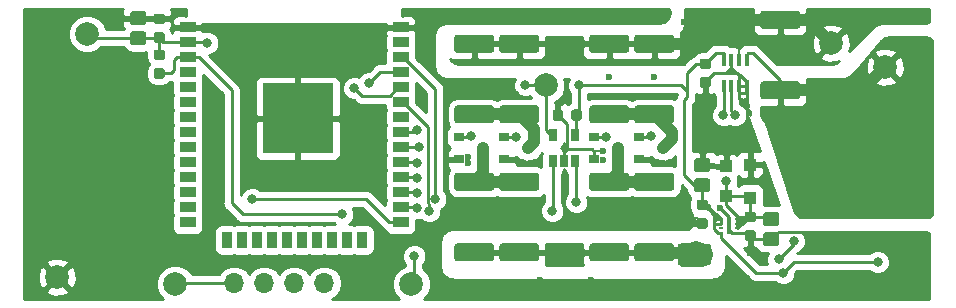
<source format=gtl>
G04 #@! TF.GenerationSoftware,KiCad,Pcbnew,5.0.0-rc3-unknown-3df2743~65~ubuntu18.04.1*
G04 #@! TF.CreationDate,2018-07-04T11:38:03+02:00*
G04 #@! TF.ProjectId,ESP32-li-ion-cell-monitor,45535033322D6C692D696F6E2D63656C,1.0*
G04 #@! TF.SameCoordinates,Original*
G04 #@! TF.FileFunction,Copper,L1,Top,Signal*
G04 #@! TF.FilePolarity,Positive*
%FSLAX46Y46*%
G04 Gerber Fmt 4.6, Leading zero omitted, Abs format (unit mm)*
G04 Created by KiCad (PCBNEW 5.0.0-rc3-unknown-3df2743~65~ubuntu18.04.1) date Wed Jul  4 11:38:03 2018*
%MOMM*%
%LPD*%
G01*
G04 APERTURE LIST*
G04 #@! TA.AperFunction,ComponentPad*
%ADD10C,0.300000*%
G04 #@! TD*
G04 #@! TA.AperFunction,SMDPad,CuDef*
%ADD11R,0.440000X1.440000*%
G04 #@! TD*
G04 #@! TA.AperFunction,SMDPad,CuDef*
%ADD12R,0.350000X0.260000*%
G04 #@! TD*
G04 #@! TA.AperFunction,SMDPad,CuDef*
%ADD13R,0.400000X1.060000*%
G04 #@! TD*
G04 #@! TA.AperFunction,ViaPad*
%ADD14C,0.600000*%
G04 #@! TD*
G04 #@! TA.AperFunction,ComponentPad*
%ADD15O,1.700000X1.700000*%
G04 #@! TD*
G04 #@! TA.AperFunction,ComponentPad*
%ADD16R,1.700000X1.700000*%
G04 #@! TD*
G04 #@! TA.AperFunction,ComponentPad*
%ADD17C,0.800000*%
G04 #@! TD*
G04 #@! TA.AperFunction,SMDPad,CuDef*
%ADD18R,6.000000X6.000000*%
G04 #@! TD*
G04 #@! TA.AperFunction,SMDPad,CuDef*
%ADD19R,1.350000X0.900000*%
G04 #@! TD*
G04 #@! TA.AperFunction,SMDPad,CuDef*
%ADD20R,0.900000X1.350000*%
G04 #@! TD*
G04 #@! TA.AperFunction,SMDPad,CuDef*
%ADD21R,0.650000X1.060000*%
G04 #@! TD*
G04 #@! TA.AperFunction,Conductor*
%ADD22C,0.100000*%
G04 #@! TD*
G04 #@! TA.AperFunction,SMDPad,CuDef*
%ADD23C,1.150000*%
G04 #@! TD*
G04 #@! TA.AperFunction,SMDPad,CuDef*
%ADD24C,0.875000*%
G04 #@! TD*
G04 #@! TA.AperFunction,SMDPad,CuDef*
%ADD25R,0.900000X0.800000*%
G04 #@! TD*
G04 #@! TA.AperFunction,BGAPad,CuDef*
%ADD26C,2.000000*%
G04 #@! TD*
G04 #@! TA.AperFunction,SMDPad,CuDef*
%ADD27R,1.100000X1.100000*%
G04 #@! TD*
G04 #@! TA.AperFunction,SMDPad,CuDef*
%ADD28R,1.000000X1.000000*%
G04 #@! TD*
G04 #@! TA.AperFunction,SMDPad,CuDef*
%ADD29C,1.525000*%
G04 #@! TD*
G04 #@! TA.AperFunction,ComponentPad*
%ADD30C,10.160000*%
G04 #@! TD*
G04 #@! TA.AperFunction,ViaPad*
%ADD31C,0.800000*%
G04 #@! TD*
G04 #@! TA.AperFunction,ViaPad*
%ADD32C,2.000000*%
G04 #@! TD*
G04 #@! TA.AperFunction,Conductor*
%ADD33C,0.250000*%
G04 #@! TD*
G04 #@! TA.AperFunction,Conductor*
%ADD34C,0.200000*%
G04 #@! TD*
G04 #@! TA.AperFunction,Conductor*
%ADD35C,1.000000*%
G04 #@! TD*
G04 #@! TA.AperFunction,Conductor*
%ADD36C,0.254000*%
G04 #@! TD*
G04 APERTURE END LIST*
D10*
G04 #@! TO.P,U1,9*
G04 #@! TO.N,GND*
X215392000Y-70604000D03*
X215392000Y-70279000D03*
X215392000Y-69929000D03*
X215392000Y-69604000D03*
D11*
X215392000Y-70104000D03*
D12*
G04 #@! TO.P,U1,8*
G04 #@! TO.N,VCC*
X216092000Y-69504000D03*
G04 #@! TO.P,U1,7*
X216092000Y-69904000D03*
G04 #@! TO.P,U1,6*
X216092000Y-70304000D03*
G04 #@! TO.P,U1,5*
G04 #@! TO.N,GND*
X216092000Y-70704000D03*
G04 #@! TO.P,U1,4*
G04 #@! TO.N,+3V*
X214692000Y-70704000D03*
G04 #@! TO.P,U1,3*
G04 #@! TO.N,Net-(U1-Pad3)*
X214692000Y-70304000D03*
G04 #@! TO.P,U1,2*
G04 #@! TO.N,+3V*
X214692000Y-69904000D03*
G04 #@! TO.P,U1,1*
X214692000Y-69504000D03*
G04 #@! TD*
D13*
G04 #@! TO.P,U3,8*
G04 #@! TO.N,GND*
X216880000Y-58250000D03*
G04 #@! TO.P,U3,7*
X216230000Y-58250000D03*
G04 #@! TO.P,U3,6*
G04 #@! TO.N,/SDA*
X215570000Y-58250000D03*
G04 #@! TO.P,U3,5*
G04 #@! TO.N,/SCL*
X214920000Y-58250000D03*
G04 #@! TO.P,U3,4*
G04 #@! TO.N,+3V*
X214920000Y-56050000D03*
G04 #@! TO.P,U3,3*
G04 #@! TO.N,GND*
X215570000Y-56050000D03*
G04 #@! TO.P,U3,2*
G04 #@! TO.N,VCC*
X216230000Y-56050000D03*
G04 #@! TO.P,U3,1*
G04 #@! TO.N,+BATT*
X216880000Y-56050000D03*
G04 #@! TD*
D14*
G04 #@! TO.N,GND*
G04 #@! TO.C,REF\002A\002A*
X216916000Y-59944000D03*
G04 #@! TD*
G04 #@! TO.N,VCC*
G04 #@! TO.C,REF\002A\002A*
X201422000Y-72898000D03*
G04 #@! TD*
G04 #@! TO.N,VCC*
G04 #@! TO.C,REF\002A\002A*
X202438000Y-72898000D03*
G04 #@! TD*
G04 #@! TO.N,VCC*
G04 #@! TO.C,REF\002A\002A*
X202438000Y-71882000D03*
G04 #@! TD*
G04 #@! TO.N,VCC*
G04 #@! TO.C,REF\002A\002A*
X200406000Y-72898000D03*
G04 #@! TD*
G04 #@! TO.N,VCC*
G04 #@! TO.C,REF\002A\002A*
X200406000Y-71882000D03*
G04 #@! TD*
G04 #@! TO.N,VCC*
G04 #@! TO.C,REF\002A\002A*
X202438000Y-55626000D03*
G04 #@! TD*
G04 #@! TO.N,VCC*
G04 #@! TO.C,REF\002A\002A*
X201422000Y-55626000D03*
G04 #@! TD*
G04 #@! TO.N,VCC*
G04 #@! TO.C,REF\002A\002A*
X200406000Y-55626000D03*
G04 #@! TD*
G04 #@! TO.N,VCC*
G04 #@! TO.C,REF\002A\002A*
X200406000Y-54610000D03*
G04 #@! TD*
G04 #@! TO.N,VCC*
G04 #@! TO.C,REF\002A\002A*
X202438000Y-54610000D03*
G04 #@! TD*
G04 #@! TO.N,VCC*
G04 #@! TO.C,REF\002A\002A*
X231902000Y-52324000D03*
G04 #@! TD*
G04 #@! TO.N,GND*
G04 #@! TO.C,REF\002A\002A*
X199390000Y-74676000D03*
G04 #@! TD*
G04 #@! TO.N,GND*
G04 #@! TO.C,REF\002A\002A*
X203708000Y-74676000D03*
G04 #@! TD*
G04 #@! TO.N,GND*
G04 #@! TO.C,REF\002A\002A*
X214630000Y-68580000D03*
G04 #@! TD*
G04 #@! TO.N,GND*
G04 #@! TO.C,REF\002A\002A*
X228600000Y-71374000D03*
G04 #@! TD*
G04 #@! TO.N,GND*
G04 #@! TO.C,REF\002A\002A*
X231902000Y-73406000D03*
G04 #@! TD*
G04 #@! TO.N,+BATT*
G04 #@! TO.C,REF\002A\002A*
X223012000Y-58166000D03*
G04 #@! TD*
G04 #@! TO.N,+BATT*
G04 #@! TO.C,REF\002A\002A*
X231648000Y-59436000D03*
G04 #@! TD*
G04 #@! TO.N,+BATT*
G04 #@! TO.C,REF\002A\002A*
X221488000Y-68326000D03*
G04 #@! TD*
G04 #@! TO.N,+BATT*
G04 #@! TO.C,REF\002A\002A*
X231394000Y-68326000D03*
G04 #@! TD*
G04 #@! TO.N,+BATT*
G04 #@! TO.C,REF\002A\002A*
X231648000Y-54864000D03*
G04 #@! TD*
G04 #@! TO.N,+BATT*
G04 #@! TO.C,REF\002A\002A*
X219964000Y-60706000D03*
G04 #@! TD*
G04 #@! TO.N,VCC*
G04 #@! TO.C,REF\002A\002A*
X220472000Y-55118000D03*
G04 #@! TD*
G04 #@! TO.N,VCC*
G04 #@! TO.C,REF\002A\002A*
X201422000Y-71882000D03*
G04 #@! TD*
G04 #@! TO.N,VCC*
G04 #@! TO.C,REF\002A\002A*
X201422000Y-54610000D03*
G04 #@! TD*
G04 #@! TO.N,GND*
G04 #@! TO.C,REF\002A\002A*
X205232000Y-57500000D03*
G04 #@! TD*
G04 #@! TO.N,GND*
G04 #@! TO.C,REF\002A\002A*
X209042000Y-59182000D03*
G04 #@! TD*
G04 #@! TO.N,GND*
G04 #@! TO.C,REF\002A\002A*
X197358000Y-58928000D03*
G04 #@! TD*
G04 #@! TO.N,GND*
G04 #@! TO.C,REF\002A\002A*
X194056000Y-58928000D03*
G04 #@! TD*
G04 #@! TO.N,GND*
G04 #@! TO.C,REF\002A\002A*
X208534000Y-64516000D03*
G04 #@! TD*
G04 #@! TO.N,GND*
G04 #@! TO.C,REF\002A\002A*
X193294000Y-64262000D03*
G04 #@! TD*
G04 #@! TO.N,GND*
G04 #@! TO.C,REF\002A\002A*
X193294000Y-64770000D03*
G04 #@! TD*
G04 #@! TO.N,GND*
G04 #@! TO.C,REF\002A\002A*
X197358000Y-64516000D03*
G04 #@! TD*
G04 #@! TO.N,GND*
G04 #@! TO.C,REF\002A\002A*
X204724000Y-64516000D03*
G04 #@! TD*
G04 #@! TO.N,VCC*
G04 #@! TO.C,REF\002A\002A*
X211582000Y-54610000D03*
G04 #@! TD*
G04 #@! TO.N,VCC*
G04 #@! TO.C,REF\002A\002A*
X213614000Y-54610000D03*
G04 #@! TD*
G04 #@! TO.N,VCC*
G04 #@! TO.C,REF\002A\002A*
X213614000Y-52832000D03*
G04 #@! TD*
G04 #@! TO.N,VCC*
G04 #@! TO.C,REF\002A\002A*
X211582000Y-52832000D03*
G04 #@! TD*
G04 #@! TO.N,VCC*
G04 #@! TO.C,REF\002A\002A*
X213614000Y-71882000D03*
G04 #@! TD*
G04 #@! TO.N,VCC*
G04 #@! TO.C,REF\002A\002A*
X213614000Y-73152000D03*
G04 #@! TD*
G04 #@! TO.N,VCC*
G04 #@! TO.C,REF\002A\002A*
X211328000Y-73152000D03*
G04 #@! TD*
G04 #@! TO.N,VCC*
G04 #@! TO.C,REF\002A\002A*
X211328000Y-71882000D03*
G04 #@! TD*
G04 #@! TO.N,GND*
G04 #@! TO.C,REF\002A\002A*
X217170000Y-74930000D03*
G04 #@! TD*
G04 #@! TO.N,GND*
G04 #@! TO.C,REF\002A\002A*
X223139000Y-71247000D03*
G04 #@! TD*
G04 #@! TO.N,GND*
G04 #@! TO.C,REF\002A\002A*
X204724000Y-63754000D03*
G04 #@! TD*
G04 #@! TO.N,GND*
G04 #@! TO.C,REF\002A\002A*
X198628000Y-64770000D03*
G04 #@! TD*
G04 #@! TO.N,GND*
G04 #@! TO.C,REF\002A\002A*
X230378000Y-71628000D03*
G04 #@! TD*
G04 #@! TO.N,GND*
G04 #@! TO.C,REF\002A\002A*
X217170000Y-72390000D03*
G04 #@! TD*
G04 #@! TO.N,GND*
G04 #@! TO.C,REF\002A\002A*
X215392000Y-73406000D03*
G04 #@! TD*
G04 #@! TO.N,GND*
G04 #@! TO.C,REF\002A\002A*
X209804000Y-64770000D03*
G04 #@! TD*
G04 #@! TO.N,GND*
G04 #@! TO.C,REF\002A\002A*
X201168000Y-59690000D03*
G04 #@! TD*
G04 #@! TO.N,GND*
G04 #@! TO.C,REF\002A\002A*
X205232000Y-59182000D03*
G04 #@! TD*
D15*
G04 #@! TO.P,J3,5*
G04 #@! TO.N,/BOOT*
X173482000Y-74930000D03*
G04 #@! TO.P,J3,4*
G04 #@! TO.N,/RX*
X176022000Y-74930000D03*
G04 #@! TO.P,J3,3*
G04 #@! TO.N,/TX*
X178562000Y-74930000D03*
G04 #@! TO.P,J3,2*
G04 #@! TO.N,/EN*
X181102000Y-74930000D03*
D16*
G04 #@! TO.P,J3,1*
G04 #@! TO.N,GND*
X183642000Y-74930000D03*
G04 #@! TD*
D14*
G04 #@! TO.N,GND*
G04 #@! TO.C,REF\002A\002A*
X210000000Y-69000000D03*
G04 #@! TD*
G04 #@! TO.N,GND*
G04 #@! TO.C,REF\002A\002A*
X189230000Y-59182000D03*
G04 #@! TD*
G04 #@! TO.N,GND*
G04 #@! TO.C,REF\002A\002A*
X209000000Y-57500000D03*
G04 #@! TD*
G04 #@! TO.N,GND*
G04 #@! TO.C,REF\002A\002A*
X191516000Y-58166000D03*
G04 #@! TD*
D17*
G04 #@! TO.P,U2,39*
G04 #@! TO.N,GND*
X176856000Y-58990000D03*
D18*
X178856000Y-60990000D03*
D19*
G04 #@! TO.P,U2,1*
X169556000Y-53280000D03*
G04 #@! TO.P,U2,2*
G04 #@! TO.N,+3V*
X169556000Y-54550000D03*
G04 #@! TO.P,U2,3*
G04 #@! TO.N,/EN*
X169556000Y-55820000D03*
G04 #@! TO.P,U2,4*
G04 #@! TO.N,Net-(U2-Pad4)*
X169556000Y-57090000D03*
G04 #@! TO.P,U2,5*
G04 #@! TO.N,Net-(U2-Pad5)*
X169556000Y-58360000D03*
G04 #@! TO.P,U2,6*
G04 #@! TO.N,Net-(U2-Pad6)*
X169556000Y-59630000D03*
G04 #@! TO.P,U2,7*
G04 #@! TO.N,Net-(U2-Pad7)*
X169556000Y-60900000D03*
G04 #@! TO.P,U2,8*
G04 #@! TO.N,Net-(U2-Pad8)*
X169556000Y-62170000D03*
G04 #@! TO.P,U2,9*
G04 #@! TO.N,Net-(U2-Pad9)*
X169556000Y-63440000D03*
G04 #@! TO.P,U2,10*
G04 #@! TO.N,Net-(U2-Pad10)*
X169556000Y-64710000D03*
G04 #@! TO.P,U2,11*
G04 #@! TO.N,Net-(U2-Pad11)*
X169556000Y-65980000D03*
G04 #@! TO.P,U2,12*
G04 #@! TO.N,Net-(U2-Pad12)*
X169556000Y-67250000D03*
G04 #@! TO.P,U2,13*
G04 #@! TO.N,Net-(U2-Pad13)*
X169556000Y-68520000D03*
G04 #@! TO.P,U2,14*
G04 #@! TO.N,Net-(U2-Pad14)*
X169556000Y-69790000D03*
D20*
G04 #@! TO.P,U2,15*
G04 #@! TO.N,Net-(U2-Pad15)*
X172856000Y-71290000D03*
G04 #@! TO.P,U2,16*
G04 #@! TO.N,Net-(U2-Pad16)*
X174126000Y-71290000D03*
G04 #@! TO.P,U2,17*
G04 #@! TO.N,Net-(U2-Pad17)*
X175396000Y-71290000D03*
G04 #@! TO.P,U2,18*
G04 #@! TO.N,Net-(U2-Pad18)*
X176666000Y-71290000D03*
G04 #@! TO.P,U2,19*
G04 #@! TO.N,Net-(U2-Pad19)*
X177936000Y-71290000D03*
G04 #@! TO.P,U2,20*
G04 #@! TO.N,Net-(U2-Pad20)*
X179206000Y-71290000D03*
G04 #@! TO.P,U2,21*
G04 #@! TO.N,Net-(U2-Pad21)*
X180476000Y-71290000D03*
G04 #@! TO.P,U2,22*
G04 #@! TO.N,Net-(U2-Pad22)*
X181746000Y-71290000D03*
G04 #@! TO.P,U2,23*
G04 #@! TO.N,Net-(U2-Pad23)*
X183016000Y-71290000D03*
G04 #@! TO.P,U2,24*
G04 #@! TO.N,Net-(U2-Pad24)*
X184286000Y-71290000D03*
D19*
G04 #@! TO.P,U2,25*
G04 #@! TO.N,/BOOT*
X187586000Y-69790000D03*
G04 #@! TO.P,U2,26*
G04 #@! TO.N,Net-(Q4-Pad1)*
X187586000Y-68520000D03*
G04 #@! TO.P,U2,27*
G04 #@! TO.N,Net-(Q3-Pad1)*
X187586000Y-67250000D03*
G04 #@! TO.P,U2,28*
G04 #@! TO.N,Net-(Q2-Pad1)*
X187586000Y-65980000D03*
G04 #@! TO.P,U2,29*
G04 #@! TO.N,Net-(Q1-Pad1)*
X187586000Y-64710000D03*
G04 #@! TO.P,U2,30*
G04 #@! TO.N,/Alert2*
X187586000Y-63440000D03*
G04 #@! TO.P,U2,31*
G04 #@! TO.N,/Alert1*
X187586000Y-62170000D03*
G04 #@! TO.P,U2,32*
G04 #@! TO.N,Net-(U2-Pad32)*
X187586000Y-60900000D03*
G04 #@! TO.P,U2,33*
G04 #@! TO.N,/SDA*
X187586000Y-59630000D03*
G04 #@! TO.P,U2,34*
G04 #@! TO.N,/RX*
X187586000Y-58360000D03*
G04 #@! TO.P,U2,35*
G04 #@! TO.N,/TX*
X187586000Y-57090000D03*
G04 #@! TO.P,U2,36*
G04 #@! TO.N,/SCL*
X187586000Y-55820000D03*
G04 #@! TO.P,U2,37*
G04 #@! TO.N,Net-(U2-Pad37)*
X187586000Y-54550000D03*
G04 #@! TO.P,U2,38*
G04 #@! TO.N,GND*
X187586000Y-53280000D03*
D17*
G04 #@! TO.P,U2,39*
X176856000Y-59990000D03*
X176856000Y-60990000D03*
X176856000Y-61990000D03*
X176856000Y-62990000D03*
X177856000Y-62990000D03*
X177856000Y-61990000D03*
X177856000Y-60990000D03*
X177856000Y-59990000D03*
X177856000Y-58990000D03*
X179856000Y-58990000D03*
X179856000Y-59990000D03*
X179856000Y-60990000D03*
X179856000Y-61990000D03*
X179856000Y-62990000D03*
X178856000Y-62990000D03*
X178856000Y-61990000D03*
X178856000Y-60990000D03*
X178856000Y-59990000D03*
X178856000Y-58990000D03*
X180856000Y-62990000D03*
X180856000Y-61990000D03*
X180856000Y-60990000D03*
X180856000Y-59990000D03*
X180856000Y-58990000D03*
G04 #@! TD*
D21*
G04 #@! TO.P,U4,1*
G04 #@! TO.N,/SDA*
X200472000Y-64600000D03*
G04 #@! TO.P,U4,2*
G04 #@! TO.N,GND*
X201422000Y-64600000D03*
G04 #@! TO.P,U4,3*
G04 #@! TO.N,/SCL*
X202372000Y-64600000D03*
G04 #@! TO.P,U4,4*
G04 #@! TO.N,+3V*
X202372000Y-62400000D03*
G04 #@! TO.P,U4,5*
G04 #@! TO.N,/Alert1*
X200472000Y-62400000D03*
G04 #@! TD*
D22*
G04 #@! TO.N,GND*
G04 #@! TO.C,C1*
G36*
X165828505Y-51916204D02*
X165852773Y-51919804D01*
X165876572Y-51925765D01*
X165899671Y-51934030D01*
X165921850Y-51944520D01*
X165942893Y-51957132D01*
X165962599Y-51971747D01*
X165980777Y-51988223D01*
X165997253Y-52006401D01*
X166011868Y-52026107D01*
X166024480Y-52047150D01*
X166034970Y-52069329D01*
X166043235Y-52092428D01*
X166049196Y-52116227D01*
X166052796Y-52140495D01*
X166054000Y-52164999D01*
X166054000Y-52815001D01*
X166052796Y-52839505D01*
X166049196Y-52863773D01*
X166043235Y-52887572D01*
X166034970Y-52910671D01*
X166024480Y-52932850D01*
X166011868Y-52953893D01*
X165997253Y-52973599D01*
X165980777Y-52991777D01*
X165962599Y-53008253D01*
X165942893Y-53022868D01*
X165921850Y-53035480D01*
X165899671Y-53045970D01*
X165876572Y-53054235D01*
X165852773Y-53060196D01*
X165828505Y-53063796D01*
X165804001Y-53065000D01*
X164903999Y-53065000D01*
X164879495Y-53063796D01*
X164855227Y-53060196D01*
X164831428Y-53054235D01*
X164808329Y-53045970D01*
X164786150Y-53035480D01*
X164765107Y-53022868D01*
X164745401Y-53008253D01*
X164727223Y-52991777D01*
X164710747Y-52973599D01*
X164696132Y-52953893D01*
X164683520Y-52932850D01*
X164673030Y-52910671D01*
X164664765Y-52887572D01*
X164658804Y-52863773D01*
X164655204Y-52839505D01*
X164654000Y-52815001D01*
X164654000Y-52164999D01*
X164655204Y-52140495D01*
X164658804Y-52116227D01*
X164664765Y-52092428D01*
X164673030Y-52069329D01*
X164683520Y-52047150D01*
X164696132Y-52026107D01*
X164710747Y-52006401D01*
X164727223Y-51988223D01*
X164745401Y-51971747D01*
X164765107Y-51957132D01*
X164786150Y-51944520D01*
X164808329Y-51934030D01*
X164831428Y-51925765D01*
X164855227Y-51919804D01*
X164879495Y-51916204D01*
X164903999Y-51915000D01*
X165804001Y-51915000D01*
X165828505Y-51916204D01*
X165828505Y-51916204D01*
G37*
D23*
G04 #@! TD*
G04 #@! TO.P,C1,1*
G04 #@! TO.N,GND*
X165354000Y-52490000D03*
D22*
G04 #@! TO.N,+3V*
G04 #@! TO.C,C1*
G36*
X165828505Y-53616204D02*
X165852773Y-53619804D01*
X165876572Y-53625765D01*
X165899671Y-53634030D01*
X165921850Y-53644520D01*
X165942893Y-53657132D01*
X165962599Y-53671747D01*
X165980777Y-53688223D01*
X165997253Y-53706401D01*
X166011868Y-53726107D01*
X166024480Y-53747150D01*
X166034970Y-53769329D01*
X166043235Y-53792428D01*
X166049196Y-53816227D01*
X166052796Y-53840495D01*
X166054000Y-53864999D01*
X166054000Y-54515001D01*
X166052796Y-54539505D01*
X166049196Y-54563773D01*
X166043235Y-54587572D01*
X166034970Y-54610671D01*
X166024480Y-54632850D01*
X166011868Y-54653893D01*
X165997253Y-54673599D01*
X165980777Y-54691777D01*
X165962599Y-54708253D01*
X165942893Y-54722868D01*
X165921850Y-54735480D01*
X165899671Y-54745970D01*
X165876572Y-54754235D01*
X165852773Y-54760196D01*
X165828505Y-54763796D01*
X165804001Y-54765000D01*
X164903999Y-54765000D01*
X164879495Y-54763796D01*
X164855227Y-54760196D01*
X164831428Y-54754235D01*
X164808329Y-54745970D01*
X164786150Y-54735480D01*
X164765107Y-54722868D01*
X164745401Y-54708253D01*
X164727223Y-54691777D01*
X164710747Y-54673599D01*
X164696132Y-54653893D01*
X164683520Y-54632850D01*
X164673030Y-54610671D01*
X164664765Y-54587572D01*
X164658804Y-54563773D01*
X164655204Y-54539505D01*
X164654000Y-54515001D01*
X164654000Y-53864999D01*
X164655204Y-53840495D01*
X164658804Y-53816227D01*
X164664765Y-53792428D01*
X164673030Y-53769329D01*
X164683520Y-53747150D01*
X164696132Y-53726107D01*
X164710747Y-53706401D01*
X164727223Y-53688223D01*
X164745401Y-53671747D01*
X164765107Y-53657132D01*
X164786150Y-53644520D01*
X164808329Y-53634030D01*
X164831428Y-53625765D01*
X164855227Y-53619804D01*
X164879495Y-53616204D01*
X164903999Y-53615000D01*
X165804001Y-53615000D01*
X165828505Y-53616204D01*
X165828505Y-53616204D01*
G37*
D23*
G04 #@! TD*
G04 #@! TO.P,C1,2*
G04 #@! TO.N,+3V*
X165354000Y-54190000D03*
D22*
G04 #@! TO.N,GND*
G04 #@! TO.C,C4*
G36*
X217447691Y-70455053D02*
X217468926Y-70458203D01*
X217489750Y-70463419D01*
X217509962Y-70470651D01*
X217529368Y-70479830D01*
X217547781Y-70490866D01*
X217565024Y-70503654D01*
X217580930Y-70518070D01*
X217595346Y-70533976D01*
X217608134Y-70551219D01*
X217619170Y-70569632D01*
X217628349Y-70589038D01*
X217635581Y-70609250D01*
X217640797Y-70630074D01*
X217643947Y-70651309D01*
X217645000Y-70672750D01*
X217645000Y-71110250D01*
X217643947Y-71131691D01*
X217640797Y-71152926D01*
X217635581Y-71173750D01*
X217628349Y-71193962D01*
X217619170Y-71213368D01*
X217608134Y-71231781D01*
X217595346Y-71249024D01*
X217580930Y-71264930D01*
X217565024Y-71279346D01*
X217547781Y-71292134D01*
X217529368Y-71303170D01*
X217509962Y-71312349D01*
X217489750Y-71319581D01*
X217468926Y-71324797D01*
X217447691Y-71327947D01*
X217426250Y-71329000D01*
X216913750Y-71329000D01*
X216892309Y-71327947D01*
X216871074Y-71324797D01*
X216850250Y-71319581D01*
X216830038Y-71312349D01*
X216810632Y-71303170D01*
X216792219Y-71292134D01*
X216774976Y-71279346D01*
X216759070Y-71264930D01*
X216744654Y-71249024D01*
X216731866Y-71231781D01*
X216720830Y-71213368D01*
X216711651Y-71193962D01*
X216704419Y-71173750D01*
X216699203Y-71152926D01*
X216696053Y-71131691D01*
X216695000Y-71110250D01*
X216695000Y-70672750D01*
X216696053Y-70651309D01*
X216699203Y-70630074D01*
X216704419Y-70609250D01*
X216711651Y-70589038D01*
X216720830Y-70569632D01*
X216731866Y-70551219D01*
X216744654Y-70533976D01*
X216759070Y-70518070D01*
X216774976Y-70503654D01*
X216792219Y-70490866D01*
X216810632Y-70479830D01*
X216830038Y-70470651D01*
X216850250Y-70463419D01*
X216871074Y-70458203D01*
X216892309Y-70455053D01*
X216913750Y-70454000D01*
X217426250Y-70454000D01*
X217447691Y-70455053D01*
X217447691Y-70455053D01*
G37*
D24*
G04 #@! TD*
G04 #@! TO.P,C4,2*
G04 #@! TO.N,GND*
X217170000Y-70891500D03*
D22*
G04 #@! TO.N,VCC*
G04 #@! TO.C,C4*
G36*
X217447691Y-68880053D02*
X217468926Y-68883203D01*
X217489750Y-68888419D01*
X217509962Y-68895651D01*
X217529368Y-68904830D01*
X217547781Y-68915866D01*
X217565024Y-68928654D01*
X217580930Y-68943070D01*
X217595346Y-68958976D01*
X217608134Y-68976219D01*
X217619170Y-68994632D01*
X217628349Y-69014038D01*
X217635581Y-69034250D01*
X217640797Y-69055074D01*
X217643947Y-69076309D01*
X217645000Y-69097750D01*
X217645000Y-69535250D01*
X217643947Y-69556691D01*
X217640797Y-69577926D01*
X217635581Y-69598750D01*
X217628349Y-69618962D01*
X217619170Y-69638368D01*
X217608134Y-69656781D01*
X217595346Y-69674024D01*
X217580930Y-69689930D01*
X217565024Y-69704346D01*
X217547781Y-69717134D01*
X217529368Y-69728170D01*
X217509962Y-69737349D01*
X217489750Y-69744581D01*
X217468926Y-69749797D01*
X217447691Y-69752947D01*
X217426250Y-69754000D01*
X216913750Y-69754000D01*
X216892309Y-69752947D01*
X216871074Y-69749797D01*
X216850250Y-69744581D01*
X216830038Y-69737349D01*
X216810632Y-69728170D01*
X216792219Y-69717134D01*
X216774976Y-69704346D01*
X216759070Y-69689930D01*
X216744654Y-69674024D01*
X216731866Y-69656781D01*
X216720830Y-69638368D01*
X216711651Y-69618962D01*
X216704419Y-69598750D01*
X216699203Y-69577926D01*
X216696053Y-69556691D01*
X216695000Y-69535250D01*
X216695000Y-69097750D01*
X216696053Y-69076309D01*
X216699203Y-69055074D01*
X216704419Y-69034250D01*
X216711651Y-69014038D01*
X216720830Y-68994632D01*
X216731866Y-68976219D01*
X216744654Y-68958976D01*
X216759070Y-68943070D01*
X216774976Y-68928654D01*
X216792219Y-68915866D01*
X216810632Y-68904830D01*
X216830038Y-68895651D01*
X216850250Y-68888419D01*
X216871074Y-68883203D01*
X216892309Y-68880053D01*
X216913750Y-68879000D01*
X217426250Y-68879000D01*
X217447691Y-68880053D01*
X217447691Y-68880053D01*
G37*
D24*
G04 #@! TD*
G04 #@! TO.P,C4,1*
G04 #@! TO.N,VCC*
X217170000Y-69316500D03*
D22*
G04 #@! TO.N,+3V*
G04 #@! TO.C,C5*
G36*
X213580505Y-66062204D02*
X213604773Y-66065804D01*
X213628572Y-66071765D01*
X213651671Y-66080030D01*
X213673850Y-66090520D01*
X213694893Y-66103132D01*
X213714599Y-66117747D01*
X213732777Y-66134223D01*
X213749253Y-66152401D01*
X213763868Y-66172107D01*
X213776480Y-66193150D01*
X213786970Y-66215329D01*
X213795235Y-66238428D01*
X213801196Y-66262227D01*
X213804796Y-66286495D01*
X213806000Y-66310999D01*
X213806000Y-66961001D01*
X213804796Y-66985505D01*
X213801196Y-67009773D01*
X213795235Y-67033572D01*
X213786970Y-67056671D01*
X213776480Y-67078850D01*
X213763868Y-67099893D01*
X213749253Y-67119599D01*
X213732777Y-67137777D01*
X213714599Y-67154253D01*
X213694893Y-67168868D01*
X213673850Y-67181480D01*
X213651671Y-67191970D01*
X213628572Y-67200235D01*
X213604773Y-67206196D01*
X213580505Y-67209796D01*
X213556001Y-67211000D01*
X212655999Y-67211000D01*
X212631495Y-67209796D01*
X212607227Y-67206196D01*
X212583428Y-67200235D01*
X212560329Y-67191970D01*
X212538150Y-67181480D01*
X212517107Y-67168868D01*
X212497401Y-67154253D01*
X212479223Y-67137777D01*
X212462747Y-67119599D01*
X212448132Y-67099893D01*
X212435520Y-67078850D01*
X212425030Y-67056671D01*
X212416765Y-67033572D01*
X212410804Y-67009773D01*
X212407204Y-66985505D01*
X212406000Y-66961001D01*
X212406000Y-66310999D01*
X212407204Y-66286495D01*
X212410804Y-66262227D01*
X212416765Y-66238428D01*
X212425030Y-66215329D01*
X212435520Y-66193150D01*
X212448132Y-66172107D01*
X212462747Y-66152401D01*
X212479223Y-66134223D01*
X212497401Y-66117747D01*
X212517107Y-66103132D01*
X212538150Y-66090520D01*
X212560329Y-66080030D01*
X212583428Y-66071765D01*
X212607227Y-66065804D01*
X212631495Y-66062204D01*
X212655999Y-66061000D01*
X213556001Y-66061000D01*
X213580505Y-66062204D01*
X213580505Y-66062204D01*
G37*
D23*
G04 #@! TD*
G04 #@! TO.P,C5,1*
G04 #@! TO.N,+3V*
X213106000Y-66636000D03*
D22*
G04 #@! TO.N,GND*
G04 #@! TO.C,C5*
G36*
X213580505Y-64362204D02*
X213604773Y-64365804D01*
X213628572Y-64371765D01*
X213651671Y-64380030D01*
X213673850Y-64390520D01*
X213694893Y-64403132D01*
X213714599Y-64417747D01*
X213732777Y-64434223D01*
X213749253Y-64452401D01*
X213763868Y-64472107D01*
X213776480Y-64493150D01*
X213786970Y-64515329D01*
X213795235Y-64538428D01*
X213801196Y-64562227D01*
X213804796Y-64586495D01*
X213806000Y-64610999D01*
X213806000Y-65261001D01*
X213804796Y-65285505D01*
X213801196Y-65309773D01*
X213795235Y-65333572D01*
X213786970Y-65356671D01*
X213776480Y-65378850D01*
X213763868Y-65399893D01*
X213749253Y-65419599D01*
X213732777Y-65437777D01*
X213714599Y-65454253D01*
X213694893Y-65468868D01*
X213673850Y-65481480D01*
X213651671Y-65491970D01*
X213628572Y-65500235D01*
X213604773Y-65506196D01*
X213580505Y-65509796D01*
X213556001Y-65511000D01*
X212655999Y-65511000D01*
X212631495Y-65509796D01*
X212607227Y-65506196D01*
X212583428Y-65500235D01*
X212560329Y-65491970D01*
X212538150Y-65481480D01*
X212517107Y-65468868D01*
X212497401Y-65454253D01*
X212479223Y-65437777D01*
X212462747Y-65419599D01*
X212448132Y-65399893D01*
X212435520Y-65378850D01*
X212425030Y-65356671D01*
X212416765Y-65333572D01*
X212410804Y-65309773D01*
X212407204Y-65285505D01*
X212406000Y-65261001D01*
X212406000Y-64610999D01*
X212407204Y-64586495D01*
X212410804Y-64562227D01*
X212416765Y-64538428D01*
X212425030Y-64515329D01*
X212435520Y-64493150D01*
X212448132Y-64472107D01*
X212462747Y-64452401D01*
X212479223Y-64434223D01*
X212497401Y-64417747D01*
X212517107Y-64403132D01*
X212538150Y-64390520D01*
X212560329Y-64380030D01*
X212583428Y-64371765D01*
X212607227Y-64365804D01*
X212631495Y-64362204D01*
X212655999Y-64361000D01*
X213556001Y-64361000D01*
X213580505Y-64362204D01*
X213580505Y-64362204D01*
G37*
D23*
G04 #@! TD*
G04 #@! TO.P,C5,2*
G04 #@! TO.N,GND*
X213106000Y-64936000D03*
D22*
G04 #@! TO.N,+3V*
G04 #@! TO.C,C6*
G36*
X213383691Y-67864053D02*
X213404926Y-67867203D01*
X213425750Y-67872419D01*
X213445962Y-67879651D01*
X213465368Y-67888830D01*
X213483781Y-67899866D01*
X213501024Y-67912654D01*
X213516930Y-67927070D01*
X213531346Y-67942976D01*
X213544134Y-67960219D01*
X213555170Y-67978632D01*
X213564349Y-67998038D01*
X213571581Y-68018250D01*
X213576797Y-68039074D01*
X213579947Y-68060309D01*
X213581000Y-68081750D01*
X213581000Y-68519250D01*
X213579947Y-68540691D01*
X213576797Y-68561926D01*
X213571581Y-68582750D01*
X213564349Y-68602962D01*
X213555170Y-68622368D01*
X213544134Y-68640781D01*
X213531346Y-68658024D01*
X213516930Y-68673930D01*
X213501024Y-68688346D01*
X213483781Y-68701134D01*
X213465368Y-68712170D01*
X213445962Y-68721349D01*
X213425750Y-68728581D01*
X213404926Y-68733797D01*
X213383691Y-68736947D01*
X213362250Y-68738000D01*
X212849750Y-68738000D01*
X212828309Y-68736947D01*
X212807074Y-68733797D01*
X212786250Y-68728581D01*
X212766038Y-68721349D01*
X212746632Y-68712170D01*
X212728219Y-68701134D01*
X212710976Y-68688346D01*
X212695070Y-68673930D01*
X212680654Y-68658024D01*
X212667866Y-68640781D01*
X212656830Y-68622368D01*
X212647651Y-68602962D01*
X212640419Y-68582750D01*
X212635203Y-68561926D01*
X212632053Y-68540691D01*
X212631000Y-68519250D01*
X212631000Y-68081750D01*
X212632053Y-68060309D01*
X212635203Y-68039074D01*
X212640419Y-68018250D01*
X212647651Y-67998038D01*
X212656830Y-67978632D01*
X212667866Y-67960219D01*
X212680654Y-67942976D01*
X212695070Y-67927070D01*
X212710976Y-67912654D01*
X212728219Y-67899866D01*
X212746632Y-67888830D01*
X212766038Y-67879651D01*
X212786250Y-67872419D01*
X212807074Y-67867203D01*
X212828309Y-67864053D01*
X212849750Y-67863000D01*
X213362250Y-67863000D01*
X213383691Y-67864053D01*
X213383691Y-67864053D01*
G37*
D24*
G04 #@! TD*
G04 #@! TO.P,C6,1*
G04 #@! TO.N,+3V*
X213106000Y-68300500D03*
D22*
G04 #@! TO.N,GND*
G04 #@! TO.C,C6*
G36*
X213383691Y-69439053D02*
X213404926Y-69442203D01*
X213425750Y-69447419D01*
X213445962Y-69454651D01*
X213465368Y-69463830D01*
X213483781Y-69474866D01*
X213501024Y-69487654D01*
X213516930Y-69502070D01*
X213531346Y-69517976D01*
X213544134Y-69535219D01*
X213555170Y-69553632D01*
X213564349Y-69573038D01*
X213571581Y-69593250D01*
X213576797Y-69614074D01*
X213579947Y-69635309D01*
X213581000Y-69656750D01*
X213581000Y-70094250D01*
X213579947Y-70115691D01*
X213576797Y-70136926D01*
X213571581Y-70157750D01*
X213564349Y-70177962D01*
X213555170Y-70197368D01*
X213544134Y-70215781D01*
X213531346Y-70233024D01*
X213516930Y-70248930D01*
X213501024Y-70263346D01*
X213483781Y-70276134D01*
X213465368Y-70287170D01*
X213445962Y-70296349D01*
X213425750Y-70303581D01*
X213404926Y-70308797D01*
X213383691Y-70311947D01*
X213362250Y-70313000D01*
X212849750Y-70313000D01*
X212828309Y-70311947D01*
X212807074Y-70308797D01*
X212786250Y-70303581D01*
X212766038Y-70296349D01*
X212746632Y-70287170D01*
X212728219Y-70276134D01*
X212710976Y-70263346D01*
X212695070Y-70248930D01*
X212680654Y-70233024D01*
X212667866Y-70215781D01*
X212656830Y-70197368D01*
X212647651Y-70177962D01*
X212640419Y-70157750D01*
X212635203Y-70136926D01*
X212632053Y-70115691D01*
X212631000Y-70094250D01*
X212631000Y-69656750D01*
X212632053Y-69635309D01*
X212635203Y-69614074D01*
X212640419Y-69593250D01*
X212647651Y-69573038D01*
X212656830Y-69553632D01*
X212667866Y-69535219D01*
X212680654Y-69517976D01*
X212695070Y-69502070D01*
X212710976Y-69487654D01*
X212728219Y-69474866D01*
X212746632Y-69463830D01*
X212766038Y-69454651D01*
X212786250Y-69447419D01*
X212807074Y-69442203D01*
X212828309Y-69439053D01*
X212849750Y-69438000D01*
X213362250Y-69438000D01*
X213383691Y-69439053D01*
X213383691Y-69439053D01*
G37*
D24*
G04 #@! TD*
G04 #@! TO.P,C6,2*
G04 #@! TO.N,GND*
X213106000Y-69875500D03*
D25*
G04 #@! TO.P,Q1,3*
G04 #@! TO.N,Net-(Q1-Pad3)*
X194548000Y-63500000D03*
G04 #@! TO.P,Q1,2*
G04 #@! TO.N,GND*
X192548000Y-64450000D03*
G04 #@! TO.P,Q1,1*
G04 #@! TO.N,Net-(Q1-Pad1)*
X192548000Y-62550000D03*
G04 #@! TD*
G04 #@! TO.P,Q2,1*
G04 #@! TO.N,Net-(Q2-Pad1)*
X196358000Y-62550000D03*
G04 #@! TO.P,Q2,2*
G04 #@! TO.N,GND*
X196358000Y-64450000D03*
G04 #@! TO.P,Q2,3*
G04 #@! TO.N,Net-(Q2-Pad3)*
X198358000Y-63500000D03*
G04 #@! TD*
G04 #@! TO.P,Q3,1*
G04 #@! TO.N,Net-(Q3-Pad1)*
X203978000Y-62550000D03*
G04 #@! TO.P,Q3,2*
G04 #@! TO.N,GND*
X203978000Y-64450000D03*
G04 #@! TO.P,Q3,3*
G04 #@! TO.N,Net-(Q3-Pad3)*
X205978000Y-63500000D03*
G04 #@! TD*
G04 #@! TO.P,Q4,3*
G04 #@! TO.N,Net-(Q4-Pad3)*
X209788000Y-63500000D03*
G04 #@! TO.P,Q4,2*
G04 #@! TO.N,GND*
X207788000Y-64450000D03*
G04 #@! TO.P,Q4,1*
G04 #@! TO.N,Net-(Q4-Pad1)*
X207788000Y-62550000D03*
G04 #@! TD*
D26*
G04 #@! TO.P,TP1,1*
G04 #@! TO.N,+3V*
X161036000Y-53848000D03*
G04 #@! TD*
G04 #@! TO.P,TP2,1*
G04 #@! TO.N,GND*
X158496000Y-74422000D03*
G04 #@! TD*
G04 #@! TO.P,TP3,1*
G04 #@! TO.N,/BOOT*
X168492000Y-75000000D03*
G04 #@! TD*
G04 #@! TO.P,TP4,1*
G04 #@! TO.N,/EN*
X188492000Y-75000000D03*
G04 #@! TD*
G04 #@! TO.P,TP5,1*
G04 #@! TO.N,VCC*
X224028000Y-54610000D03*
G04 #@! TD*
G04 #@! TO.P,TP6,1*
G04 #@! TO.N,+BATT*
X228600000Y-56642000D03*
G04 #@! TD*
G04 #@! TO.P,TP7,1*
G04 #@! TO.N,/Alert1*
X199898000Y-58166000D03*
G04 #@! TD*
D22*
G04 #@! TO.N,VCC*
G04 #@! TO.C,C2*
G36*
X219422505Y-68934204D02*
X219446773Y-68937804D01*
X219470572Y-68943765D01*
X219493671Y-68952030D01*
X219515850Y-68962520D01*
X219536893Y-68975132D01*
X219556599Y-68989747D01*
X219574777Y-69006223D01*
X219591253Y-69024401D01*
X219605868Y-69044107D01*
X219618480Y-69065150D01*
X219628970Y-69087329D01*
X219637235Y-69110428D01*
X219643196Y-69134227D01*
X219646796Y-69158495D01*
X219648000Y-69182999D01*
X219648000Y-69833001D01*
X219646796Y-69857505D01*
X219643196Y-69881773D01*
X219637235Y-69905572D01*
X219628970Y-69928671D01*
X219618480Y-69950850D01*
X219605868Y-69971893D01*
X219591253Y-69991599D01*
X219574777Y-70009777D01*
X219556599Y-70026253D01*
X219536893Y-70040868D01*
X219515850Y-70053480D01*
X219493671Y-70063970D01*
X219470572Y-70072235D01*
X219446773Y-70078196D01*
X219422505Y-70081796D01*
X219398001Y-70083000D01*
X218497999Y-70083000D01*
X218473495Y-70081796D01*
X218449227Y-70078196D01*
X218425428Y-70072235D01*
X218402329Y-70063970D01*
X218380150Y-70053480D01*
X218359107Y-70040868D01*
X218339401Y-70026253D01*
X218321223Y-70009777D01*
X218304747Y-69991599D01*
X218290132Y-69971893D01*
X218277520Y-69950850D01*
X218267030Y-69928671D01*
X218258765Y-69905572D01*
X218252804Y-69881773D01*
X218249204Y-69857505D01*
X218248000Y-69833001D01*
X218248000Y-69182999D01*
X218249204Y-69158495D01*
X218252804Y-69134227D01*
X218258765Y-69110428D01*
X218267030Y-69087329D01*
X218277520Y-69065150D01*
X218290132Y-69044107D01*
X218304747Y-69024401D01*
X218321223Y-69006223D01*
X218339401Y-68989747D01*
X218359107Y-68975132D01*
X218380150Y-68962520D01*
X218402329Y-68952030D01*
X218425428Y-68943765D01*
X218449227Y-68937804D01*
X218473495Y-68934204D01*
X218497999Y-68933000D01*
X219398001Y-68933000D01*
X219422505Y-68934204D01*
X219422505Y-68934204D01*
G37*
D23*
G04 #@! TD*
G04 #@! TO.P,C2,1*
G04 #@! TO.N,VCC*
X218948000Y-69508000D03*
D22*
G04 #@! TO.N,GND*
G04 #@! TO.C,C2*
G36*
X219422505Y-70634204D02*
X219446773Y-70637804D01*
X219470572Y-70643765D01*
X219493671Y-70652030D01*
X219515850Y-70662520D01*
X219536893Y-70675132D01*
X219556599Y-70689747D01*
X219574777Y-70706223D01*
X219591253Y-70724401D01*
X219605868Y-70744107D01*
X219618480Y-70765150D01*
X219628970Y-70787329D01*
X219637235Y-70810428D01*
X219643196Y-70834227D01*
X219646796Y-70858495D01*
X219648000Y-70882999D01*
X219648000Y-71533001D01*
X219646796Y-71557505D01*
X219643196Y-71581773D01*
X219637235Y-71605572D01*
X219628970Y-71628671D01*
X219618480Y-71650850D01*
X219605868Y-71671893D01*
X219591253Y-71691599D01*
X219574777Y-71709777D01*
X219556599Y-71726253D01*
X219536893Y-71740868D01*
X219515850Y-71753480D01*
X219493671Y-71763970D01*
X219470572Y-71772235D01*
X219446773Y-71778196D01*
X219422505Y-71781796D01*
X219398001Y-71783000D01*
X218497999Y-71783000D01*
X218473495Y-71781796D01*
X218449227Y-71778196D01*
X218425428Y-71772235D01*
X218402329Y-71763970D01*
X218380150Y-71753480D01*
X218359107Y-71740868D01*
X218339401Y-71726253D01*
X218321223Y-71709777D01*
X218304747Y-71691599D01*
X218290132Y-71671893D01*
X218277520Y-71650850D01*
X218267030Y-71628671D01*
X218258765Y-71605572D01*
X218252804Y-71581773D01*
X218249204Y-71557505D01*
X218248000Y-71533001D01*
X218248000Y-70882999D01*
X218249204Y-70858495D01*
X218252804Y-70834227D01*
X218258765Y-70810428D01*
X218267030Y-70787329D01*
X218277520Y-70765150D01*
X218290132Y-70744107D01*
X218304747Y-70724401D01*
X218321223Y-70706223D01*
X218339401Y-70689747D01*
X218359107Y-70675132D01*
X218380150Y-70662520D01*
X218402329Y-70652030D01*
X218425428Y-70643765D01*
X218449227Y-70637804D01*
X218473495Y-70634204D01*
X218497999Y-70633000D01*
X219398001Y-70633000D01*
X219422505Y-70634204D01*
X219422505Y-70634204D01*
G37*
D23*
G04 #@! TD*
G04 #@! TO.P,C2,2*
G04 #@! TO.N,GND*
X218948000Y-71208000D03*
D22*
G04 #@! TO.N,GND*
G04 #@! TO.C,C3*
G36*
X167409691Y-52116053D02*
X167430926Y-52119203D01*
X167451750Y-52124419D01*
X167471962Y-52131651D01*
X167491368Y-52140830D01*
X167509781Y-52151866D01*
X167527024Y-52164654D01*
X167542930Y-52179070D01*
X167557346Y-52194976D01*
X167570134Y-52212219D01*
X167581170Y-52230632D01*
X167590349Y-52250038D01*
X167597581Y-52270250D01*
X167602797Y-52291074D01*
X167605947Y-52312309D01*
X167607000Y-52333750D01*
X167607000Y-52771250D01*
X167605947Y-52792691D01*
X167602797Y-52813926D01*
X167597581Y-52834750D01*
X167590349Y-52854962D01*
X167581170Y-52874368D01*
X167570134Y-52892781D01*
X167557346Y-52910024D01*
X167542930Y-52925930D01*
X167527024Y-52940346D01*
X167509781Y-52953134D01*
X167491368Y-52964170D01*
X167471962Y-52973349D01*
X167451750Y-52980581D01*
X167430926Y-52985797D01*
X167409691Y-52988947D01*
X167388250Y-52990000D01*
X166875750Y-52990000D01*
X166854309Y-52988947D01*
X166833074Y-52985797D01*
X166812250Y-52980581D01*
X166792038Y-52973349D01*
X166772632Y-52964170D01*
X166754219Y-52953134D01*
X166736976Y-52940346D01*
X166721070Y-52925930D01*
X166706654Y-52910024D01*
X166693866Y-52892781D01*
X166682830Y-52874368D01*
X166673651Y-52854962D01*
X166666419Y-52834750D01*
X166661203Y-52813926D01*
X166658053Y-52792691D01*
X166657000Y-52771250D01*
X166657000Y-52333750D01*
X166658053Y-52312309D01*
X166661203Y-52291074D01*
X166666419Y-52270250D01*
X166673651Y-52250038D01*
X166682830Y-52230632D01*
X166693866Y-52212219D01*
X166706654Y-52194976D01*
X166721070Y-52179070D01*
X166736976Y-52164654D01*
X166754219Y-52151866D01*
X166772632Y-52140830D01*
X166792038Y-52131651D01*
X166812250Y-52124419D01*
X166833074Y-52119203D01*
X166854309Y-52116053D01*
X166875750Y-52115000D01*
X167388250Y-52115000D01*
X167409691Y-52116053D01*
X167409691Y-52116053D01*
G37*
D24*
G04 #@! TD*
G04 #@! TO.P,C3,1*
G04 #@! TO.N,GND*
X167132000Y-52552500D03*
D22*
G04 #@! TO.N,+3V*
G04 #@! TO.C,C3*
G36*
X167409691Y-53691053D02*
X167430926Y-53694203D01*
X167451750Y-53699419D01*
X167471962Y-53706651D01*
X167491368Y-53715830D01*
X167509781Y-53726866D01*
X167527024Y-53739654D01*
X167542930Y-53754070D01*
X167557346Y-53769976D01*
X167570134Y-53787219D01*
X167581170Y-53805632D01*
X167590349Y-53825038D01*
X167597581Y-53845250D01*
X167602797Y-53866074D01*
X167605947Y-53887309D01*
X167607000Y-53908750D01*
X167607000Y-54346250D01*
X167605947Y-54367691D01*
X167602797Y-54388926D01*
X167597581Y-54409750D01*
X167590349Y-54429962D01*
X167581170Y-54449368D01*
X167570134Y-54467781D01*
X167557346Y-54485024D01*
X167542930Y-54500930D01*
X167527024Y-54515346D01*
X167509781Y-54528134D01*
X167491368Y-54539170D01*
X167471962Y-54548349D01*
X167451750Y-54555581D01*
X167430926Y-54560797D01*
X167409691Y-54563947D01*
X167388250Y-54565000D01*
X166875750Y-54565000D01*
X166854309Y-54563947D01*
X166833074Y-54560797D01*
X166812250Y-54555581D01*
X166792038Y-54548349D01*
X166772632Y-54539170D01*
X166754219Y-54528134D01*
X166736976Y-54515346D01*
X166721070Y-54500930D01*
X166706654Y-54485024D01*
X166693866Y-54467781D01*
X166682830Y-54449368D01*
X166673651Y-54429962D01*
X166666419Y-54409750D01*
X166661203Y-54388926D01*
X166658053Y-54367691D01*
X166657000Y-54346250D01*
X166657000Y-53908750D01*
X166658053Y-53887309D01*
X166661203Y-53866074D01*
X166666419Y-53845250D01*
X166673651Y-53825038D01*
X166682830Y-53805632D01*
X166693866Y-53787219D01*
X166706654Y-53769976D01*
X166721070Y-53754070D01*
X166736976Y-53739654D01*
X166754219Y-53726866D01*
X166772632Y-53715830D01*
X166792038Y-53706651D01*
X166812250Y-53699419D01*
X166833074Y-53694203D01*
X166854309Y-53691053D01*
X166875750Y-53690000D01*
X167388250Y-53690000D01*
X167409691Y-53691053D01*
X167409691Y-53691053D01*
G37*
D24*
G04 #@! TD*
G04 #@! TO.P,C3,2*
G04 #@! TO.N,+3V*
X167132000Y-54127500D03*
D22*
G04 #@! TO.N,/EN*
G04 #@! TO.C,R1*
G36*
X167409691Y-56739053D02*
X167430926Y-56742203D01*
X167451750Y-56747419D01*
X167471962Y-56754651D01*
X167491368Y-56763830D01*
X167509781Y-56774866D01*
X167527024Y-56787654D01*
X167542930Y-56802070D01*
X167557346Y-56817976D01*
X167570134Y-56835219D01*
X167581170Y-56853632D01*
X167590349Y-56873038D01*
X167597581Y-56893250D01*
X167602797Y-56914074D01*
X167605947Y-56935309D01*
X167607000Y-56956750D01*
X167607000Y-57394250D01*
X167605947Y-57415691D01*
X167602797Y-57436926D01*
X167597581Y-57457750D01*
X167590349Y-57477962D01*
X167581170Y-57497368D01*
X167570134Y-57515781D01*
X167557346Y-57533024D01*
X167542930Y-57548930D01*
X167527024Y-57563346D01*
X167509781Y-57576134D01*
X167491368Y-57587170D01*
X167471962Y-57596349D01*
X167451750Y-57603581D01*
X167430926Y-57608797D01*
X167409691Y-57611947D01*
X167388250Y-57613000D01*
X166875750Y-57613000D01*
X166854309Y-57611947D01*
X166833074Y-57608797D01*
X166812250Y-57603581D01*
X166792038Y-57596349D01*
X166772632Y-57587170D01*
X166754219Y-57576134D01*
X166736976Y-57563346D01*
X166721070Y-57548930D01*
X166706654Y-57533024D01*
X166693866Y-57515781D01*
X166682830Y-57497368D01*
X166673651Y-57477962D01*
X166666419Y-57457750D01*
X166661203Y-57436926D01*
X166658053Y-57415691D01*
X166657000Y-57394250D01*
X166657000Y-56956750D01*
X166658053Y-56935309D01*
X166661203Y-56914074D01*
X166666419Y-56893250D01*
X166673651Y-56873038D01*
X166682830Y-56853632D01*
X166693866Y-56835219D01*
X166706654Y-56817976D01*
X166721070Y-56802070D01*
X166736976Y-56787654D01*
X166754219Y-56774866D01*
X166772632Y-56763830D01*
X166792038Y-56754651D01*
X166812250Y-56747419D01*
X166833074Y-56742203D01*
X166854309Y-56739053D01*
X166875750Y-56738000D01*
X167388250Y-56738000D01*
X167409691Y-56739053D01*
X167409691Y-56739053D01*
G37*
D24*
G04 #@! TD*
G04 #@! TO.P,R1,1*
G04 #@! TO.N,/EN*
X167132000Y-57175500D03*
D22*
G04 #@! TO.N,+3V*
G04 #@! TO.C,R1*
G36*
X167409691Y-55164053D02*
X167430926Y-55167203D01*
X167451750Y-55172419D01*
X167471962Y-55179651D01*
X167491368Y-55188830D01*
X167509781Y-55199866D01*
X167527024Y-55212654D01*
X167542930Y-55227070D01*
X167557346Y-55242976D01*
X167570134Y-55260219D01*
X167581170Y-55278632D01*
X167590349Y-55298038D01*
X167597581Y-55318250D01*
X167602797Y-55339074D01*
X167605947Y-55360309D01*
X167607000Y-55381750D01*
X167607000Y-55819250D01*
X167605947Y-55840691D01*
X167602797Y-55861926D01*
X167597581Y-55882750D01*
X167590349Y-55902962D01*
X167581170Y-55922368D01*
X167570134Y-55940781D01*
X167557346Y-55958024D01*
X167542930Y-55973930D01*
X167527024Y-55988346D01*
X167509781Y-56001134D01*
X167491368Y-56012170D01*
X167471962Y-56021349D01*
X167451750Y-56028581D01*
X167430926Y-56033797D01*
X167409691Y-56036947D01*
X167388250Y-56038000D01*
X166875750Y-56038000D01*
X166854309Y-56036947D01*
X166833074Y-56033797D01*
X166812250Y-56028581D01*
X166792038Y-56021349D01*
X166772632Y-56012170D01*
X166754219Y-56001134D01*
X166736976Y-55988346D01*
X166721070Y-55973930D01*
X166706654Y-55958024D01*
X166693866Y-55940781D01*
X166682830Y-55922368D01*
X166673651Y-55902962D01*
X166666419Y-55882750D01*
X166661203Y-55861926D01*
X166658053Y-55840691D01*
X166657000Y-55819250D01*
X166657000Y-55381750D01*
X166658053Y-55360309D01*
X166661203Y-55339074D01*
X166666419Y-55318250D01*
X166673651Y-55298038D01*
X166682830Y-55278632D01*
X166693866Y-55260219D01*
X166706654Y-55242976D01*
X166721070Y-55227070D01*
X166736976Y-55212654D01*
X166754219Y-55199866D01*
X166772632Y-55188830D01*
X166792038Y-55179651D01*
X166812250Y-55172419D01*
X166833074Y-55167203D01*
X166854309Y-55164053D01*
X166875750Y-55163000D01*
X167388250Y-55163000D01*
X167409691Y-55164053D01*
X167409691Y-55164053D01*
G37*
D24*
G04 #@! TD*
G04 #@! TO.P,R1,2*
G04 #@! TO.N,+3V*
X167132000Y-55600500D03*
D14*
G04 #@! TO.N,GND*
G04 #@! TO.C,REF\002A\002A*
X214500000Y-63000000D03*
G04 #@! TD*
D22*
G04 #@! TO.N,GND*
G04 #@! TO.C,C7*
G36*
X213637691Y-57501053D02*
X213658926Y-57504203D01*
X213679750Y-57509419D01*
X213699962Y-57516651D01*
X213719368Y-57525830D01*
X213737781Y-57536866D01*
X213755024Y-57549654D01*
X213770930Y-57564070D01*
X213785346Y-57579976D01*
X213798134Y-57597219D01*
X213809170Y-57615632D01*
X213818349Y-57635038D01*
X213825581Y-57655250D01*
X213830797Y-57676074D01*
X213833947Y-57697309D01*
X213835000Y-57718750D01*
X213835000Y-58156250D01*
X213833947Y-58177691D01*
X213830797Y-58198926D01*
X213825581Y-58219750D01*
X213818349Y-58239962D01*
X213809170Y-58259368D01*
X213798134Y-58277781D01*
X213785346Y-58295024D01*
X213770930Y-58310930D01*
X213755024Y-58325346D01*
X213737781Y-58338134D01*
X213719368Y-58349170D01*
X213699962Y-58358349D01*
X213679750Y-58365581D01*
X213658926Y-58370797D01*
X213637691Y-58373947D01*
X213616250Y-58375000D01*
X213103750Y-58375000D01*
X213082309Y-58373947D01*
X213061074Y-58370797D01*
X213040250Y-58365581D01*
X213020038Y-58358349D01*
X213000632Y-58349170D01*
X212982219Y-58338134D01*
X212964976Y-58325346D01*
X212949070Y-58310930D01*
X212934654Y-58295024D01*
X212921866Y-58277781D01*
X212910830Y-58259368D01*
X212901651Y-58239962D01*
X212894419Y-58219750D01*
X212889203Y-58198926D01*
X212886053Y-58177691D01*
X212885000Y-58156250D01*
X212885000Y-57718750D01*
X212886053Y-57697309D01*
X212889203Y-57676074D01*
X212894419Y-57655250D01*
X212901651Y-57635038D01*
X212910830Y-57615632D01*
X212921866Y-57597219D01*
X212934654Y-57579976D01*
X212949070Y-57564070D01*
X212964976Y-57549654D01*
X212982219Y-57536866D01*
X213000632Y-57525830D01*
X213020038Y-57516651D01*
X213040250Y-57509419D01*
X213061074Y-57504203D01*
X213082309Y-57501053D01*
X213103750Y-57500000D01*
X213616250Y-57500000D01*
X213637691Y-57501053D01*
X213637691Y-57501053D01*
G37*
D24*
G04 #@! TD*
G04 #@! TO.P,C7,1*
G04 #@! TO.N,GND*
X213360000Y-57937500D03*
D22*
G04 #@! TO.N,+3V*
G04 #@! TO.C,C7*
G36*
X213637691Y-55926053D02*
X213658926Y-55929203D01*
X213679750Y-55934419D01*
X213699962Y-55941651D01*
X213719368Y-55950830D01*
X213737781Y-55961866D01*
X213755024Y-55974654D01*
X213770930Y-55989070D01*
X213785346Y-56004976D01*
X213798134Y-56022219D01*
X213809170Y-56040632D01*
X213818349Y-56060038D01*
X213825581Y-56080250D01*
X213830797Y-56101074D01*
X213833947Y-56122309D01*
X213835000Y-56143750D01*
X213835000Y-56581250D01*
X213833947Y-56602691D01*
X213830797Y-56623926D01*
X213825581Y-56644750D01*
X213818349Y-56664962D01*
X213809170Y-56684368D01*
X213798134Y-56702781D01*
X213785346Y-56720024D01*
X213770930Y-56735930D01*
X213755024Y-56750346D01*
X213737781Y-56763134D01*
X213719368Y-56774170D01*
X213699962Y-56783349D01*
X213679750Y-56790581D01*
X213658926Y-56795797D01*
X213637691Y-56798947D01*
X213616250Y-56800000D01*
X213103750Y-56800000D01*
X213082309Y-56798947D01*
X213061074Y-56795797D01*
X213040250Y-56790581D01*
X213020038Y-56783349D01*
X213000632Y-56774170D01*
X212982219Y-56763134D01*
X212964976Y-56750346D01*
X212949070Y-56735930D01*
X212934654Y-56720024D01*
X212921866Y-56702781D01*
X212910830Y-56684368D01*
X212901651Y-56664962D01*
X212894419Y-56644750D01*
X212889203Y-56623926D01*
X212886053Y-56602691D01*
X212885000Y-56581250D01*
X212885000Y-56143750D01*
X212886053Y-56122309D01*
X212889203Y-56101074D01*
X212894419Y-56080250D01*
X212901651Y-56060038D01*
X212910830Y-56040632D01*
X212921866Y-56022219D01*
X212934654Y-56004976D01*
X212949070Y-55989070D01*
X212964976Y-55974654D01*
X212982219Y-55961866D01*
X213000632Y-55950830D01*
X213020038Y-55941651D01*
X213040250Y-55934419D01*
X213061074Y-55929203D01*
X213082309Y-55926053D01*
X213103750Y-55925000D01*
X213616250Y-55925000D01*
X213637691Y-55926053D01*
X213637691Y-55926053D01*
G37*
D24*
G04 #@! TD*
G04 #@! TO.P,C7,2*
G04 #@! TO.N,+3V*
X213360000Y-56362500D03*
D22*
G04 #@! TO.N,+3V*
G04 #@! TO.C,C8*
G36*
X202703691Y-60232053D02*
X202724926Y-60235203D01*
X202745750Y-60240419D01*
X202765962Y-60247651D01*
X202785368Y-60256830D01*
X202803781Y-60267866D01*
X202821024Y-60280654D01*
X202836930Y-60295070D01*
X202851346Y-60310976D01*
X202864134Y-60328219D01*
X202875170Y-60346632D01*
X202884349Y-60366038D01*
X202891581Y-60386250D01*
X202896797Y-60407074D01*
X202899947Y-60428309D01*
X202901000Y-60449750D01*
X202901000Y-60962250D01*
X202899947Y-60983691D01*
X202896797Y-61004926D01*
X202891581Y-61025750D01*
X202884349Y-61045962D01*
X202875170Y-61065368D01*
X202864134Y-61083781D01*
X202851346Y-61101024D01*
X202836930Y-61116930D01*
X202821024Y-61131346D01*
X202803781Y-61144134D01*
X202785368Y-61155170D01*
X202765962Y-61164349D01*
X202745750Y-61171581D01*
X202724926Y-61176797D01*
X202703691Y-61179947D01*
X202682250Y-61181000D01*
X202244750Y-61181000D01*
X202223309Y-61179947D01*
X202202074Y-61176797D01*
X202181250Y-61171581D01*
X202161038Y-61164349D01*
X202141632Y-61155170D01*
X202123219Y-61144134D01*
X202105976Y-61131346D01*
X202090070Y-61116930D01*
X202075654Y-61101024D01*
X202062866Y-61083781D01*
X202051830Y-61065368D01*
X202042651Y-61045962D01*
X202035419Y-61025750D01*
X202030203Y-61004926D01*
X202027053Y-60983691D01*
X202026000Y-60962250D01*
X202026000Y-60449750D01*
X202027053Y-60428309D01*
X202030203Y-60407074D01*
X202035419Y-60386250D01*
X202042651Y-60366038D01*
X202051830Y-60346632D01*
X202062866Y-60328219D01*
X202075654Y-60310976D01*
X202090070Y-60295070D01*
X202105976Y-60280654D01*
X202123219Y-60267866D01*
X202141632Y-60256830D01*
X202161038Y-60247651D01*
X202181250Y-60240419D01*
X202202074Y-60235203D01*
X202223309Y-60232053D01*
X202244750Y-60231000D01*
X202682250Y-60231000D01*
X202703691Y-60232053D01*
X202703691Y-60232053D01*
G37*
D24*
G04 #@! TD*
G04 #@! TO.P,C8,2*
G04 #@! TO.N,+3V*
X202463500Y-60706000D03*
D22*
G04 #@! TO.N,GND*
G04 #@! TO.C,C8*
G36*
X201128691Y-60232053D02*
X201149926Y-60235203D01*
X201170750Y-60240419D01*
X201190962Y-60247651D01*
X201210368Y-60256830D01*
X201228781Y-60267866D01*
X201246024Y-60280654D01*
X201261930Y-60295070D01*
X201276346Y-60310976D01*
X201289134Y-60328219D01*
X201300170Y-60346632D01*
X201309349Y-60366038D01*
X201316581Y-60386250D01*
X201321797Y-60407074D01*
X201324947Y-60428309D01*
X201326000Y-60449750D01*
X201326000Y-60962250D01*
X201324947Y-60983691D01*
X201321797Y-61004926D01*
X201316581Y-61025750D01*
X201309349Y-61045962D01*
X201300170Y-61065368D01*
X201289134Y-61083781D01*
X201276346Y-61101024D01*
X201261930Y-61116930D01*
X201246024Y-61131346D01*
X201228781Y-61144134D01*
X201210368Y-61155170D01*
X201190962Y-61164349D01*
X201170750Y-61171581D01*
X201149926Y-61176797D01*
X201128691Y-61179947D01*
X201107250Y-61181000D01*
X200669750Y-61181000D01*
X200648309Y-61179947D01*
X200627074Y-61176797D01*
X200606250Y-61171581D01*
X200586038Y-61164349D01*
X200566632Y-61155170D01*
X200548219Y-61144134D01*
X200530976Y-61131346D01*
X200515070Y-61116930D01*
X200500654Y-61101024D01*
X200487866Y-61083781D01*
X200476830Y-61065368D01*
X200467651Y-61045962D01*
X200460419Y-61025750D01*
X200455203Y-61004926D01*
X200452053Y-60983691D01*
X200451000Y-60962250D01*
X200451000Y-60449750D01*
X200452053Y-60428309D01*
X200455203Y-60407074D01*
X200460419Y-60386250D01*
X200467651Y-60366038D01*
X200476830Y-60346632D01*
X200487866Y-60328219D01*
X200500654Y-60310976D01*
X200515070Y-60295070D01*
X200530976Y-60280654D01*
X200548219Y-60267866D01*
X200566632Y-60256830D01*
X200586038Y-60247651D01*
X200606250Y-60240419D01*
X200627074Y-60235203D01*
X200648309Y-60232053D01*
X200669750Y-60231000D01*
X201107250Y-60231000D01*
X201128691Y-60232053D01*
X201128691Y-60232053D01*
G37*
D24*
G04 #@! TD*
G04 #@! TO.P,C8,1*
G04 #@! TO.N,GND*
X200888500Y-60706000D03*
D27*
G04 #@! TO.P,D1,1*
G04 #@! TO.N,VCC*
X217170000Y-67694000D03*
G04 #@! TO.P,D1,2*
G04 #@! TO.N,GND*
X217170000Y-64894000D03*
G04 #@! TD*
D28*
G04 #@! TO.P,D2,1*
G04 #@! TO.N,VCC*
X215138000Y-67544000D03*
G04 #@! TO.P,D2,2*
G04 #@! TO.N,GND*
X215138000Y-65044000D03*
G04 #@! TD*
D22*
G04 #@! TO.N,VCC*
G04 #@! TO.C,R2*
G36*
X195251505Y-71568204D02*
X195275773Y-71571804D01*
X195299572Y-71577765D01*
X195322671Y-71586030D01*
X195344850Y-71596520D01*
X195365893Y-71609132D01*
X195385599Y-71623747D01*
X195403777Y-71640223D01*
X195420253Y-71658401D01*
X195434868Y-71678107D01*
X195447480Y-71699150D01*
X195457970Y-71721329D01*
X195466235Y-71744428D01*
X195472196Y-71768227D01*
X195475796Y-71792495D01*
X195477000Y-71816999D01*
X195477000Y-72842001D01*
X195475796Y-72866505D01*
X195472196Y-72890773D01*
X195466235Y-72914572D01*
X195457970Y-72937671D01*
X195447480Y-72959850D01*
X195434868Y-72980893D01*
X195420253Y-73000599D01*
X195403777Y-73018777D01*
X195385599Y-73035253D01*
X195365893Y-73049868D01*
X195344850Y-73062480D01*
X195322671Y-73072970D01*
X195299572Y-73081235D01*
X195275773Y-73087196D01*
X195251505Y-73090796D01*
X195227001Y-73092000D01*
X192376999Y-73092000D01*
X192352495Y-73090796D01*
X192328227Y-73087196D01*
X192304428Y-73081235D01*
X192281329Y-73072970D01*
X192259150Y-73062480D01*
X192238107Y-73049868D01*
X192218401Y-73035253D01*
X192200223Y-73018777D01*
X192183747Y-73000599D01*
X192169132Y-72980893D01*
X192156520Y-72959850D01*
X192146030Y-72937671D01*
X192137765Y-72914572D01*
X192131804Y-72890773D01*
X192128204Y-72866505D01*
X192127000Y-72842001D01*
X192127000Y-71816999D01*
X192128204Y-71792495D01*
X192131804Y-71768227D01*
X192137765Y-71744428D01*
X192146030Y-71721329D01*
X192156520Y-71699150D01*
X192169132Y-71678107D01*
X192183747Y-71658401D01*
X192200223Y-71640223D01*
X192218401Y-71623747D01*
X192238107Y-71609132D01*
X192259150Y-71596520D01*
X192281329Y-71586030D01*
X192304428Y-71577765D01*
X192328227Y-71571804D01*
X192352495Y-71568204D01*
X192376999Y-71567000D01*
X195227001Y-71567000D01*
X195251505Y-71568204D01*
X195251505Y-71568204D01*
G37*
D29*
G04 #@! TD*
G04 #@! TO.P,R2,1*
G04 #@! TO.N,VCC*
X193802000Y-72329500D03*
D22*
G04 #@! TO.N,Net-(Q1-Pad3)*
G04 #@! TO.C,R2*
G36*
X195251505Y-65593204D02*
X195275773Y-65596804D01*
X195299572Y-65602765D01*
X195322671Y-65611030D01*
X195344850Y-65621520D01*
X195365893Y-65634132D01*
X195385599Y-65648747D01*
X195403777Y-65665223D01*
X195420253Y-65683401D01*
X195434868Y-65703107D01*
X195447480Y-65724150D01*
X195457970Y-65746329D01*
X195466235Y-65769428D01*
X195472196Y-65793227D01*
X195475796Y-65817495D01*
X195477000Y-65841999D01*
X195477000Y-66867001D01*
X195475796Y-66891505D01*
X195472196Y-66915773D01*
X195466235Y-66939572D01*
X195457970Y-66962671D01*
X195447480Y-66984850D01*
X195434868Y-67005893D01*
X195420253Y-67025599D01*
X195403777Y-67043777D01*
X195385599Y-67060253D01*
X195365893Y-67074868D01*
X195344850Y-67087480D01*
X195322671Y-67097970D01*
X195299572Y-67106235D01*
X195275773Y-67112196D01*
X195251505Y-67115796D01*
X195227001Y-67117000D01*
X192376999Y-67117000D01*
X192352495Y-67115796D01*
X192328227Y-67112196D01*
X192304428Y-67106235D01*
X192281329Y-67097970D01*
X192259150Y-67087480D01*
X192238107Y-67074868D01*
X192218401Y-67060253D01*
X192200223Y-67043777D01*
X192183747Y-67025599D01*
X192169132Y-67005893D01*
X192156520Y-66984850D01*
X192146030Y-66962671D01*
X192137765Y-66939572D01*
X192131804Y-66915773D01*
X192128204Y-66891505D01*
X192127000Y-66867001D01*
X192127000Y-65841999D01*
X192128204Y-65817495D01*
X192131804Y-65793227D01*
X192137765Y-65769428D01*
X192146030Y-65746329D01*
X192156520Y-65724150D01*
X192169132Y-65703107D01*
X192183747Y-65683401D01*
X192200223Y-65665223D01*
X192218401Y-65648747D01*
X192238107Y-65634132D01*
X192259150Y-65621520D01*
X192281329Y-65611030D01*
X192304428Y-65602765D01*
X192328227Y-65596804D01*
X192352495Y-65593204D01*
X192376999Y-65592000D01*
X195227001Y-65592000D01*
X195251505Y-65593204D01*
X195251505Y-65593204D01*
G37*
D29*
G04 #@! TD*
G04 #@! TO.P,R2,2*
G04 #@! TO.N,Net-(Q1-Pad3)*
X193802000Y-66354500D03*
D22*
G04 #@! TO.N,Net-(Q1-Pad3)*
G04 #@! TO.C,R3*
G36*
X199061505Y-65593204D02*
X199085773Y-65596804D01*
X199109572Y-65602765D01*
X199132671Y-65611030D01*
X199154850Y-65621520D01*
X199175893Y-65634132D01*
X199195599Y-65648747D01*
X199213777Y-65665223D01*
X199230253Y-65683401D01*
X199244868Y-65703107D01*
X199257480Y-65724150D01*
X199267970Y-65746329D01*
X199276235Y-65769428D01*
X199282196Y-65793227D01*
X199285796Y-65817495D01*
X199287000Y-65841999D01*
X199287000Y-66867001D01*
X199285796Y-66891505D01*
X199282196Y-66915773D01*
X199276235Y-66939572D01*
X199267970Y-66962671D01*
X199257480Y-66984850D01*
X199244868Y-67005893D01*
X199230253Y-67025599D01*
X199213777Y-67043777D01*
X199195599Y-67060253D01*
X199175893Y-67074868D01*
X199154850Y-67087480D01*
X199132671Y-67097970D01*
X199109572Y-67106235D01*
X199085773Y-67112196D01*
X199061505Y-67115796D01*
X199037001Y-67117000D01*
X196186999Y-67117000D01*
X196162495Y-67115796D01*
X196138227Y-67112196D01*
X196114428Y-67106235D01*
X196091329Y-67097970D01*
X196069150Y-67087480D01*
X196048107Y-67074868D01*
X196028401Y-67060253D01*
X196010223Y-67043777D01*
X195993747Y-67025599D01*
X195979132Y-67005893D01*
X195966520Y-66984850D01*
X195956030Y-66962671D01*
X195947765Y-66939572D01*
X195941804Y-66915773D01*
X195938204Y-66891505D01*
X195937000Y-66867001D01*
X195937000Y-65841999D01*
X195938204Y-65817495D01*
X195941804Y-65793227D01*
X195947765Y-65769428D01*
X195956030Y-65746329D01*
X195966520Y-65724150D01*
X195979132Y-65703107D01*
X195993747Y-65683401D01*
X196010223Y-65665223D01*
X196028401Y-65648747D01*
X196048107Y-65634132D01*
X196069150Y-65621520D01*
X196091329Y-65611030D01*
X196114428Y-65602765D01*
X196138227Y-65596804D01*
X196162495Y-65593204D01*
X196186999Y-65592000D01*
X199037001Y-65592000D01*
X199061505Y-65593204D01*
X199061505Y-65593204D01*
G37*
D29*
G04 #@! TD*
G04 #@! TO.P,R3,2*
G04 #@! TO.N,Net-(Q1-Pad3)*
X197612000Y-66354500D03*
D22*
G04 #@! TO.N,VCC*
G04 #@! TO.C,R3*
G36*
X199061505Y-71568204D02*
X199085773Y-71571804D01*
X199109572Y-71577765D01*
X199132671Y-71586030D01*
X199154850Y-71596520D01*
X199175893Y-71609132D01*
X199195599Y-71623747D01*
X199213777Y-71640223D01*
X199230253Y-71658401D01*
X199244868Y-71678107D01*
X199257480Y-71699150D01*
X199267970Y-71721329D01*
X199276235Y-71744428D01*
X199282196Y-71768227D01*
X199285796Y-71792495D01*
X199287000Y-71816999D01*
X199287000Y-72842001D01*
X199285796Y-72866505D01*
X199282196Y-72890773D01*
X199276235Y-72914572D01*
X199267970Y-72937671D01*
X199257480Y-72959850D01*
X199244868Y-72980893D01*
X199230253Y-73000599D01*
X199213777Y-73018777D01*
X199195599Y-73035253D01*
X199175893Y-73049868D01*
X199154850Y-73062480D01*
X199132671Y-73072970D01*
X199109572Y-73081235D01*
X199085773Y-73087196D01*
X199061505Y-73090796D01*
X199037001Y-73092000D01*
X196186999Y-73092000D01*
X196162495Y-73090796D01*
X196138227Y-73087196D01*
X196114428Y-73081235D01*
X196091329Y-73072970D01*
X196069150Y-73062480D01*
X196048107Y-73049868D01*
X196028401Y-73035253D01*
X196010223Y-73018777D01*
X195993747Y-73000599D01*
X195979132Y-72980893D01*
X195966520Y-72959850D01*
X195956030Y-72937671D01*
X195947765Y-72914572D01*
X195941804Y-72890773D01*
X195938204Y-72866505D01*
X195937000Y-72842001D01*
X195937000Y-71816999D01*
X195938204Y-71792495D01*
X195941804Y-71768227D01*
X195947765Y-71744428D01*
X195956030Y-71721329D01*
X195966520Y-71699150D01*
X195979132Y-71678107D01*
X195993747Y-71658401D01*
X196010223Y-71640223D01*
X196028401Y-71623747D01*
X196048107Y-71609132D01*
X196069150Y-71596520D01*
X196091329Y-71586030D01*
X196114428Y-71577765D01*
X196138227Y-71571804D01*
X196162495Y-71568204D01*
X196186999Y-71567000D01*
X199037001Y-71567000D01*
X199061505Y-71568204D01*
X199061505Y-71568204D01*
G37*
D29*
G04 #@! TD*
G04 #@! TO.P,R3,1*
G04 #@! TO.N,VCC*
X197612000Y-72329500D03*
D22*
G04 #@! TO.N,VCC*
G04 #@! TO.C,R4*
G36*
X195251505Y-53909204D02*
X195275773Y-53912804D01*
X195299572Y-53918765D01*
X195322671Y-53927030D01*
X195344850Y-53937520D01*
X195365893Y-53950132D01*
X195385599Y-53964747D01*
X195403777Y-53981223D01*
X195420253Y-53999401D01*
X195434868Y-54019107D01*
X195447480Y-54040150D01*
X195457970Y-54062329D01*
X195466235Y-54085428D01*
X195472196Y-54109227D01*
X195475796Y-54133495D01*
X195477000Y-54157999D01*
X195477000Y-55183001D01*
X195475796Y-55207505D01*
X195472196Y-55231773D01*
X195466235Y-55255572D01*
X195457970Y-55278671D01*
X195447480Y-55300850D01*
X195434868Y-55321893D01*
X195420253Y-55341599D01*
X195403777Y-55359777D01*
X195385599Y-55376253D01*
X195365893Y-55390868D01*
X195344850Y-55403480D01*
X195322671Y-55413970D01*
X195299572Y-55422235D01*
X195275773Y-55428196D01*
X195251505Y-55431796D01*
X195227001Y-55433000D01*
X192376999Y-55433000D01*
X192352495Y-55431796D01*
X192328227Y-55428196D01*
X192304428Y-55422235D01*
X192281329Y-55413970D01*
X192259150Y-55403480D01*
X192238107Y-55390868D01*
X192218401Y-55376253D01*
X192200223Y-55359777D01*
X192183747Y-55341599D01*
X192169132Y-55321893D01*
X192156520Y-55300850D01*
X192146030Y-55278671D01*
X192137765Y-55255572D01*
X192131804Y-55231773D01*
X192128204Y-55207505D01*
X192127000Y-55183001D01*
X192127000Y-54157999D01*
X192128204Y-54133495D01*
X192131804Y-54109227D01*
X192137765Y-54085428D01*
X192146030Y-54062329D01*
X192156520Y-54040150D01*
X192169132Y-54019107D01*
X192183747Y-53999401D01*
X192200223Y-53981223D01*
X192218401Y-53964747D01*
X192238107Y-53950132D01*
X192259150Y-53937520D01*
X192281329Y-53927030D01*
X192304428Y-53918765D01*
X192328227Y-53912804D01*
X192352495Y-53909204D01*
X192376999Y-53908000D01*
X195227001Y-53908000D01*
X195251505Y-53909204D01*
X195251505Y-53909204D01*
G37*
D29*
G04 #@! TD*
G04 #@! TO.P,R4,1*
G04 #@! TO.N,VCC*
X193802000Y-54670500D03*
D22*
G04 #@! TO.N,Net-(Q2-Pad3)*
G04 #@! TO.C,R4*
G36*
X195251505Y-59884204D02*
X195275773Y-59887804D01*
X195299572Y-59893765D01*
X195322671Y-59902030D01*
X195344850Y-59912520D01*
X195365893Y-59925132D01*
X195385599Y-59939747D01*
X195403777Y-59956223D01*
X195420253Y-59974401D01*
X195434868Y-59994107D01*
X195447480Y-60015150D01*
X195457970Y-60037329D01*
X195466235Y-60060428D01*
X195472196Y-60084227D01*
X195475796Y-60108495D01*
X195477000Y-60132999D01*
X195477000Y-61158001D01*
X195475796Y-61182505D01*
X195472196Y-61206773D01*
X195466235Y-61230572D01*
X195457970Y-61253671D01*
X195447480Y-61275850D01*
X195434868Y-61296893D01*
X195420253Y-61316599D01*
X195403777Y-61334777D01*
X195385599Y-61351253D01*
X195365893Y-61365868D01*
X195344850Y-61378480D01*
X195322671Y-61388970D01*
X195299572Y-61397235D01*
X195275773Y-61403196D01*
X195251505Y-61406796D01*
X195227001Y-61408000D01*
X192376999Y-61408000D01*
X192352495Y-61406796D01*
X192328227Y-61403196D01*
X192304428Y-61397235D01*
X192281329Y-61388970D01*
X192259150Y-61378480D01*
X192238107Y-61365868D01*
X192218401Y-61351253D01*
X192200223Y-61334777D01*
X192183747Y-61316599D01*
X192169132Y-61296893D01*
X192156520Y-61275850D01*
X192146030Y-61253671D01*
X192137765Y-61230572D01*
X192131804Y-61206773D01*
X192128204Y-61182505D01*
X192127000Y-61158001D01*
X192127000Y-60132999D01*
X192128204Y-60108495D01*
X192131804Y-60084227D01*
X192137765Y-60060428D01*
X192146030Y-60037329D01*
X192156520Y-60015150D01*
X192169132Y-59994107D01*
X192183747Y-59974401D01*
X192200223Y-59956223D01*
X192218401Y-59939747D01*
X192238107Y-59925132D01*
X192259150Y-59912520D01*
X192281329Y-59902030D01*
X192304428Y-59893765D01*
X192328227Y-59887804D01*
X192352495Y-59884204D01*
X192376999Y-59883000D01*
X195227001Y-59883000D01*
X195251505Y-59884204D01*
X195251505Y-59884204D01*
G37*
D29*
G04 #@! TD*
G04 #@! TO.P,R4,2*
G04 #@! TO.N,Net-(Q2-Pad3)*
X193802000Y-60645500D03*
D22*
G04 #@! TO.N,+BATT*
G04 #@! TO.C,R5*
G36*
X221159505Y-57852204D02*
X221183773Y-57855804D01*
X221207572Y-57861765D01*
X221230671Y-57870030D01*
X221252850Y-57880520D01*
X221273893Y-57893132D01*
X221293599Y-57907747D01*
X221311777Y-57924223D01*
X221328253Y-57942401D01*
X221342868Y-57962107D01*
X221355480Y-57983150D01*
X221365970Y-58005329D01*
X221374235Y-58028428D01*
X221380196Y-58052227D01*
X221383796Y-58076495D01*
X221385000Y-58100999D01*
X221385000Y-59126001D01*
X221383796Y-59150505D01*
X221380196Y-59174773D01*
X221374235Y-59198572D01*
X221365970Y-59221671D01*
X221355480Y-59243850D01*
X221342868Y-59264893D01*
X221328253Y-59284599D01*
X221311777Y-59302777D01*
X221293599Y-59319253D01*
X221273893Y-59333868D01*
X221252850Y-59346480D01*
X221230671Y-59356970D01*
X221207572Y-59365235D01*
X221183773Y-59371196D01*
X221159505Y-59374796D01*
X221135001Y-59376000D01*
X218284999Y-59376000D01*
X218260495Y-59374796D01*
X218236227Y-59371196D01*
X218212428Y-59365235D01*
X218189329Y-59356970D01*
X218167150Y-59346480D01*
X218146107Y-59333868D01*
X218126401Y-59319253D01*
X218108223Y-59302777D01*
X218091747Y-59284599D01*
X218077132Y-59264893D01*
X218064520Y-59243850D01*
X218054030Y-59221671D01*
X218045765Y-59198572D01*
X218039804Y-59174773D01*
X218036204Y-59150505D01*
X218035000Y-59126001D01*
X218035000Y-58100999D01*
X218036204Y-58076495D01*
X218039804Y-58052227D01*
X218045765Y-58028428D01*
X218054030Y-58005329D01*
X218064520Y-57983150D01*
X218077132Y-57962107D01*
X218091747Y-57942401D01*
X218108223Y-57924223D01*
X218126401Y-57907747D01*
X218146107Y-57893132D01*
X218167150Y-57880520D01*
X218189329Y-57870030D01*
X218212428Y-57861765D01*
X218236227Y-57855804D01*
X218260495Y-57852204D01*
X218284999Y-57851000D01*
X221135001Y-57851000D01*
X221159505Y-57852204D01*
X221159505Y-57852204D01*
G37*
D29*
G04 #@! TD*
G04 #@! TO.P,R5,2*
G04 #@! TO.N,+BATT*
X219710000Y-58613500D03*
D22*
G04 #@! TO.N,VCC*
G04 #@! TO.C,R5*
G36*
X221159505Y-51877204D02*
X221183773Y-51880804D01*
X221207572Y-51886765D01*
X221230671Y-51895030D01*
X221252850Y-51905520D01*
X221273893Y-51918132D01*
X221293599Y-51932747D01*
X221311777Y-51949223D01*
X221328253Y-51967401D01*
X221342868Y-51987107D01*
X221355480Y-52008150D01*
X221365970Y-52030329D01*
X221374235Y-52053428D01*
X221380196Y-52077227D01*
X221383796Y-52101495D01*
X221385000Y-52125999D01*
X221385000Y-53151001D01*
X221383796Y-53175505D01*
X221380196Y-53199773D01*
X221374235Y-53223572D01*
X221365970Y-53246671D01*
X221355480Y-53268850D01*
X221342868Y-53289893D01*
X221328253Y-53309599D01*
X221311777Y-53327777D01*
X221293599Y-53344253D01*
X221273893Y-53358868D01*
X221252850Y-53371480D01*
X221230671Y-53381970D01*
X221207572Y-53390235D01*
X221183773Y-53396196D01*
X221159505Y-53399796D01*
X221135001Y-53401000D01*
X218284999Y-53401000D01*
X218260495Y-53399796D01*
X218236227Y-53396196D01*
X218212428Y-53390235D01*
X218189329Y-53381970D01*
X218167150Y-53371480D01*
X218146107Y-53358868D01*
X218126401Y-53344253D01*
X218108223Y-53327777D01*
X218091747Y-53309599D01*
X218077132Y-53289893D01*
X218064520Y-53268850D01*
X218054030Y-53246671D01*
X218045765Y-53223572D01*
X218039804Y-53199773D01*
X218036204Y-53175505D01*
X218035000Y-53151001D01*
X218035000Y-52125999D01*
X218036204Y-52101495D01*
X218039804Y-52077227D01*
X218045765Y-52053428D01*
X218054030Y-52030329D01*
X218064520Y-52008150D01*
X218077132Y-51987107D01*
X218091747Y-51967401D01*
X218108223Y-51949223D01*
X218126401Y-51932747D01*
X218146107Y-51918132D01*
X218167150Y-51905520D01*
X218189329Y-51895030D01*
X218212428Y-51886765D01*
X218236227Y-51880804D01*
X218260495Y-51877204D01*
X218284999Y-51876000D01*
X221135001Y-51876000D01*
X221159505Y-51877204D01*
X221159505Y-51877204D01*
G37*
D29*
G04 #@! TD*
G04 #@! TO.P,R5,1*
G04 #@! TO.N,VCC*
X219710000Y-52638500D03*
D22*
G04 #@! TO.N,Net-(Q2-Pad3)*
G04 #@! TO.C,R6*
G36*
X199061505Y-59884204D02*
X199085773Y-59887804D01*
X199109572Y-59893765D01*
X199132671Y-59902030D01*
X199154850Y-59912520D01*
X199175893Y-59925132D01*
X199195599Y-59939747D01*
X199213777Y-59956223D01*
X199230253Y-59974401D01*
X199244868Y-59994107D01*
X199257480Y-60015150D01*
X199267970Y-60037329D01*
X199276235Y-60060428D01*
X199282196Y-60084227D01*
X199285796Y-60108495D01*
X199287000Y-60132999D01*
X199287000Y-61158001D01*
X199285796Y-61182505D01*
X199282196Y-61206773D01*
X199276235Y-61230572D01*
X199267970Y-61253671D01*
X199257480Y-61275850D01*
X199244868Y-61296893D01*
X199230253Y-61316599D01*
X199213777Y-61334777D01*
X199195599Y-61351253D01*
X199175893Y-61365868D01*
X199154850Y-61378480D01*
X199132671Y-61388970D01*
X199109572Y-61397235D01*
X199085773Y-61403196D01*
X199061505Y-61406796D01*
X199037001Y-61408000D01*
X196186999Y-61408000D01*
X196162495Y-61406796D01*
X196138227Y-61403196D01*
X196114428Y-61397235D01*
X196091329Y-61388970D01*
X196069150Y-61378480D01*
X196048107Y-61365868D01*
X196028401Y-61351253D01*
X196010223Y-61334777D01*
X195993747Y-61316599D01*
X195979132Y-61296893D01*
X195966520Y-61275850D01*
X195956030Y-61253671D01*
X195947765Y-61230572D01*
X195941804Y-61206773D01*
X195938204Y-61182505D01*
X195937000Y-61158001D01*
X195937000Y-60132999D01*
X195938204Y-60108495D01*
X195941804Y-60084227D01*
X195947765Y-60060428D01*
X195956030Y-60037329D01*
X195966520Y-60015150D01*
X195979132Y-59994107D01*
X195993747Y-59974401D01*
X196010223Y-59956223D01*
X196028401Y-59939747D01*
X196048107Y-59925132D01*
X196069150Y-59912520D01*
X196091329Y-59902030D01*
X196114428Y-59893765D01*
X196138227Y-59887804D01*
X196162495Y-59884204D01*
X196186999Y-59883000D01*
X199037001Y-59883000D01*
X199061505Y-59884204D01*
X199061505Y-59884204D01*
G37*
D29*
G04 #@! TD*
G04 #@! TO.P,R6,2*
G04 #@! TO.N,Net-(Q2-Pad3)*
X197612000Y-60645500D03*
D22*
G04 #@! TO.N,VCC*
G04 #@! TO.C,R6*
G36*
X199061505Y-53909204D02*
X199085773Y-53912804D01*
X199109572Y-53918765D01*
X199132671Y-53927030D01*
X199154850Y-53937520D01*
X199175893Y-53950132D01*
X199195599Y-53964747D01*
X199213777Y-53981223D01*
X199230253Y-53999401D01*
X199244868Y-54019107D01*
X199257480Y-54040150D01*
X199267970Y-54062329D01*
X199276235Y-54085428D01*
X199282196Y-54109227D01*
X199285796Y-54133495D01*
X199287000Y-54157999D01*
X199287000Y-55183001D01*
X199285796Y-55207505D01*
X199282196Y-55231773D01*
X199276235Y-55255572D01*
X199267970Y-55278671D01*
X199257480Y-55300850D01*
X199244868Y-55321893D01*
X199230253Y-55341599D01*
X199213777Y-55359777D01*
X199195599Y-55376253D01*
X199175893Y-55390868D01*
X199154850Y-55403480D01*
X199132671Y-55413970D01*
X199109572Y-55422235D01*
X199085773Y-55428196D01*
X199061505Y-55431796D01*
X199037001Y-55433000D01*
X196186999Y-55433000D01*
X196162495Y-55431796D01*
X196138227Y-55428196D01*
X196114428Y-55422235D01*
X196091329Y-55413970D01*
X196069150Y-55403480D01*
X196048107Y-55390868D01*
X196028401Y-55376253D01*
X196010223Y-55359777D01*
X195993747Y-55341599D01*
X195979132Y-55321893D01*
X195966520Y-55300850D01*
X195956030Y-55278671D01*
X195947765Y-55255572D01*
X195941804Y-55231773D01*
X195938204Y-55207505D01*
X195937000Y-55183001D01*
X195937000Y-54157999D01*
X195938204Y-54133495D01*
X195941804Y-54109227D01*
X195947765Y-54085428D01*
X195956030Y-54062329D01*
X195966520Y-54040150D01*
X195979132Y-54019107D01*
X195993747Y-53999401D01*
X196010223Y-53981223D01*
X196028401Y-53964747D01*
X196048107Y-53950132D01*
X196069150Y-53937520D01*
X196091329Y-53927030D01*
X196114428Y-53918765D01*
X196138227Y-53912804D01*
X196162495Y-53909204D01*
X196186999Y-53908000D01*
X199037001Y-53908000D01*
X199061505Y-53909204D01*
X199061505Y-53909204D01*
G37*
D29*
G04 #@! TD*
G04 #@! TO.P,R6,1*
G04 #@! TO.N,VCC*
X197612000Y-54670500D03*
D22*
G04 #@! TO.N,Net-(Q3-Pad3)*
G04 #@! TO.C,R7*
G36*
X206681505Y-65593204D02*
X206705773Y-65596804D01*
X206729572Y-65602765D01*
X206752671Y-65611030D01*
X206774850Y-65621520D01*
X206795893Y-65634132D01*
X206815599Y-65648747D01*
X206833777Y-65665223D01*
X206850253Y-65683401D01*
X206864868Y-65703107D01*
X206877480Y-65724150D01*
X206887970Y-65746329D01*
X206896235Y-65769428D01*
X206902196Y-65793227D01*
X206905796Y-65817495D01*
X206907000Y-65841999D01*
X206907000Y-66867001D01*
X206905796Y-66891505D01*
X206902196Y-66915773D01*
X206896235Y-66939572D01*
X206887970Y-66962671D01*
X206877480Y-66984850D01*
X206864868Y-67005893D01*
X206850253Y-67025599D01*
X206833777Y-67043777D01*
X206815599Y-67060253D01*
X206795893Y-67074868D01*
X206774850Y-67087480D01*
X206752671Y-67097970D01*
X206729572Y-67106235D01*
X206705773Y-67112196D01*
X206681505Y-67115796D01*
X206657001Y-67117000D01*
X203806999Y-67117000D01*
X203782495Y-67115796D01*
X203758227Y-67112196D01*
X203734428Y-67106235D01*
X203711329Y-67097970D01*
X203689150Y-67087480D01*
X203668107Y-67074868D01*
X203648401Y-67060253D01*
X203630223Y-67043777D01*
X203613747Y-67025599D01*
X203599132Y-67005893D01*
X203586520Y-66984850D01*
X203576030Y-66962671D01*
X203567765Y-66939572D01*
X203561804Y-66915773D01*
X203558204Y-66891505D01*
X203557000Y-66867001D01*
X203557000Y-65841999D01*
X203558204Y-65817495D01*
X203561804Y-65793227D01*
X203567765Y-65769428D01*
X203576030Y-65746329D01*
X203586520Y-65724150D01*
X203599132Y-65703107D01*
X203613747Y-65683401D01*
X203630223Y-65665223D01*
X203648401Y-65648747D01*
X203668107Y-65634132D01*
X203689150Y-65621520D01*
X203711329Y-65611030D01*
X203734428Y-65602765D01*
X203758227Y-65596804D01*
X203782495Y-65593204D01*
X203806999Y-65592000D01*
X206657001Y-65592000D01*
X206681505Y-65593204D01*
X206681505Y-65593204D01*
G37*
D29*
G04 #@! TD*
G04 #@! TO.P,R7,2*
G04 #@! TO.N,Net-(Q3-Pad3)*
X205232000Y-66354500D03*
D22*
G04 #@! TO.N,VCC*
G04 #@! TO.C,R7*
G36*
X206681505Y-71568204D02*
X206705773Y-71571804D01*
X206729572Y-71577765D01*
X206752671Y-71586030D01*
X206774850Y-71596520D01*
X206795893Y-71609132D01*
X206815599Y-71623747D01*
X206833777Y-71640223D01*
X206850253Y-71658401D01*
X206864868Y-71678107D01*
X206877480Y-71699150D01*
X206887970Y-71721329D01*
X206896235Y-71744428D01*
X206902196Y-71768227D01*
X206905796Y-71792495D01*
X206907000Y-71816999D01*
X206907000Y-72842001D01*
X206905796Y-72866505D01*
X206902196Y-72890773D01*
X206896235Y-72914572D01*
X206887970Y-72937671D01*
X206877480Y-72959850D01*
X206864868Y-72980893D01*
X206850253Y-73000599D01*
X206833777Y-73018777D01*
X206815599Y-73035253D01*
X206795893Y-73049868D01*
X206774850Y-73062480D01*
X206752671Y-73072970D01*
X206729572Y-73081235D01*
X206705773Y-73087196D01*
X206681505Y-73090796D01*
X206657001Y-73092000D01*
X203806999Y-73092000D01*
X203782495Y-73090796D01*
X203758227Y-73087196D01*
X203734428Y-73081235D01*
X203711329Y-73072970D01*
X203689150Y-73062480D01*
X203668107Y-73049868D01*
X203648401Y-73035253D01*
X203630223Y-73018777D01*
X203613747Y-73000599D01*
X203599132Y-72980893D01*
X203586520Y-72959850D01*
X203576030Y-72937671D01*
X203567765Y-72914572D01*
X203561804Y-72890773D01*
X203558204Y-72866505D01*
X203557000Y-72842001D01*
X203557000Y-71816999D01*
X203558204Y-71792495D01*
X203561804Y-71768227D01*
X203567765Y-71744428D01*
X203576030Y-71721329D01*
X203586520Y-71699150D01*
X203599132Y-71678107D01*
X203613747Y-71658401D01*
X203630223Y-71640223D01*
X203648401Y-71623747D01*
X203668107Y-71609132D01*
X203689150Y-71596520D01*
X203711329Y-71586030D01*
X203734428Y-71577765D01*
X203758227Y-71571804D01*
X203782495Y-71568204D01*
X203806999Y-71567000D01*
X206657001Y-71567000D01*
X206681505Y-71568204D01*
X206681505Y-71568204D01*
G37*
D29*
G04 #@! TD*
G04 #@! TO.P,R7,1*
G04 #@! TO.N,VCC*
X205232000Y-72329500D03*
D22*
G04 #@! TO.N,Net-(Q3-Pad3)*
G04 #@! TO.C,R8*
G36*
X210491505Y-65593204D02*
X210515773Y-65596804D01*
X210539572Y-65602765D01*
X210562671Y-65611030D01*
X210584850Y-65621520D01*
X210605893Y-65634132D01*
X210625599Y-65648747D01*
X210643777Y-65665223D01*
X210660253Y-65683401D01*
X210674868Y-65703107D01*
X210687480Y-65724150D01*
X210697970Y-65746329D01*
X210706235Y-65769428D01*
X210712196Y-65793227D01*
X210715796Y-65817495D01*
X210717000Y-65841999D01*
X210717000Y-66867001D01*
X210715796Y-66891505D01*
X210712196Y-66915773D01*
X210706235Y-66939572D01*
X210697970Y-66962671D01*
X210687480Y-66984850D01*
X210674868Y-67005893D01*
X210660253Y-67025599D01*
X210643777Y-67043777D01*
X210625599Y-67060253D01*
X210605893Y-67074868D01*
X210584850Y-67087480D01*
X210562671Y-67097970D01*
X210539572Y-67106235D01*
X210515773Y-67112196D01*
X210491505Y-67115796D01*
X210467001Y-67117000D01*
X207616999Y-67117000D01*
X207592495Y-67115796D01*
X207568227Y-67112196D01*
X207544428Y-67106235D01*
X207521329Y-67097970D01*
X207499150Y-67087480D01*
X207478107Y-67074868D01*
X207458401Y-67060253D01*
X207440223Y-67043777D01*
X207423747Y-67025599D01*
X207409132Y-67005893D01*
X207396520Y-66984850D01*
X207386030Y-66962671D01*
X207377765Y-66939572D01*
X207371804Y-66915773D01*
X207368204Y-66891505D01*
X207367000Y-66867001D01*
X207367000Y-65841999D01*
X207368204Y-65817495D01*
X207371804Y-65793227D01*
X207377765Y-65769428D01*
X207386030Y-65746329D01*
X207396520Y-65724150D01*
X207409132Y-65703107D01*
X207423747Y-65683401D01*
X207440223Y-65665223D01*
X207458401Y-65648747D01*
X207478107Y-65634132D01*
X207499150Y-65621520D01*
X207521329Y-65611030D01*
X207544428Y-65602765D01*
X207568227Y-65596804D01*
X207592495Y-65593204D01*
X207616999Y-65592000D01*
X210467001Y-65592000D01*
X210491505Y-65593204D01*
X210491505Y-65593204D01*
G37*
D29*
G04 #@! TD*
G04 #@! TO.P,R8,2*
G04 #@! TO.N,Net-(Q3-Pad3)*
X209042000Y-66354500D03*
D22*
G04 #@! TO.N,VCC*
G04 #@! TO.C,R8*
G36*
X210491505Y-71568204D02*
X210515773Y-71571804D01*
X210539572Y-71577765D01*
X210562671Y-71586030D01*
X210584850Y-71596520D01*
X210605893Y-71609132D01*
X210625599Y-71623747D01*
X210643777Y-71640223D01*
X210660253Y-71658401D01*
X210674868Y-71678107D01*
X210687480Y-71699150D01*
X210697970Y-71721329D01*
X210706235Y-71744428D01*
X210712196Y-71768227D01*
X210715796Y-71792495D01*
X210717000Y-71816999D01*
X210717000Y-72842001D01*
X210715796Y-72866505D01*
X210712196Y-72890773D01*
X210706235Y-72914572D01*
X210697970Y-72937671D01*
X210687480Y-72959850D01*
X210674868Y-72980893D01*
X210660253Y-73000599D01*
X210643777Y-73018777D01*
X210625599Y-73035253D01*
X210605893Y-73049868D01*
X210584850Y-73062480D01*
X210562671Y-73072970D01*
X210539572Y-73081235D01*
X210515773Y-73087196D01*
X210491505Y-73090796D01*
X210467001Y-73092000D01*
X207616999Y-73092000D01*
X207592495Y-73090796D01*
X207568227Y-73087196D01*
X207544428Y-73081235D01*
X207521329Y-73072970D01*
X207499150Y-73062480D01*
X207478107Y-73049868D01*
X207458401Y-73035253D01*
X207440223Y-73018777D01*
X207423747Y-73000599D01*
X207409132Y-72980893D01*
X207396520Y-72959850D01*
X207386030Y-72937671D01*
X207377765Y-72914572D01*
X207371804Y-72890773D01*
X207368204Y-72866505D01*
X207367000Y-72842001D01*
X207367000Y-71816999D01*
X207368204Y-71792495D01*
X207371804Y-71768227D01*
X207377765Y-71744428D01*
X207386030Y-71721329D01*
X207396520Y-71699150D01*
X207409132Y-71678107D01*
X207423747Y-71658401D01*
X207440223Y-71640223D01*
X207458401Y-71623747D01*
X207478107Y-71609132D01*
X207499150Y-71596520D01*
X207521329Y-71586030D01*
X207544428Y-71577765D01*
X207568227Y-71571804D01*
X207592495Y-71568204D01*
X207616999Y-71567000D01*
X210467001Y-71567000D01*
X210491505Y-71568204D01*
X210491505Y-71568204D01*
G37*
D29*
G04 #@! TD*
G04 #@! TO.P,R8,1*
G04 #@! TO.N,VCC*
X209042000Y-72329500D03*
D22*
G04 #@! TO.N,VCC*
G04 #@! TO.C,R9*
G36*
X206681505Y-53909204D02*
X206705773Y-53912804D01*
X206729572Y-53918765D01*
X206752671Y-53927030D01*
X206774850Y-53937520D01*
X206795893Y-53950132D01*
X206815599Y-53964747D01*
X206833777Y-53981223D01*
X206850253Y-53999401D01*
X206864868Y-54019107D01*
X206877480Y-54040150D01*
X206887970Y-54062329D01*
X206896235Y-54085428D01*
X206902196Y-54109227D01*
X206905796Y-54133495D01*
X206907000Y-54157999D01*
X206907000Y-55183001D01*
X206905796Y-55207505D01*
X206902196Y-55231773D01*
X206896235Y-55255572D01*
X206887970Y-55278671D01*
X206877480Y-55300850D01*
X206864868Y-55321893D01*
X206850253Y-55341599D01*
X206833777Y-55359777D01*
X206815599Y-55376253D01*
X206795893Y-55390868D01*
X206774850Y-55403480D01*
X206752671Y-55413970D01*
X206729572Y-55422235D01*
X206705773Y-55428196D01*
X206681505Y-55431796D01*
X206657001Y-55433000D01*
X203806999Y-55433000D01*
X203782495Y-55431796D01*
X203758227Y-55428196D01*
X203734428Y-55422235D01*
X203711329Y-55413970D01*
X203689150Y-55403480D01*
X203668107Y-55390868D01*
X203648401Y-55376253D01*
X203630223Y-55359777D01*
X203613747Y-55341599D01*
X203599132Y-55321893D01*
X203586520Y-55300850D01*
X203576030Y-55278671D01*
X203567765Y-55255572D01*
X203561804Y-55231773D01*
X203558204Y-55207505D01*
X203557000Y-55183001D01*
X203557000Y-54157999D01*
X203558204Y-54133495D01*
X203561804Y-54109227D01*
X203567765Y-54085428D01*
X203576030Y-54062329D01*
X203586520Y-54040150D01*
X203599132Y-54019107D01*
X203613747Y-53999401D01*
X203630223Y-53981223D01*
X203648401Y-53964747D01*
X203668107Y-53950132D01*
X203689150Y-53937520D01*
X203711329Y-53927030D01*
X203734428Y-53918765D01*
X203758227Y-53912804D01*
X203782495Y-53909204D01*
X203806999Y-53908000D01*
X206657001Y-53908000D01*
X206681505Y-53909204D01*
X206681505Y-53909204D01*
G37*
D29*
G04 #@! TD*
G04 #@! TO.P,R9,1*
G04 #@! TO.N,VCC*
X205232000Y-54670500D03*
D22*
G04 #@! TO.N,Net-(Q4-Pad3)*
G04 #@! TO.C,R9*
G36*
X206681505Y-59884204D02*
X206705773Y-59887804D01*
X206729572Y-59893765D01*
X206752671Y-59902030D01*
X206774850Y-59912520D01*
X206795893Y-59925132D01*
X206815599Y-59939747D01*
X206833777Y-59956223D01*
X206850253Y-59974401D01*
X206864868Y-59994107D01*
X206877480Y-60015150D01*
X206887970Y-60037329D01*
X206896235Y-60060428D01*
X206902196Y-60084227D01*
X206905796Y-60108495D01*
X206907000Y-60132999D01*
X206907000Y-61158001D01*
X206905796Y-61182505D01*
X206902196Y-61206773D01*
X206896235Y-61230572D01*
X206887970Y-61253671D01*
X206877480Y-61275850D01*
X206864868Y-61296893D01*
X206850253Y-61316599D01*
X206833777Y-61334777D01*
X206815599Y-61351253D01*
X206795893Y-61365868D01*
X206774850Y-61378480D01*
X206752671Y-61388970D01*
X206729572Y-61397235D01*
X206705773Y-61403196D01*
X206681505Y-61406796D01*
X206657001Y-61408000D01*
X203806999Y-61408000D01*
X203782495Y-61406796D01*
X203758227Y-61403196D01*
X203734428Y-61397235D01*
X203711329Y-61388970D01*
X203689150Y-61378480D01*
X203668107Y-61365868D01*
X203648401Y-61351253D01*
X203630223Y-61334777D01*
X203613747Y-61316599D01*
X203599132Y-61296893D01*
X203586520Y-61275850D01*
X203576030Y-61253671D01*
X203567765Y-61230572D01*
X203561804Y-61206773D01*
X203558204Y-61182505D01*
X203557000Y-61158001D01*
X203557000Y-60132999D01*
X203558204Y-60108495D01*
X203561804Y-60084227D01*
X203567765Y-60060428D01*
X203576030Y-60037329D01*
X203586520Y-60015150D01*
X203599132Y-59994107D01*
X203613747Y-59974401D01*
X203630223Y-59956223D01*
X203648401Y-59939747D01*
X203668107Y-59925132D01*
X203689150Y-59912520D01*
X203711329Y-59902030D01*
X203734428Y-59893765D01*
X203758227Y-59887804D01*
X203782495Y-59884204D01*
X203806999Y-59883000D01*
X206657001Y-59883000D01*
X206681505Y-59884204D01*
X206681505Y-59884204D01*
G37*
D29*
G04 #@! TD*
G04 #@! TO.P,R9,2*
G04 #@! TO.N,Net-(Q4-Pad3)*
X205232000Y-60645500D03*
D22*
G04 #@! TO.N,VCC*
G04 #@! TO.C,R11*
G36*
X210491505Y-53909204D02*
X210515773Y-53912804D01*
X210539572Y-53918765D01*
X210562671Y-53927030D01*
X210584850Y-53937520D01*
X210605893Y-53950132D01*
X210625599Y-53964747D01*
X210643777Y-53981223D01*
X210660253Y-53999401D01*
X210674868Y-54019107D01*
X210687480Y-54040150D01*
X210697970Y-54062329D01*
X210706235Y-54085428D01*
X210712196Y-54109227D01*
X210715796Y-54133495D01*
X210717000Y-54157999D01*
X210717000Y-55183001D01*
X210715796Y-55207505D01*
X210712196Y-55231773D01*
X210706235Y-55255572D01*
X210697970Y-55278671D01*
X210687480Y-55300850D01*
X210674868Y-55321893D01*
X210660253Y-55341599D01*
X210643777Y-55359777D01*
X210625599Y-55376253D01*
X210605893Y-55390868D01*
X210584850Y-55403480D01*
X210562671Y-55413970D01*
X210539572Y-55422235D01*
X210515773Y-55428196D01*
X210491505Y-55431796D01*
X210467001Y-55433000D01*
X207616999Y-55433000D01*
X207592495Y-55431796D01*
X207568227Y-55428196D01*
X207544428Y-55422235D01*
X207521329Y-55413970D01*
X207499150Y-55403480D01*
X207478107Y-55390868D01*
X207458401Y-55376253D01*
X207440223Y-55359777D01*
X207423747Y-55341599D01*
X207409132Y-55321893D01*
X207396520Y-55300850D01*
X207386030Y-55278671D01*
X207377765Y-55255572D01*
X207371804Y-55231773D01*
X207368204Y-55207505D01*
X207367000Y-55183001D01*
X207367000Y-54157999D01*
X207368204Y-54133495D01*
X207371804Y-54109227D01*
X207377765Y-54085428D01*
X207386030Y-54062329D01*
X207396520Y-54040150D01*
X207409132Y-54019107D01*
X207423747Y-53999401D01*
X207440223Y-53981223D01*
X207458401Y-53964747D01*
X207478107Y-53950132D01*
X207499150Y-53937520D01*
X207521329Y-53927030D01*
X207544428Y-53918765D01*
X207568227Y-53912804D01*
X207592495Y-53909204D01*
X207616999Y-53908000D01*
X210467001Y-53908000D01*
X210491505Y-53909204D01*
X210491505Y-53909204D01*
G37*
D29*
G04 #@! TD*
G04 #@! TO.P,R11,1*
G04 #@! TO.N,VCC*
X209042000Y-54670500D03*
D22*
G04 #@! TO.N,Net-(Q4-Pad3)*
G04 #@! TO.C,R11*
G36*
X210491505Y-59884204D02*
X210515773Y-59887804D01*
X210539572Y-59893765D01*
X210562671Y-59902030D01*
X210584850Y-59912520D01*
X210605893Y-59925132D01*
X210625599Y-59939747D01*
X210643777Y-59956223D01*
X210660253Y-59974401D01*
X210674868Y-59994107D01*
X210687480Y-60015150D01*
X210697970Y-60037329D01*
X210706235Y-60060428D01*
X210712196Y-60084227D01*
X210715796Y-60108495D01*
X210717000Y-60132999D01*
X210717000Y-61158001D01*
X210715796Y-61182505D01*
X210712196Y-61206773D01*
X210706235Y-61230572D01*
X210697970Y-61253671D01*
X210687480Y-61275850D01*
X210674868Y-61296893D01*
X210660253Y-61316599D01*
X210643777Y-61334777D01*
X210625599Y-61351253D01*
X210605893Y-61365868D01*
X210584850Y-61378480D01*
X210562671Y-61388970D01*
X210539572Y-61397235D01*
X210515773Y-61403196D01*
X210491505Y-61406796D01*
X210467001Y-61408000D01*
X207616999Y-61408000D01*
X207592495Y-61406796D01*
X207568227Y-61403196D01*
X207544428Y-61397235D01*
X207521329Y-61388970D01*
X207499150Y-61378480D01*
X207478107Y-61365868D01*
X207458401Y-61351253D01*
X207440223Y-61334777D01*
X207423747Y-61316599D01*
X207409132Y-61296893D01*
X207396520Y-61275850D01*
X207386030Y-61253671D01*
X207377765Y-61230572D01*
X207371804Y-61206773D01*
X207368204Y-61182505D01*
X207367000Y-61158001D01*
X207367000Y-60132999D01*
X207368204Y-60108495D01*
X207371804Y-60084227D01*
X207377765Y-60060428D01*
X207386030Y-60037329D01*
X207396520Y-60015150D01*
X207409132Y-59994107D01*
X207423747Y-59974401D01*
X207440223Y-59956223D01*
X207458401Y-59939747D01*
X207478107Y-59925132D01*
X207499150Y-59912520D01*
X207521329Y-59902030D01*
X207544428Y-59893765D01*
X207568227Y-59887804D01*
X207592495Y-59884204D01*
X207616999Y-59883000D01*
X210467001Y-59883000D01*
X210491505Y-59884204D01*
X210491505Y-59884204D01*
G37*
D29*
G04 #@! TD*
G04 #@! TO.P,R11,2*
G04 #@! TO.N,Net-(Q4-Pad3)*
X209042000Y-60645500D03*
D30*
G04 #@! TO.P,J1,1*
G04 #@! TO.N,+BATT*
X226000000Y-64000000D03*
G04 #@! TD*
G04 #@! TO.P,J2,1*
G04 #@! TO.N,GND*
X162000000Y-64000000D03*
G04 #@! TD*
D31*
G04 #@! TO.N,/EN*
X188722000Y-72644000D03*
X182626000Y-69088000D03*
G04 #@! TO.N,/BOOT*
X175006000Y-67818000D03*
G04 #@! TO.N,/TX*
X184912000Y-57979010D03*
G04 #@! TO.N,/RX*
X183642000Y-58420000D03*
G04 #@! TO.N,Net-(Q4-Pad1)*
X188976006Y-68580000D03*
X208788000Y-62483999D03*
G04 #@! TO.N,Net-(Q3-Pad1)*
X188976000Y-67310000D03*
X204930120Y-62568430D03*
G04 #@! TO.N,Net-(Q2-Pad1)*
X188976000Y-66040000D03*
X197310123Y-62568433D03*
G04 #@! TO.N,Net-(Q1-Pad1)*
X188976000Y-64770000D03*
X193548002Y-62484000D03*
D32*
G04 #@! TO.N,VCC*
X212598000Y-53848000D03*
X212598000Y-72390000D03*
D31*
X215138000Y-66294000D03*
G04 #@! TO.N,/SDA*
X189992000Y-68834000D03*
X200406000Y-68797010D03*
X215900000Y-60706000D03*
X219583000Y-72898000D03*
X220852998Y-71374000D03*
G04 #@! TO.N,/SCL*
X202438000Y-68072000D03*
X214884000Y-60706000D03*
X190500000Y-67818000D03*
G04 #@! TO.N,/Alert2*
X189103000Y-63373000D03*
G04 #@! TO.N,/Alert1*
X188976000Y-61976000D03*
X198120000Y-58166000D03*
G04 #@! TO.N,+3V*
X171196000Y-54610000D03*
X202692000Y-58166000D03*
X227965000Y-73152000D03*
X219964000Y-74041000D03*
G04 #@! TD*
D33*
G04 #@! TO.N,GND*
X216916000Y-60960000D02*
X216916000Y-60946988D01*
X215570000Y-56690000D02*
X215110000Y-57150000D01*
X214147500Y-57150000D02*
X213360000Y-57937500D01*
X215110000Y-57150000D02*
X214147500Y-57150000D01*
X217486500Y-71208000D02*
X217170000Y-70891500D01*
X218948000Y-71208000D02*
X217486500Y-71208000D01*
X216982500Y-70704000D02*
X217170000Y-70891500D01*
X216092000Y-70704000D02*
X216982500Y-70704000D01*
X215392000Y-70429000D02*
X215392000Y-70104000D01*
X215667000Y-70704000D02*
X215392000Y-70429000D01*
X216092000Y-70704000D02*
X215667000Y-70704000D01*
X203978000Y-63800000D02*
X203978000Y-64450000D01*
X203744000Y-63566000D02*
X203978000Y-63800000D01*
X201676000Y-63566000D02*
X203744000Y-63566000D01*
X201422000Y-63820000D02*
X201676000Y-63566000D01*
X201422000Y-64600000D02*
X201422000Y-63820000D01*
X201676000Y-61493500D02*
X200888500Y-60706000D01*
X201676000Y-63566000D02*
X201676000Y-61493500D01*
X219571372Y-70584628D02*
X221714628Y-70584628D01*
X218948000Y-71208000D02*
X219571372Y-70584628D01*
X221714628Y-70584628D02*
X221742000Y-70612000D01*
X216230000Y-58860000D02*
X216870000Y-58860000D01*
X216870000Y-60110000D02*
X217170000Y-60410000D01*
X216870000Y-58860000D02*
X216870000Y-60110000D01*
X217170000Y-60410000D02*
X217170000Y-60706000D01*
D34*
X204024000Y-63754000D02*
X203978000Y-63800000D01*
X204724000Y-63754000D02*
X204024000Y-63754000D01*
X213106000Y-69875500D02*
X211607500Y-69875500D01*
X211607500Y-69875500D02*
X211582000Y-69850000D01*
D33*
X215392000Y-69342000D02*
X214630000Y-68580000D01*
X215392000Y-70104000D02*
X215392000Y-69342000D01*
D34*
X212644388Y-69413888D02*
X212415888Y-69413888D01*
X213106000Y-69875500D02*
X212644388Y-69413888D01*
X212415888Y-69413888D02*
X211836000Y-68834000D01*
X211836000Y-68834000D02*
X211836000Y-69088000D01*
X212318500Y-69088000D02*
X212344000Y-69113500D01*
X211836000Y-69088000D02*
X212318500Y-69088000D01*
X212344000Y-69113500D02*
X212344000Y-69342000D01*
X212344000Y-69342000D02*
X212090000Y-69596000D01*
X212090000Y-69596000D02*
X211582000Y-69596000D01*
X211582000Y-69596000D02*
X212598000Y-69596000D01*
X212598000Y-69596000D02*
X212344000Y-69596000D01*
X212344000Y-69596000D02*
X212090000Y-69342000D01*
X212531000Y-69875500D02*
X212090000Y-70316500D01*
X213106000Y-69875500D02*
X212531000Y-69875500D01*
X212090000Y-70316500D02*
X212090000Y-70358000D01*
D33*
X216230000Y-59320000D02*
X216870000Y-59960000D01*
X216230000Y-58460000D02*
X216230000Y-59320000D01*
X216870000Y-59960000D02*
X216916000Y-60946988D01*
X216916000Y-60946988D02*
X216870000Y-60110000D01*
X216870000Y-58460000D02*
X216870000Y-59644000D01*
X215570000Y-56690000D02*
X215570000Y-56050000D01*
X216230000Y-57350000D02*
X216230000Y-58250000D01*
X215570000Y-56690000D02*
X216030000Y-57150000D01*
X216030000Y-57150000D02*
X216230000Y-57350000D01*
X215570000Y-56830000D02*
X215646000Y-56906000D01*
X215646000Y-56906000D02*
X215646000Y-57150000D01*
X215646000Y-57150000D02*
X216030000Y-57150000D01*
X215392000Y-57008000D02*
X215392000Y-57150000D01*
X215570000Y-56830000D02*
X215392000Y-57008000D01*
X215570000Y-56050000D02*
X215570000Y-56830000D01*
X215110000Y-57150000D02*
X215392000Y-57150000D01*
X215392000Y-57150000D02*
X215646000Y-57150000D01*
X216880000Y-57920000D02*
X216880000Y-58250000D01*
X216310000Y-57350000D02*
X216880000Y-57920000D01*
X216230000Y-57350000D02*
X216310000Y-57350000D01*
X216880000Y-58250000D02*
X216230000Y-58250000D01*
G04 #@! TO.N,/EN*
X168402000Y-56049000D02*
X168631000Y-55820000D01*
X168402000Y-56896000D02*
X168402000Y-56049000D01*
X168122500Y-57175500D02*
X168402000Y-56896000D01*
X168631000Y-55820000D02*
X169556000Y-55820000D01*
X167132000Y-57175500D02*
X168122500Y-57175500D01*
X188722000Y-74770000D02*
X188492000Y-75000000D01*
X188722000Y-72644000D02*
X188722000Y-74770000D01*
X173264999Y-58603999D02*
X173264999Y-68166003D01*
X170481000Y-55820000D02*
X173264999Y-58603999D01*
X182060315Y-69088000D02*
X182626000Y-69088000D01*
X169556000Y-55820000D02*
X170481000Y-55820000D01*
X174186996Y-69088000D02*
X182060315Y-69088000D01*
X173264999Y-68166003D02*
X174186996Y-69088000D01*
G04 #@! TO.N,/BOOT*
X168562000Y-74930000D02*
X168492000Y-75000000D01*
X173482000Y-74930000D02*
X168562000Y-74930000D01*
X184658000Y-67818000D02*
X175571685Y-67818000D01*
X175571685Y-67818000D02*
X175006000Y-67818000D01*
X187586000Y-69790000D02*
X186630000Y-69790000D01*
X186630000Y-69790000D02*
X184658000Y-67818000D01*
G04 #@! TO.N,/TX*
X185801010Y-57090000D02*
X185311999Y-57579011D01*
X185311999Y-57579011D02*
X184912000Y-57979010D01*
X187586000Y-57090000D02*
X185801010Y-57090000D01*
G04 #@! TO.N,/RX*
X187361000Y-58360000D02*
X186661000Y-59060000D01*
X187586000Y-58360000D02*
X187361000Y-58360000D01*
X186661000Y-59060000D02*
X184282000Y-59060000D01*
X184041999Y-58819999D02*
X183642000Y-58420000D01*
X184282000Y-59060000D02*
X184041999Y-58819999D01*
G04 #@! TO.N,+BATT*
X217399000Y-55440000D02*
X216955001Y-55440000D01*
X219710000Y-57751000D02*
X217399000Y-55440000D01*
X219710000Y-58613500D02*
X219710000Y-57751000D01*
D35*
X226000000Y-59242000D02*
X228600000Y-56642000D01*
X226000000Y-64000000D02*
X226000000Y-59242000D01*
X225371500Y-58613500D02*
X226000000Y-59242000D01*
X219710000Y-58613500D02*
X225371500Y-58613500D01*
D33*
X216880000Y-55515001D02*
X216955001Y-55440000D01*
X216880000Y-56050000D02*
X216880000Y-55515001D01*
G04 #@! TO.N,Net-(Q4-Pad1)*
X187586000Y-68520000D02*
X188916006Y-68520000D01*
X188916006Y-68520000D02*
X188976006Y-68580000D01*
X208721999Y-62550000D02*
X208788000Y-62483999D01*
X207788000Y-62550000D02*
X208721999Y-62550000D01*
G04 #@! TO.N,Net-(Q3-Pad1)*
X188916000Y-67250000D02*
X188976000Y-67310000D01*
X187586000Y-67250000D02*
X188916000Y-67250000D01*
X204911690Y-62550000D02*
X204930120Y-62568430D01*
X203978000Y-62550000D02*
X204911690Y-62550000D01*
G04 #@! TO.N,Net-(Q2-Pad1)*
X187586000Y-65980000D02*
X188916000Y-65980000D01*
X188916000Y-65980000D02*
X188976000Y-66040000D01*
X197291690Y-62550000D02*
X197310123Y-62568433D01*
X196358000Y-62550000D02*
X197291690Y-62550000D01*
G04 #@! TO.N,Net-(Q1-Pad1)*
X188916000Y-64710000D02*
X188976000Y-64770000D01*
X187586000Y-64710000D02*
X188916000Y-64710000D01*
X193482002Y-62550000D02*
X193548002Y-62484000D01*
X192548000Y-62550000D02*
X193482002Y-62550000D01*
G04 #@! TO.N,VCC*
X216092000Y-69904000D02*
X216092000Y-70248999D01*
X216092000Y-69504000D02*
X216092000Y-69904000D01*
X216279500Y-69316500D02*
X216092000Y-69504000D01*
X217170000Y-69316500D02*
X216279500Y-69316500D01*
D35*
X209042000Y-54670500D02*
X211775500Y-54670500D01*
X211775500Y-54670500D02*
X212598000Y-53848000D01*
X209102500Y-72390000D02*
X209042000Y-72329500D01*
X212598000Y-72390000D02*
X209102500Y-72390000D01*
X212598000Y-53848000D02*
X213868000Y-52578000D01*
X213868000Y-52578000D02*
X213928500Y-52638500D01*
X224028000Y-54610000D02*
X221996000Y-52578000D01*
X221935500Y-52638500D02*
X219710000Y-52638500D01*
X221996000Y-52578000D02*
X221935500Y-52638500D01*
X216281000Y-52638500D02*
X219710000Y-52638500D01*
X213928500Y-52638500D02*
X216281000Y-52638500D01*
D33*
X217170000Y-67694000D02*
X217170000Y-69316500D01*
X217170000Y-67694000D02*
X217040000Y-67564000D01*
X215158000Y-67564000D02*
X215138000Y-67544000D01*
X217040000Y-67564000D02*
X215158000Y-67564000D01*
X215138000Y-66294000D02*
X215138000Y-67544000D01*
X218756500Y-69316500D02*
X218948000Y-69508000D01*
X217170000Y-69316500D02*
X218756500Y-69316500D01*
D34*
X217571498Y-52638500D02*
X216269999Y-53939999D01*
X219710000Y-52638500D02*
X217571498Y-52638500D01*
X216281000Y-54189000D02*
X216281000Y-53340000D01*
X216230000Y-54240000D02*
X216281000Y-54189000D01*
X216230000Y-55440000D02*
X216230000Y-54240000D01*
D33*
X216281000Y-52638500D02*
X216281000Y-53340000D01*
X216281000Y-53340000D02*
X216281000Y-53594000D01*
X216679500Y-69316500D02*
X216092000Y-69904000D01*
X217170000Y-69316500D02*
X216679500Y-69316500D01*
X217170000Y-69316500D02*
X217079500Y-69316500D01*
X216517000Y-69904000D02*
X216662000Y-69759000D01*
X216092000Y-69904000D02*
X216517000Y-69904000D01*
X217079500Y-69316500D02*
X216662000Y-69734000D01*
X216662000Y-69759000D02*
X216662000Y-69734000D01*
X216662000Y-69734000D02*
X216092000Y-70304000D01*
X216595000Y-69316500D02*
X217170000Y-69316500D01*
X215138000Y-68294000D02*
X216160500Y-69316500D01*
X216160500Y-69316500D02*
X216595000Y-69316500D01*
X215138000Y-67544000D02*
X215138000Y-68294000D01*
D34*
X216230000Y-55440000D02*
X216230000Y-56050000D01*
D33*
G04 #@! TO.N,/SDA*
X200472000Y-68731010D02*
X200406000Y-68797010D01*
X200472000Y-64600000D02*
X200472000Y-68731010D01*
X219583000Y-72898000D02*
X220852998Y-71628002D01*
X220852998Y-71628002D02*
X220852998Y-71374000D01*
X189992000Y-68268315D02*
X189992000Y-68834000D01*
X187586000Y-59630000D02*
X187811000Y-59630000D01*
X187811000Y-59630000D02*
X189874997Y-61693997D01*
X189874997Y-61693997D02*
X189874997Y-68151312D01*
X189874997Y-68151312D02*
X189992000Y-68268315D01*
X215570000Y-60376000D02*
X215900000Y-60706000D01*
X215570000Y-58250000D02*
X215570000Y-60376000D01*
G04 #@! TO.N,/SCL*
X202438000Y-64666000D02*
X202372000Y-64600000D01*
X202438000Y-68072000D02*
X202438000Y-64666000D01*
X214930000Y-58860000D02*
X214930000Y-60660000D01*
X214930000Y-60660000D02*
X214884000Y-60706000D01*
X190500000Y-58509000D02*
X190500000Y-67252315D01*
X190500000Y-67252315D02*
X190500000Y-67818000D01*
X187811000Y-55820000D02*
X190500000Y-58509000D01*
X187586000Y-55820000D02*
X187811000Y-55820000D01*
X214920000Y-58850000D02*
X214930000Y-58860000D01*
X214920000Y-58250000D02*
X214920000Y-58850000D01*
G04 #@! TO.N,/Alert2*
X187653000Y-63373000D02*
X187586000Y-63440000D01*
X189103000Y-63373000D02*
X187653000Y-63373000D01*
G04 #@! TO.N,/Alert1*
X187586000Y-62170000D02*
X188782000Y-62170000D01*
X188782000Y-62170000D02*
X188976000Y-61976000D01*
X199898000Y-59580213D02*
X199898000Y-58166000D01*
X199907010Y-61985010D02*
X199907010Y-59589223D01*
X199907010Y-59589223D02*
X199898000Y-59580213D01*
X200322000Y-62400000D02*
X199907010Y-61985010D01*
X200472000Y-62400000D02*
X200322000Y-62400000D01*
X199898000Y-58166000D02*
X198120000Y-58166000D01*
D35*
G04 #@! TO.N,Net-(Q1-Pad3)*
X194548000Y-65608500D02*
X193802000Y-66354500D01*
X194548000Y-63500000D02*
X194548000Y-65608500D01*
X193802000Y-66354500D02*
X197612000Y-66354500D01*
G04 #@! TO.N,Net-(Q2-Pad3)*
X198445210Y-61478710D02*
X197612000Y-60645500D01*
X198882000Y-61915500D02*
X198445210Y-61478710D01*
X198882000Y-62976000D02*
X198882000Y-61915500D01*
X198358000Y-63500000D02*
X198882000Y-62976000D01*
X197612000Y-60645500D02*
X193802000Y-60645500D01*
G04 #@! TO.N,Net-(Q3-Pad3)*
X205978000Y-65608500D02*
X205232000Y-66354500D01*
X205978000Y-63500000D02*
X205978000Y-65608500D01*
X205232000Y-66354500D02*
X209042000Y-66354500D01*
G04 #@! TO.N,Net-(Q4-Pad3)*
X209875210Y-61478710D02*
X209042000Y-60645500D01*
X210556990Y-62731010D02*
X210556990Y-62160490D01*
X210556990Y-62160490D02*
X209875210Y-61478710D01*
X209788000Y-63500000D02*
X210556990Y-62731010D01*
X209042000Y-60645500D02*
X205232000Y-60645500D01*
D33*
G04 #@! TO.N,+3V*
X169556000Y-54550000D02*
X167453000Y-54550000D01*
X167453000Y-54550000D02*
X167132000Y-54229000D01*
X167132000Y-54229000D02*
X167132000Y-55499000D01*
X165354000Y-54190000D02*
X167044000Y-54190000D01*
X167044000Y-54190000D02*
X167132000Y-54102000D01*
X169556000Y-54550000D02*
X171136000Y-54550000D01*
X171136000Y-54550000D02*
X171196000Y-54610000D01*
X202692000Y-60477500D02*
X202463500Y-60706000D01*
X202692000Y-58166000D02*
X202692000Y-60477500D01*
X202463500Y-62308500D02*
X202372000Y-62400000D01*
X202463500Y-60706000D02*
X202463500Y-62308500D01*
X214282500Y-55440000D02*
X213360000Y-56362500D01*
X214930000Y-55440000D02*
X214282500Y-55440000D01*
X214692000Y-69504000D02*
X214692000Y-69848999D01*
X214276000Y-69088000D02*
X214692000Y-69504000D01*
X213334500Y-56388000D02*
X213360000Y-56362500D01*
X212598000Y-56388000D02*
X213334500Y-56388000D01*
X211836000Y-58674000D02*
X211836000Y-57150000D01*
X211836000Y-57150000D02*
X212598000Y-56388000D01*
X214122000Y-69242000D02*
X214276000Y-69088000D01*
X214692000Y-70704000D02*
X214468000Y-70704000D01*
X214468000Y-70704000D02*
X214122000Y-70358000D01*
X214692000Y-71084000D02*
X217649000Y-74041000D01*
X220853000Y-73152000D02*
X220363999Y-73641001D01*
X220363999Y-73641001D02*
X219964000Y-74041000D01*
X214692000Y-70704000D02*
X214692000Y-71084000D01*
X219398315Y-74041000D02*
X219964000Y-74041000D01*
X217649000Y-74041000D02*
X219398315Y-74041000D01*
X227965000Y-73152000D02*
X220853000Y-73152000D01*
X161378000Y-54190000D02*
X161036000Y-53848000D01*
X165354000Y-54190000D02*
X161378000Y-54190000D01*
X211328000Y-58166000D02*
X211836000Y-58674000D01*
X202692000Y-58166000D02*
X211328000Y-58166000D01*
D34*
X213642112Y-68762112D02*
X214122000Y-69242000D01*
X213567612Y-68762112D02*
X213642112Y-68762112D01*
X213106000Y-68300500D02*
X213567612Y-68762112D01*
D33*
X214692000Y-69904000D02*
X214176000Y-69904000D01*
X214122000Y-70358000D02*
X214122000Y-69850000D01*
X214176000Y-69904000D02*
X214122000Y-69850000D01*
X214122000Y-69850000D02*
X214122000Y-69242000D01*
X214122000Y-69649000D02*
X214122000Y-69850000D01*
X214267000Y-69504000D02*
X214122000Y-69649000D01*
X214692000Y-69504000D02*
X214267000Y-69504000D01*
X214647000Y-69504000D02*
X213723000Y-68580000D01*
X214692000Y-69504000D02*
X214647000Y-69504000D01*
X213681000Y-68300500D02*
X213106000Y-68300500D01*
X213723000Y-68342500D02*
X213681000Y-68300500D01*
X213723000Y-68580000D02*
X213723000Y-68342500D01*
X213106000Y-66636000D02*
X213106000Y-68300500D01*
X211582000Y-65786000D02*
X212432000Y-66636000D01*
X211582000Y-59436000D02*
X211582000Y-65786000D01*
X211836000Y-58674000D02*
X211836000Y-59182000D01*
X211836000Y-59182000D02*
X211582000Y-59436000D01*
X214930000Y-56040000D02*
X214920000Y-56050000D01*
X214930000Y-55440000D02*
X214930000Y-56040000D01*
G04 #@! TD*
D36*
G04 #@! TO.N,GND*
G36*
X164019000Y-51788691D02*
X164019000Y-52204250D01*
X164177750Y-52363000D01*
X165227000Y-52363000D01*
X165227000Y-52343000D01*
X165481000Y-52343000D01*
X165481000Y-52363000D01*
X166118250Y-52363000D01*
X166180750Y-52425500D01*
X167005000Y-52425500D01*
X167005000Y-52405500D01*
X167259000Y-52405500D01*
X167259000Y-52425500D01*
X168083250Y-52425500D01*
X168242000Y-52266750D01*
X168242000Y-51988691D01*
X168145327Y-51755302D01*
X168100025Y-51710000D01*
X169429000Y-51710000D01*
X169429000Y-52195000D01*
X169428998Y-52195000D01*
X169428998Y-52353748D01*
X169270250Y-52195000D01*
X168754691Y-52195000D01*
X168521302Y-52291673D01*
X168342673Y-52470301D01*
X168246000Y-52703690D01*
X168246000Y-52994250D01*
X168404750Y-53153000D01*
X169429000Y-53153000D01*
X169429000Y-53133000D01*
X169683000Y-53133000D01*
X169683000Y-53153000D01*
X170707250Y-53153000D01*
X170866000Y-52994250D01*
X170866000Y-52957000D01*
X186276000Y-52957000D01*
X186276000Y-52994250D01*
X186434750Y-53153000D01*
X187459000Y-53153000D01*
X187459000Y-53133000D01*
X187713000Y-53133000D01*
X187713000Y-53153000D01*
X188737250Y-53153000D01*
X188896000Y-52994250D01*
X188896000Y-52703690D01*
X188799327Y-52470301D01*
X188620698Y-52291673D01*
X188387309Y-52195000D01*
X187871750Y-52195000D01*
X187717000Y-52349750D01*
X187717000Y-51710000D01*
X210312827Y-51710000D01*
X210370512Y-52000000D01*
X210304248Y-52333130D01*
X210115545Y-52615545D01*
X209833130Y-52804248D01*
X209487491Y-52873000D01*
X191500000Y-52873000D01*
X191475224Y-52875440D01*
X191092541Y-52951560D01*
X191046760Y-52970523D01*
X190722336Y-53187296D01*
X190687296Y-53222336D01*
X190470523Y-53546760D01*
X190451560Y-53592541D01*
X190375440Y-53975224D01*
X190373000Y-54000000D01*
X190373000Y-56500000D01*
X190375440Y-56524776D01*
X190451560Y-56907459D01*
X190470523Y-56953240D01*
X190687296Y-57277664D01*
X190722336Y-57312704D01*
X191046760Y-57529477D01*
X191092541Y-57548440D01*
X191475224Y-57624560D01*
X191500000Y-57627000D01*
X197222985Y-57627000D01*
X197085000Y-57960126D01*
X197085000Y-58371874D01*
X197242569Y-58752280D01*
X197533720Y-59043431D01*
X197914126Y-59201000D01*
X198325874Y-59201000D01*
X198534391Y-59114630D01*
X198655321Y-59235560D01*
X196186999Y-59235560D01*
X195843564Y-59303873D01*
X195707000Y-59395123D01*
X195570436Y-59303873D01*
X195227001Y-59235560D01*
X192376999Y-59235560D01*
X192033564Y-59303873D01*
X191742414Y-59498414D01*
X191547873Y-59789564D01*
X191479560Y-60132999D01*
X191479560Y-61158001D01*
X191547873Y-61501436D01*
X191664485Y-61675958D01*
X191640191Y-61692191D01*
X191499843Y-61902235D01*
X191450560Y-62150000D01*
X191450560Y-62950000D01*
X191499843Y-63197765D01*
X191640191Y-63407809D01*
X191773694Y-63497013D01*
X191738302Y-63511673D01*
X191559673Y-63690301D01*
X191463000Y-63923690D01*
X191463000Y-64164250D01*
X191621750Y-64323000D01*
X192421000Y-64323000D01*
X192421000Y-64303000D01*
X192675000Y-64303000D01*
X192675000Y-64323000D01*
X192695000Y-64323000D01*
X192695000Y-64577000D01*
X192675000Y-64577000D01*
X192675000Y-64597000D01*
X192421000Y-64597000D01*
X192421000Y-64577000D01*
X191621750Y-64577000D01*
X191463000Y-64735750D01*
X191463000Y-64976310D01*
X191559673Y-65209699D01*
X191668303Y-65318328D01*
X191547873Y-65498564D01*
X191479560Y-65841999D01*
X191479560Y-66867001D01*
X191547873Y-67210436D01*
X191742414Y-67501586D01*
X192033564Y-67696127D01*
X192376999Y-67764440D01*
X195227001Y-67764440D01*
X195570436Y-67696127D01*
X195707000Y-67604877D01*
X195843564Y-67696127D01*
X196186999Y-67764440D01*
X199037001Y-67764440D01*
X199380436Y-67696127D01*
X199671586Y-67501586D01*
X199712001Y-67441101D01*
X199712001Y-68027298D01*
X199528569Y-68210730D01*
X199371000Y-68591136D01*
X199371000Y-69002884D01*
X199528569Y-69383290D01*
X199819720Y-69674441D01*
X200200126Y-69832010D01*
X200611874Y-69832010D01*
X200992280Y-69674441D01*
X201283431Y-69383290D01*
X201441000Y-69002884D01*
X201441000Y-68591136D01*
X201283431Y-68210730D01*
X201232000Y-68159299D01*
X201232000Y-65669250D01*
X201295000Y-65606250D01*
X201295000Y-65527659D01*
X201395157Y-65377765D01*
X201422000Y-65242815D01*
X201448843Y-65377765D01*
X201549000Y-65527659D01*
X201549000Y-65606250D01*
X201678001Y-65735251D01*
X201678000Y-67368289D01*
X201560569Y-67485720D01*
X201403000Y-67866126D01*
X201403000Y-68277874D01*
X201560569Y-68658280D01*
X201851720Y-68949431D01*
X202232126Y-69107000D01*
X202643874Y-69107000D01*
X203024280Y-68949431D01*
X203315431Y-68658280D01*
X203473000Y-68277874D01*
X203473000Y-67866126D01*
X203379248Y-67639789D01*
X203463564Y-67696127D01*
X203806999Y-67764440D01*
X206657001Y-67764440D01*
X207000436Y-67696127D01*
X207137000Y-67604877D01*
X207273564Y-67696127D01*
X207616999Y-67764440D01*
X210467001Y-67764440D01*
X210810436Y-67696127D01*
X211101586Y-67501586D01*
X211296127Y-67210436D01*
X211364440Y-66867001D01*
X211364440Y-66643241D01*
X211777520Y-67056322D01*
X211826873Y-67304436D01*
X212021414Y-67595586D01*
X212112283Y-67656303D01*
X212049495Y-67750273D01*
X211983560Y-68081750D01*
X211983560Y-68519250D01*
X212049495Y-68850727D01*
X212157943Y-69013031D01*
X212092673Y-69078302D01*
X211996000Y-69311691D01*
X211996000Y-69589750D01*
X212154750Y-69748500D01*
X212979000Y-69748500D01*
X212979000Y-69728500D01*
X213233000Y-69728500D01*
X213233000Y-69748500D01*
X213253000Y-69748500D01*
X213253000Y-70002500D01*
X213233000Y-70002500D01*
X213233000Y-70022500D01*
X212979000Y-70022500D01*
X212979000Y-70002500D01*
X212154750Y-70002500D01*
X211996000Y-70161250D01*
X211996000Y-70373000D01*
X192000000Y-70373000D01*
X191975224Y-70375440D01*
X191592541Y-70451560D01*
X191546760Y-70470523D01*
X191222336Y-70687296D01*
X191187296Y-70722336D01*
X190970523Y-71046760D01*
X190951560Y-71092541D01*
X190875440Y-71475224D01*
X190873000Y-71500000D01*
X190873000Y-73500000D01*
X190875440Y-73524776D01*
X190951560Y-73907459D01*
X190970523Y-73953240D01*
X191187296Y-74277664D01*
X191222336Y-74312704D01*
X191546760Y-74529477D01*
X191592541Y-74548440D01*
X191975224Y-74624560D01*
X192000000Y-74627000D01*
X214000000Y-74627000D01*
X214024776Y-74624560D01*
X214407459Y-74548440D01*
X214453240Y-74529477D01*
X214777664Y-74312704D01*
X214812704Y-74277664D01*
X215029477Y-73953240D01*
X215048440Y-73907459D01*
X215124560Y-73524776D01*
X215127000Y-73500000D01*
X215127000Y-72593801D01*
X217058671Y-74525473D01*
X217101071Y-74588929D01*
X217352463Y-74756904D01*
X217574148Y-74801000D01*
X217574152Y-74801000D01*
X217649000Y-74815888D01*
X217723848Y-74801000D01*
X219260289Y-74801000D01*
X219377720Y-74918431D01*
X219758126Y-75076000D01*
X220169874Y-75076000D01*
X220550280Y-74918431D01*
X220841431Y-74627280D01*
X220999000Y-74246874D01*
X220999000Y-74080801D01*
X221167802Y-73912000D01*
X227261289Y-73912000D01*
X227378720Y-74029431D01*
X227759126Y-74187000D01*
X228170874Y-74187000D01*
X228551280Y-74029431D01*
X228842431Y-73738280D01*
X229000000Y-73357874D01*
X229000000Y-72946126D01*
X228842431Y-72565720D01*
X228551280Y-72274569D01*
X228170874Y-72117000D01*
X227759126Y-72117000D01*
X227378720Y-72274569D01*
X227261289Y-72392000D01*
X221163803Y-72392000D01*
X221208979Y-72346824D01*
X221439278Y-72251431D01*
X221730429Y-71960280D01*
X221887998Y-71579874D01*
X221887998Y-71168126D01*
X221730429Y-70787720D01*
X221569709Y-70627000D01*
X231987491Y-70627000D01*
X232290000Y-70687173D01*
X232290000Y-76290000D01*
X189514239Y-76290000D01*
X189878086Y-75926153D01*
X190127000Y-75325222D01*
X190127000Y-74674778D01*
X189878086Y-74073847D01*
X189482000Y-73677761D01*
X189482000Y-73347711D01*
X189599431Y-73230280D01*
X189757000Y-72849874D01*
X189757000Y-72438126D01*
X189599431Y-72057720D01*
X189308280Y-71766569D01*
X188927874Y-71609000D01*
X188516126Y-71609000D01*
X188135720Y-71766569D01*
X187844569Y-72057720D01*
X187687000Y-72438126D01*
X187687000Y-72849874D01*
X187844569Y-73230280D01*
X187962000Y-73347711D01*
X187962000Y-73449822D01*
X187565847Y-73613914D01*
X187105914Y-74073847D01*
X186857000Y-74674778D01*
X186857000Y-75325222D01*
X187105914Y-75926153D01*
X187469761Y-76290000D01*
X181739545Y-76290000D01*
X182172625Y-76000625D01*
X182500839Y-75509418D01*
X182616092Y-74930000D01*
X182500839Y-74350582D01*
X182172625Y-73859375D01*
X181681418Y-73531161D01*
X181248256Y-73445000D01*
X180955744Y-73445000D01*
X180522582Y-73531161D01*
X180031375Y-73859375D01*
X179832000Y-74157761D01*
X179632625Y-73859375D01*
X179141418Y-73531161D01*
X178708256Y-73445000D01*
X178415744Y-73445000D01*
X177982582Y-73531161D01*
X177491375Y-73859375D01*
X177292000Y-74157761D01*
X177092625Y-73859375D01*
X176601418Y-73531161D01*
X176168256Y-73445000D01*
X175875744Y-73445000D01*
X175442582Y-73531161D01*
X174951375Y-73859375D01*
X174752000Y-74157761D01*
X174552625Y-73859375D01*
X174061418Y-73531161D01*
X173628256Y-73445000D01*
X173335744Y-73445000D01*
X172902582Y-73531161D01*
X172411375Y-73859375D01*
X172203822Y-74170000D01*
X169917914Y-74170000D01*
X169878086Y-74073847D01*
X169418153Y-73613914D01*
X168817222Y-73365000D01*
X168166778Y-73365000D01*
X167565847Y-73613914D01*
X167105914Y-74073847D01*
X166857000Y-74674778D01*
X166857000Y-75325222D01*
X167105914Y-75926153D01*
X167469761Y-76290000D01*
X155710000Y-76290000D01*
X155710000Y-75574532D01*
X157523073Y-75574532D01*
X157621736Y-75841387D01*
X158231461Y-76067908D01*
X158881460Y-76043856D01*
X159370264Y-75841387D01*
X159468927Y-75574532D01*
X158496000Y-74601605D01*
X157523073Y-75574532D01*
X155710000Y-75574532D01*
X155710000Y-74157461D01*
X156850092Y-74157461D01*
X156874144Y-74807460D01*
X157076613Y-75296264D01*
X157343468Y-75394927D01*
X158316395Y-74422000D01*
X158675605Y-74422000D01*
X159648532Y-75394927D01*
X159915387Y-75296264D01*
X160141908Y-74686539D01*
X160117856Y-74036540D01*
X159915387Y-73547736D01*
X159648532Y-73449073D01*
X158675605Y-74422000D01*
X158316395Y-74422000D01*
X157343468Y-73449073D01*
X157076613Y-73547736D01*
X156850092Y-74157461D01*
X155710000Y-74157461D01*
X155710000Y-73269468D01*
X157523073Y-73269468D01*
X158496000Y-74242395D01*
X159468927Y-73269468D01*
X159370264Y-73002613D01*
X158760539Y-72776092D01*
X158110540Y-72800144D01*
X157621736Y-73002613D01*
X157523073Y-73269468D01*
X155710000Y-73269468D01*
X155710000Y-53522778D01*
X159401000Y-53522778D01*
X159401000Y-54173222D01*
X159649914Y-54774153D01*
X160109847Y-55234086D01*
X160710778Y-55483000D01*
X161361222Y-55483000D01*
X161962153Y-55234086D01*
X162246239Y-54950000D01*
X164136054Y-54950000D01*
X164269414Y-55149586D01*
X164560564Y-55344127D01*
X164903999Y-55412440D01*
X165804001Y-55412440D01*
X166011672Y-55371132D01*
X166009560Y-55381750D01*
X166009560Y-55819250D01*
X166075495Y-56150727D01*
X166234036Y-56388000D01*
X166075495Y-56625273D01*
X166009560Y-56956750D01*
X166009560Y-57394250D01*
X166075495Y-57725727D01*
X166263261Y-58006739D01*
X166544273Y-58194505D01*
X166875750Y-58260440D01*
X167388250Y-58260440D01*
X167719727Y-58194505D01*
X168000739Y-58006739D01*
X168048259Y-57935620D01*
X168122500Y-57950388D01*
X168197347Y-57935500D01*
X168197352Y-57935500D01*
X168233560Y-57928298D01*
X168233560Y-58810000D01*
X168270358Y-58995000D01*
X168233560Y-59180000D01*
X168233560Y-60080000D01*
X168270358Y-60265000D01*
X168233560Y-60450000D01*
X168233560Y-61350000D01*
X168270358Y-61535000D01*
X168233560Y-61720000D01*
X168233560Y-62620000D01*
X168270358Y-62805000D01*
X168233560Y-62990000D01*
X168233560Y-63890000D01*
X168270358Y-64075000D01*
X168233560Y-64260000D01*
X168233560Y-65160000D01*
X168270358Y-65345000D01*
X168233560Y-65530000D01*
X168233560Y-66430000D01*
X168270358Y-66615000D01*
X168233560Y-66800000D01*
X168233560Y-67700000D01*
X168270358Y-67885000D01*
X168233560Y-68070000D01*
X168233560Y-68970000D01*
X168270358Y-69155000D01*
X168233560Y-69340000D01*
X168233560Y-70240000D01*
X168282843Y-70487765D01*
X168423191Y-70697809D01*
X168633235Y-70838157D01*
X168881000Y-70887440D01*
X170231000Y-70887440D01*
X170478765Y-70838157D01*
X170688809Y-70697809D01*
X170829157Y-70487765D01*
X170878440Y-70240000D01*
X170878440Y-69340000D01*
X170841642Y-69155000D01*
X170878440Y-68970000D01*
X170878440Y-68070000D01*
X170841642Y-67885000D01*
X170878440Y-67700000D01*
X170878440Y-66800000D01*
X170841642Y-66615000D01*
X170878440Y-66430000D01*
X170878440Y-65530000D01*
X170841642Y-65345000D01*
X170878440Y-65160000D01*
X170878440Y-64260000D01*
X170841642Y-64075000D01*
X170878440Y-63890000D01*
X170878440Y-62990000D01*
X170841642Y-62805000D01*
X170878440Y-62620000D01*
X170878440Y-61720000D01*
X170841642Y-61535000D01*
X170878440Y-61350000D01*
X170878440Y-60450000D01*
X170841642Y-60265000D01*
X170878440Y-60080000D01*
X170878440Y-59180000D01*
X170841642Y-58995000D01*
X170878440Y-58810000D01*
X170878440Y-57910000D01*
X170841642Y-57725000D01*
X170878440Y-57540000D01*
X170878440Y-57292241D01*
X172504999Y-58918801D01*
X172505000Y-68091151D01*
X172490111Y-68166003D01*
X172505000Y-68240855D01*
X172525716Y-68345000D01*
X172549096Y-68462540D01*
X172667028Y-68639037D01*
X172717071Y-68713932D01*
X172780527Y-68756332D01*
X173596666Y-69572472D01*
X173639067Y-69635929D01*
X173702523Y-69678329D01*
X173890458Y-69803904D01*
X173935730Y-69812909D01*
X174112144Y-69848000D01*
X174112148Y-69848000D01*
X174186996Y-69862888D01*
X174261844Y-69848000D01*
X181922289Y-69848000D01*
X182039720Y-69965431D01*
X182044860Y-69967560D01*
X181296000Y-69967560D01*
X181111000Y-70004358D01*
X180926000Y-69967560D01*
X180026000Y-69967560D01*
X179841000Y-70004358D01*
X179656000Y-69967560D01*
X178756000Y-69967560D01*
X178571000Y-70004358D01*
X178386000Y-69967560D01*
X177486000Y-69967560D01*
X177301000Y-70004358D01*
X177116000Y-69967560D01*
X176216000Y-69967560D01*
X176031000Y-70004358D01*
X175846000Y-69967560D01*
X174946000Y-69967560D01*
X174761000Y-70004358D01*
X174576000Y-69967560D01*
X173676000Y-69967560D01*
X173491000Y-70004358D01*
X173306000Y-69967560D01*
X172406000Y-69967560D01*
X172158235Y-70016843D01*
X171948191Y-70157191D01*
X171807843Y-70367235D01*
X171758560Y-70615000D01*
X171758560Y-71965000D01*
X171807843Y-72212765D01*
X171948191Y-72422809D01*
X172158235Y-72563157D01*
X172406000Y-72612440D01*
X173306000Y-72612440D01*
X173491000Y-72575642D01*
X173676000Y-72612440D01*
X174576000Y-72612440D01*
X174761000Y-72575642D01*
X174946000Y-72612440D01*
X175846000Y-72612440D01*
X176031000Y-72575642D01*
X176216000Y-72612440D01*
X177116000Y-72612440D01*
X177301000Y-72575642D01*
X177486000Y-72612440D01*
X178386000Y-72612440D01*
X178571000Y-72575642D01*
X178756000Y-72612440D01*
X179656000Y-72612440D01*
X179841000Y-72575642D01*
X180026000Y-72612440D01*
X180926000Y-72612440D01*
X181111000Y-72575642D01*
X181296000Y-72612440D01*
X182196000Y-72612440D01*
X182381000Y-72575642D01*
X182566000Y-72612440D01*
X183466000Y-72612440D01*
X183651000Y-72575642D01*
X183836000Y-72612440D01*
X184736000Y-72612440D01*
X184983765Y-72563157D01*
X185193809Y-72422809D01*
X185334157Y-72212765D01*
X185383440Y-71965000D01*
X185383440Y-70615000D01*
X185334157Y-70367235D01*
X185193809Y-70157191D01*
X184983765Y-70016843D01*
X184736000Y-69967560D01*
X183836000Y-69967560D01*
X183651000Y-70004358D01*
X183466000Y-69967560D01*
X183207140Y-69967560D01*
X183212280Y-69965431D01*
X183503431Y-69674280D01*
X183661000Y-69293874D01*
X183661000Y-68882126D01*
X183535027Y-68578000D01*
X184343199Y-68578000D01*
X186039671Y-70274473D01*
X186082071Y-70337929D01*
X186318107Y-70495644D01*
X186453191Y-70697809D01*
X186663235Y-70838157D01*
X186911000Y-70887440D01*
X188261000Y-70887440D01*
X188508765Y-70838157D01*
X188718809Y-70697809D01*
X188859157Y-70487765D01*
X188908440Y-70240000D01*
X188908440Y-69615000D01*
X189181880Y-69615000D01*
X189271972Y-69577683D01*
X189405720Y-69711431D01*
X189786126Y-69869000D01*
X190197874Y-69869000D01*
X190578280Y-69711431D01*
X190869431Y-69420280D01*
X191027000Y-69039874D01*
X191027000Y-68719986D01*
X191086280Y-68695431D01*
X191377431Y-68404280D01*
X191535000Y-68023874D01*
X191535000Y-67612126D01*
X191377431Y-67231720D01*
X191260000Y-67114289D01*
X191260000Y-58583846D01*
X191274888Y-58508999D01*
X191260000Y-58434152D01*
X191260000Y-58434148D01*
X191215904Y-58212463D01*
X191047929Y-57961071D01*
X190984473Y-57918671D01*
X188908440Y-55842639D01*
X188908440Y-55370000D01*
X188871642Y-55185000D01*
X188908440Y-55000000D01*
X188908440Y-54100000D01*
X188871657Y-53915079D01*
X188896000Y-53856310D01*
X188896000Y-53565750D01*
X188737250Y-53407000D01*
X187713000Y-53407000D01*
X187713000Y-53427000D01*
X187459000Y-53427000D01*
X187459000Y-53407000D01*
X186434750Y-53407000D01*
X186276000Y-53565750D01*
X186276000Y-53856310D01*
X186300343Y-53915079D01*
X186263560Y-54100000D01*
X186263560Y-55000000D01*
X186300358Y-55185000D01*
X186263560Y-55370000D01*
X186263560Y-56270000D01*
X186275495Y-56330000D01*
X185875857Y-56330000D01*
X185801010Y-56315112D01*
X185726163Y-56330000D01*
X185726158Y-56330000D01*
X185504473Y-56374096D01*
X185253081Y-56542071D01*
X185210681Y-56605528D01*
X184872199Y-56944010D01*
X184706126Y-56944010D01*
X184325720Y-57101579D01*
X184034569Y-57392730D01*
X184009961Y-57452139D01*
X183847874Y-57385000D01*
X183436126Y-57385000D01*
X183055720Y-57542569D01*
X182764569Y-57833720D01*
X182607000Y-58214126D01*
X182607000Y-58625874D01*
X182764569Y-59006280D01*
X183055720Y-59297431D01*
X183436126Y-59455000D01*
X183602199Y-59455000D01*
X183691669Y-59544470D01*
X183734071Y-59607929D01*
X183985463Y-59775904D01*
X184207148Y-59820000D01*
X184207152Y-59820000D01*
X184282000Y-59834888D01*
X184356848Y-59820000D01*
X186263560Y-59820000D01*
X186263560Y-60080000D01*
X186300358Y-60265000D01*
X186263560Y-60450000D01*
X186263560Y-61350000D01*
X186300358Y-61535000D01*
X186263560Y-61720000D01*
X186263560Y-62620000D01*
X186300358Y-62805000D01*
X186263560Y-62990000D01*
X186263560Y-63890000D01*
X186300358Y-64075000D01*
X186263560Y-64260000D01*
X186263560Y-65160000D01*
X186300358Y-65345000D01*
X186263560Y-65530000D01*
X186263560Y-66430000D01*
X186300358Y-66615000D01*
X186263560Y-66800000D01*
X186263560Y-67700000D01*
X186300358Y-67885000D01*
X186263560Y-68070000D01*
X186263560Y-68348758D01*
X185248331Y-67333530D01*
X185205929Y-67270071D01*
X184954537Y-67102096D01*
X184732852Y-67058000D01*
X184732847Y-67058000D01*
X184658000Y-67043112D01*
X184583153Y-67058000D01*
X175709711Y-67058000D01*
X175592280Y-66940569D01*
X175211874Y-66783000D01*
X174800126Y-66783000D01*
X174419720Y-66940569D01*
X174128569Y-67231720D01*
X174024999Y-67481761D01*
X174024999Y-61275750D01*
X175221000Y-61275750D01*
X175221000Y-64116310D01*
X175317673Y-64349699D01*
X175496302Y-64528327D01*
X175729691Y-64625000D01*
X178570250Y-64625000D01*
X178729000Y-64466250D01*
X178729000Y-61117000D01*
X178983000Y-61117000D01*
X178983000Y-64466250D01*
X179141750Y-64625000D01*
X181982309Y-64625000D01*
X182215698Y-64528327D01*
X182394327Y-64349699D01*
X182491000Y-64116310D01*
X182491000Y-61275750D01*
X182332250Y-61117000D01*
X178983000Y-61117000D01*
X178729000Y-61117000D01*
X175379750Y-61117000D01*
X175221000Y-61275750D01*
X174024999Y-61275750D01*
X174024999Y-58678845D01*
X174039887Y-58603998D01*
X174024999Y-58529151D01*
X174024999Y-58529147D01*
X173980903Y-58307462D01*
X173812928Y-58056070D01*
X173749472Y-58013670D01*
X173599492Y-57863690D01*
X175221000Y-57863690D01*
X175221000Y-60704250D01*
X175379750Y-60863000D01*
X178729000Y-60863000D01*
X178729000Y-57513750D01*
X178983000Y-57513750D01*
X178983000Y-60863000D01*
X182332250Y-60863000D01*
X182491000Y-60704250D01*
X182491000Y-57863690D01*
X182394327Y-57630301D01*
X182215698Y-57451673D01*
X181982309Y-57355000D01*
X179141750Y-57355000D01*
X178983000Y-57513750D01*
X178729000Y-57513750D01*
X178570250Y-57355000D01*
X175729691Y-57355000D01*
X175496302Y-57451673D01*
X175317673Y-57630301D01*
X175221000Y-57863690D01*
X173599492Y-57863690D01*
X171380801Y-55645000D01*
X171401874Y-55645000D01*
X171782280Y-55487431D01*
X172073431Y-55196280D01*
X172231000Y-54815874D01*
X172231000Y-54404126D01*
X172073431Y-54023720D01*
X171782280Y-53732569D01*
X171401874Y-53575000D01*
X170990126Y-53575000D01*
X170866000Y-53626415D01*
X170866000Y-53565750D01*
X170707250Y-53407000D01*
X169683000Y-53407000D01*
X169683000Y-53427000D01*
X169429000Y-53427000D01*
X169429000Y-53407000D01*
X168404750Y-53407000D01*
X168246000Y-53565750D01*
X168246000Y-53790000D01*
X168230819Y-53790000D01*
X168188505Y-53577273D01*
X168080057Y-53414969D01*
X168145327Y-53349698D01*
X168242000Y-53116309D01*
X168242000Y-52838250D01*
X168083250Y-52679500D01*
X167259000Y-52679500D01*
X167259000Y-52699500D01*
X167005000Y-52699500D01*
X167005000Y-52679500D01*
X166592750Y-52679500D01*
X166530250Y-52617000D01*
X165481000Y-52617000D01*
X165481000Y-52637000D01*
X165227000Y-52637000D01*
X165227000Y-52617000D01*
X164177750Y-52617000D01*
X164019000Y-52775750D01*
X164019000Y-53191309D01*
X164115673Y-53424698D01*
X164120975Y-53430000D01*
X162632570Y-53430000D01*
X162422086Y-52921847D01*
X161962153Y-52461914D01*
X161361222Y-52213000D01*
X160710778Y-52213000D01*
X160109847Y-52461914D01*
X159649914Y-52921847D01*
X159401000Y-53522778D01*
X155710000Y-53522778D01*
X155710000Y-51710000D01*
X164051595Y-51710000D01*
X164019000Y-51788691D01*
X164019000Y-51788691D01*
G37*
X164019000Y-51788691D02*
X164019000Y-52204250D01*
X164177750Y-52363000D01*
X165227000Y-52363000D01*
X165227000Y-52343000D01*
X165481000Y-52343000D01*
X165481000Y-52363000D01*
X166118250Y-52363000D01*
X166180750Y-52425500D01*
X167005000Y-52425500D01*
X167005000Y-52405500D01*
X167259000Y-52405500D01*
X167259000Y-52425500D01*
X168083250Y-52425500D01*
X168242000Y-52266750D01*
X168242000Y-51988691D01*
X168145327Y-51755302D01*
X168100025Y-51710000D01*
X169429000Y-51710000D01*
X169429000Y-52195000D01*
X169428998Y-52195000D01*
X169428998Y-52353748D01*
X169270250Y-52195000D01*
X168754691Y-52195000D01*
X168521302Y-52291673D01*
X168342673Y-52470301D01*
X168246000Y-52703690D01*
X168246000Y-52994250D01*
X168404750Y-53153000D01*
X169429000Y-53153000D01*
X169429000Y-53133000D01*
X169683000Y-53133000D01*
X169683000Y-53153000D01*
X170707250Y-53153000D01*
X170866000Y-52994250D01*
X170866000Y-52957000D01*
X186276000Y-52957000D01*
X186276000Y-52994250D01*
X186434750Y-53153000D01*
X187459000Y-53153000D01*
X187459000Y-53133000D01*
X187713000Y-53133000D01*
X187713000Y-53153000D01*
X188737250Y-53153000D01*
X188896000Y-52994250D01*
X188896000Y-52703690D01*
X188799327Y-52470301D01*
X188620698Y-52291673D01*
X188387309Y-52195000D01*
X187871750Y-52195000D01*
X187717000Y-52349750D01*
X187717000Y-51710000D01*
X210312827Y-51710000D01*
X210370512Y-52000000D01*
X210304248Y-52333130D01*
X210115545Y-52615545D01*
X209833130Y-52804248D01*
X209487491Y-52873000D01*
X191500000Y-52873000D01*
X191475224Y-52875440D01*
X191092541Y-52951560D01*
X191046760Y-52970523D01*
X190722336Y-53187296D01*
X190687296Y-53222336D01*
X190470523Y-53546760D01*
X190451560Y-53592541D01*
X190375440Y-53975224D01*
X190373000Y-54000000D01*
X190373000Y-56500000D01*
X190375440Y-56524776D01*
X190451560Y-56907459D01*
X190470523Y-56953240D01*
X190687296Y-57277664D01*
X190722336Y-57312704D01*
X191046760Y-57529477D01*
X191092541Y-57548440D01*
X191475224Y-57624560D01*
X191500000Y-57627000D01*
X197222985Y-57627000D01*
X197085000Y-57960126D01*
X197085000Y-58371874D01*
X197242569Y-58752280D01*
X197533720Y-59043431D01*
X197914126Y-59201000D01*
X198325874Y-59201000D01*
X198534391Y-59114630D01*
X198655321Y-59235560D01*
X196186999Y-59235560D01*
X195843564Y-59303873D01*
X195707000Y-59395123D01*
X195570436Y-59303873D01*
X195227001Y-59235560D01*
X192376999Y-59235560D01*
X192033564Y-59303873D01*
X191742414Y-59498414D01*
X191547873Y-59789564D01*
X191479560Y-60132999D01*
X191479560Y-61158001D01*
X191547873Y-61501436D01*
X191664485Y-61675958D01*
X191640191Y-61692191D01*
X191499843Y-61902235D01*
X191450560Y-62150000D01*
X191450560Y-62950000D01*
X191499843Y-63197765D01*
X191640191Y-63407809D01*
X191773694Y-63497013D01*
X191738302Y-63511673D01*
X191559673Y-63690301D01*
X191463000Y-63923690D01*
X191463000Y-64164250D01*
X191621750Y-64323000D01*
X192421000Y-64323000D01*
X192421000Y-64303000D01*
X192675000Y-64303000D01*
X192675000Y-64323000D01*
X192695000Y-64323000D01*
X192695000Y-64577000D01*
X192675000Y-64577000D01*
X192675000Y-64597000D01*
X192421000Y-64597000D01*
X192421000Y-64577000D01*
X191621750Y-64577000D01*
X191463000Y-64735750D01*
X191463000Y-64976310D01*
X191559673Y-65209699D01*
X191668303Y-65318328D01*
X191547873Y-65498564D01*
X191479560Y-65841999D01*
X191479560Y-66867001D01*
X191547873Y-67210436D01*
X191742414Y-67501586D01*
X192033564Y-67696127D01*
X192376999Y-67764440D01*
X195227001Y-67764440D01*
X195570436Y-67696127D01*
X195707000Y-67604877D01*
X195843564Y-67696127D01*
X196186999Y-67764440D01*
X199037001Y-67764440D01*
X199380436Y-67696127D01*
X199671586Y-67501586D01*
X199712001Y-67441101D01*
X199712001Y-68027298D01*
X199528569Y-68210730D01*
X199371000Y-68591136D01*
X199371000Y-69002884D01*
X199528569Y-69383290D01*
X199819720Y-69674441D01*
X200200126Y-69832010D01*
X200611874Y-69832010D01*
X200992280Y-69674441D01*
X201283431Y-69383290D01*
X201441000Y-69002884D01*
X201441000Y-68591136D01*
X201283431Y-68210730D01*
X201232000Y-68159299D01*
X201232000Y-65669250D01*
X201295000Y-65606250D01*
X201295000Y-65527659D01*
X201395157Y-65377765D01*
X201422000Y-65242815D01*
X201448843Y-65377765D01*
X201549000Y-65527659D01*
X201549000Y-65606250D01*
X201678001Y-65735251D01*
X201678000Y-67368289D01*
X201560569Y-67485720D01*
X201403000Y-67866126D01*
X201403000Y-68277874D01*
X201560569Y-68658280D01*
X201851720Y-68949431D01*
X202232126Y-69107000D01*
X202643874Y-69107000D01*
X203024280Y-68949431D01*
X203315431Y-68658280D01*
X203473000Y-68277874D01*
X203473000Y-67866126D01*
X203379248Y-67639789D01*
X203463564Y-67696127D01*
X203806999Y-67764440D01*
X206657001Y-67764440D01*
X207000436Y-67696127D01*
X207137000Y-67604877D01*
X207273564Y-67696127D01*
X207616999Y-67764440D01*
X210467001Y-67764440D01*
X210810436Y-67696127D01*
X211101586Y-67501586D01*
X211296127Y-67210436D01*
X211364440Y-66867001D01*
X211364440Y-66643241D01*
X211777520Y-67056322D01*
X211826873Y-67304436D01*
X212021414Y-67595586D01*
X212112283Y-67656303D01*
X212049495Y-67750273D01*
X211983560Y-68081750D01*
X211983560Y-68519250D01*
X212049495Y-68850727D01*
X212157943Y-69013031D01*
X212092673Y-69078302D01*
X211996000Y-69311691D01*
X211996000Y-69589750D01*
X212154750Y-69748500D01*
X212979000Y-69748500D01*
X212979000Y-69728500D01*
X213233000Y-69728500D01*
X213233000Y-69748500D01*
X213253000Y-69748500D01*
X213253000Y-70002500D01*
X213233000Y-70002500D01*
X213233000Y-70022500D01*
X212979000Y-70022500D01*
X212979000Y-70002500D01*
X212154750Y-70002500D01*
X211996000Y-70161250D01*
X211996000Y-70373000D01*
X192000000Y-70373000D01*
X191975224Y-70375440D01*
X191592541Y-70451560D01*
X191546760Y-70470523D01*
X191222336Y-70687296D01*
X191187296Y-70722336D01*
X190970523Y-71046760D01*
X190951560Y-71092541D01*
X190875440Y-71475224D01*
X190873000Y-71500000D01*
X190873000Y-73500000D01*
X190875440Y-73524776D01*
X190951560Y-73907459D01*
X190970523Y-73953240D01*
X191187296Y-74277664D01*
X191222336Y-74312704D01*
X191546760Y-74529477D01*
X191592541Y-74548440D01*
X191975224Y-74624560D01*
X192000000Y-74627000D01*
X214000000Y-74627000D01*
X214024776Y-74624560D01*
X214407459Y-74548440D01*
X214453240Y-74529477D01*
X214777664Y-74312704D01*
X214812704Y-74277664D01*
X215029477Y-73953240D01*
X215048440Y-73907459D01*
X215124560Y-73524776D01*
X215127000Y-73500000D01*
X215127000Y-72593801D01*
X217058671Y-74525473D01*
X217101071Y-74588929D01*
X217352463Y-74756904D01*
X217574148Y-74801000D01*
X217574152Y-74801000D01*
X217649000Y-74815888D01*
X217723848Y-74801000D01*
X219260289Y-74801000D01*
X219377720Y-74918431D01*
X219758126Y-75076000D01*
X220169874Y-75076000D01*
X220550280Y-74918431D01*
X220841431Y-74627280D01*
X220999000Y-74246874D01*
X220999000Y-74080801D01*
X221167802Y-73912000D01*
X227261289Y-73912000D01*
X227378720Y-74029431D01*
X227759126Y-74187000D01*
X228170874Y-74187000D01*
X228551280Y-74029431D01*
X228842431Y-73738280D01*
X229000000Y-73357874D01*
X229000000Y-72946126D01*
X228842431Y-72565720D01*
X228551280Y-72274569D01*
X228170874Y-72117000D01*
X227759126Y-72117000D01*
X227378720Y-72274569D01*
X227261289Y-72392000D01*
X221163803Y-72392000D01*
X221208979Y-72346824D01*
X221439278Y-72251431D01*
X221730429Y-71960280D01*
X221887998Y-71579874D01*
X221887998Y-71168126D01*
X221730429Y-70787720D01*
X221569709Y-70627000D01*
X231987491Y-70627000D01*
X232290000Y-70687173D01*
X232290000Y-76290000D01*
X189514239Y-76290000D01*
X189878086Y-75926153D01*
X190127000Y-75325222D01*
X190127000Y-74674778D01*
X189878086Y-74073847D01*
X189482000Y-73677761D01*
X189482000Y-73347711D01*
X189599431Y-73230280D01*
X189757000Y-72849874D01*
X189757000Y-72438126D01*
X189599431Y-72057720D01*
X189308280Y-71766569D01*
X188927874Y-71609000D01*
X188516126Y-71609000D01*
X188135720Y-71766569D01*
X187844569Y-72057720D01*
X187687000Y-72438126D01*
X187687000Y-72849874D01*
X187844569Y-73230280D01*
X187962000Y-73347711D01*
X187962000Y-73449822D01*
X187565847Y-73613914D01*
X187105914Y-74073847D01*
X186857000Y-74674778D01*
X186857000Y-75325222D01*
X187105914Y-75926153D01*
X187469761Y-76290000D01*
X181739545Y-76290000D01*
X182172625Y-76000625D01*
X182500839Y-75509418D01*
X182616092Y-74930000D01*
X182500839Y-74350582D01*
X182172625Y-73859375D01*
X181681418Y-73531161D01*
X181248256Y-73445000D01*
X180955744Y-73445000D01*
X180522582Y-73531161D01*
X180031375Y-73859375D01*
X179832000Y-74157761D01*
X179632625Y-73859375D01*
X179141418Y-73531161D01*
X178708256Y-73445000D01*
X178415744Y-73445000D01*
X177982582Y-73531161D01*
X177491375Y-73859375D01*
X177292000Y-74157761D01*
X177092625Y-73859375D01*
X176601418Y-73531161D01*
X176168256Y-73445000D01*
X175875744Y-73445000D01*
X175442582Y-73531161D01*
X174951375Y-73859375D01*
X174752000Y-74157761D01*
X174552625Y-73859375D01*
X174061418Y-73531161D01*
X173628256Y-73445000D01*
X173335744Y-73445000D01*
X172902582Y-73531161D01*
X172411375Y-73859375D01*
X172203822Y-74170000D01*
X169917914Y-74170000D01*
X169878086Y-74073847D01*
X169418153Y-73613914D01*
X168817222Y-73365000D01*
X168166778Y-73365000D01*
X167565847Y-73613914D01*
X167105914Y-74073847D01*
X166857000Y-74674778D01*
X166857000Y-75325222D01*
X167105914Y-75926153D01*
X167469761Y-76290000D01*
X155710000Y-76290000D01*
X155710000Y-75574532D01*
X157523073Y-75574532D01*
X157621736Y-75841387D01*
X158231461Y-76067908D01*
X158881460Y-76043856D01*
X159370264Y-75841387D01*
X159468927Y-75574532D01*
X158496000Y-74601605D01*
X157523073Y-75574532D01*
X155710000Y-75574532D01*
X155710000Y-74157461D01*
X156850092Y-74157461D01*
X156874144Y-74807460D01*
X157076613Y-75296264D01*
X157343468Y-75394927D01*
X158316395Y-74422000D01*
X158675605Y-74422000D01*
X159648532Y-75394927D01*
X159915387Y-75296264D01*
X160141908Y-74686539D01*
X160117856Y-74036540D01*
X159915387Y-73547736D01*
X159648532Y-73449073D01*
X158675605Y-74422000D01*
X158316395Y-74422000D01*
X157343468Y-73449073D01*
X157076613Y-73547736D01*
X156850092Y-74157461D01*
X155710000Y-74157461D01*
X155710000Y-73269468D01*
X157523073Y-73269468D01*
X158496000Y-74242395D01*
X159468927Y-73269468D01*
X159370264Y-73002613D01*
X158760539Y-72776092D01*
X158110540Y-72800144D01*
X157621736Y-73002613D01*
X157523073Y-73269468D01*
X155710000Y-73269468D01*
X155710000Y-53522778D01*
X159401000Y-53522778D01*
X159401000Y-54173222D01*
X159649914Y-54774153D01*
X160109847Y-55234086D01*
X160710778Y-55483000D01*
X161361222Y-55483000D01*
X161962153Y-55234086D01*
X162246239Y-54950000D01*
X164136054Y-54950000D01*
X164269414Y-55149586D01*
X164560564Y-55344127D01*
X164903999Y-55412440D01*
X165804001Y-55412440D01*
X166011672Y-55371132D01*
X166009560Y-55381750D01*
X166009560Y-55819250D01*
X166075495Y-56150727D01*
X166234036Y-56388000D01*
X166075495Y-56625273D01*
X166009560Y-56956750D01*
X166009560Y-57394250D01*
X166075495Y-57725727D01*
X166263261Y-58006739D01*
X166544273Y-58194505D01*
X166875750Y-58260440D01*
X167388250Y-58260440D01*
X167719727Y-58194505D01*
X168000739Y-58006739D01*
X168048259Y-57935620D01*
X168122500Y-57950388D01*
X168197347Y-57935500D01*
X168197352Y-57935500D01*
X168233560Y-57928298D01*
X168233560Y-58810000D01*
X168270358Y-58995000D01*
X168233560Y-59180000D01*
X168233560Y-60080000D01*
X168270358Y-60265000D01*
X168233560Y-60450000D01*
X168233560Y-61350000D01*
X168270358Y-61535000D01*
X168233560Y-61720000D01*
X168233560Y-62620000D01*
X168270358Y-62805000D01*
X168233560Y-62990000D01*
X168233560Y-63890000D01*
X168270358Y-64075000D01*
X168233560Y-64260000D01*
X168233560Y-65160000D01*
X168270358Y-65345000D01*
X168233560Y-65530000D01*
X168233560Y-66430000D01*
X168270358Y-66615000D01*
X168233560Y-66800000D01*
X168233560Y-67700000D01*
X168270358Y-67885000D01*
X168233560Y-68070000D01*
X168233560Y-68970000D01*
X168270358Y-69155000D01*
X168233560Y-69340000D01*
X168233560Y-70240000D01*
X168282843Y-70487765D01*
X168423191Y-70697809D01*
X168633235Y-70838157D01*
X168881000Y-70887440D01*
X170231000Y-70887440D01*
X170478765Y-70838157D01*
X170688809Y-70697809D01*
X170829157Y-70487765D01*
X170878440Y-70240000D01*
X170878440Y-69340000D01*
X170841642Y-69155000D01*
X170878440Y-68970000D01*
X170878440Y-68070000D01*
X170841642Y-67885000D01*
X170878440Y-67700000D01*
X170878440Y-66800000D01*
X170841642Y-66615000D01*
X170878440Y-66430000D01*
X170878440Y-65530000D01*
X170841642Y-65345000D01*
X170878440Y-65160000D01*
X170878440Y-64260000D01*
X170841642Y-64075000D01*
X170878440Y-63890000D01*
X170878440Y-62990000D01*
X170841642Y-62805000D01*
X170878440Y-62620000D01*
X170878440Y-61720000D01*
X170841642Y-61535000D01*
X170878440Y-61350000D01*
X170878440Y-60450000D01*
X170841642Y-60265000D01*
X170878440Y-60080000D01*
X170878440Y-59180000D01*
X170841642Y-58995000D01*
X170878440Y-58810000D01*
X170878440Y-57910000D01*
X170841642Y-57725000D01*
X170878440Y-57540000D01*
X170878440Y-57292241D01*
X172504999Y-58918801D01*
X172505000Y-68091151D01*
X172490111Y-68166003D01*
X172505000Y-68240855D01*
X172525716Y-68345000D01*
X172549096Y-68462540D01*
X172667028Y-68639037D01*
X172717071Y-68713932D01*
X172780527Y-68756332D01*
X173596666Y-69572472D01*
X173639067Y-69635929D01*
X173702523Y-69678329D01*
X173890458Y-69803904D01*
X173935730Y-69812909D01*
X174112144Y-69848000D01*
X174112148Y-69848000D01*
X174186996Y-69862888D01*
X174261844Y-69848000D01*
X181922289Y-69848000D01*
X182039720Y-69965431D01*
X182044860Y-69967560D01*
X181296000Y-69967560D01*
X181111000Y-70004358D01*
X180926000Y-69967560D01*
X180026000Y-69967560D01*
X179841000Y-70004358D01*
X179656000Y-69967560D01*
X178756000Y-69967560D01*
X178571000Y-70004358D01*
X178386000Y-69967560D01*
X177486000Y-69967560D01*
X177301000Y-70004358D01*
X177116000Y-69967560D01*
X176216000Y-69967560D01*
X176031000Y-70004358D01*
X175846000Y-69967560D01*
X174946000Y-69967560D01*
X174761000Y-70004358D01*
X174576000Y-69967560D01*
X173676000Y-69967560D01*
X173491000Y-70004358D01*
X173306000Y-69967560D01*
X172406000Y-69967560D01*
X172158235Y-70016843D01*
X171948191Y-70157191D01*
X171807843Y-70367235D01*
X171758560Y-70615000D01*
X171758560Y-71965000D01*
X171807843Y-72212765D01*
X171948191Y-72422809D01*
X172158235Y-72563157D01*
X172406000Y-72612440D01*
X173306000Y-72612440D01*
X173491000Y-72575642D01*
X173676000Y-72612440D01*
X174576000Y-72612440D01*
X174761000Y-72575642D01*
X174946000Y-72612440D01*
X175846000Y-72612440D01*
X176031000Y-72575642D01*
X176216000Y-72612440D01*
X177116000Y-72612440D01*
X177301000Y-72575642D01*
X177486000Y-72612440D01*
X178386000Y-72612440D01*
X178571000Y-72575642D01*
X178756000Y-72612440D01*
X179656000Y-72612440D01*
X179841000Y-72575642D01*
X180026000Y-72612440D01*
X180926000Y-72612440D01*
X181111000Y-72575642D01*
X181296000Y-72612440D01*
X182196000Y-72612440D01*
X182381000Y-72575642D01*
X182566000Y-72612440D01*
X183466000Y-72612440D01*
X183651000Y-72575642D01*
X183836000Y-72612440D01*
X184736000Y-72612440D01*
X184983765Y-72563157D01*
X185193809Y-72422809D01*
X185334157Y-72212765D01*
X185383440Y-71965000D01*
X185383440Y-70615000D01*
X185334157Y-70367235D01*
X185193809Y-70157191D01*
X184983765Y-70016843D01*
X184736000Y-69967560D01*
X183836000Y-69967560D01*
X183651000Y-70004358D01*
X183466000Y-69967560D01*
X183207140Y-69967560D01*
X183212280Y-69965431D01*
X183503431Y-69674280D01*
X183661000Y-69293874D01*
X183661000Y-68882126D01*
X183535027Y-68578000D01*
X184343199Y-68578000D01*
X186039671Y-70274473D01*
X186082071Y-70337929D01*
X186318107Y-70495644D01*
X186453191Y-70697809D01*
X186663235Y-70838157D01*
X186911000Y-70887440D01*
X188261000Y-70887440D01*
X188508765Y-70838157D01*
X188718809Y-70697809D01*
X188859157Y-70487765D01*
X188908440Y-70240000D01*
X188908440Y-69615000D01*
X189181880Y-69615000D01*
X189271972Y-69577683D01*
X189405720Y-69711431D01*
X189786126Y-69869000D01*
X190197874Y-69869000D01*
X190578280Y-69711431D01*
X190869431Y-69420280D01*
X191027000Y-69039874D01*
X191027000Y-68719986D01*
X191086280Y-68695431D01*
X191377431Y-68404280D01*
X191535000Y-68023874D01*
X191535000Y-67612126D01*
X191377431Y-67231720D01*
X191260000Y-67114289D01*
X191260000Y-58583846D01*
X191274888Y-58508999D01*
X191260000Y-58434152D01*
X191260000Y-58434148D01*
X191215904Y-58212463D01*
X191047929Y-57961071D01*
X190984473Y-57918671D01*
X188908440Y-55842639D01*
X188908440Y-55370000D01*
X188871642Y-55185000D01*
X188908440Y-55000000D01*
X188908440Y-54100000D01*
X188871657Y-53915079D01*
X188896000Y-53856310D01*
X188896000Y-53565750D01*
X188737250Y-53407000D01*
X187713000Y-53407000D01*
X187713000Y-53427000D01*
X187459000Y-53427000D01*
X187459000Y-53407000D01*
X186434750Y-53407000D01*
X186276000Y-53565750D01*
X186276000Y-53856310D01*
X186300343Y-53915079D01*
X186263560Y-54100000D01*
X186263560Y-55000000D01*
X186300358Y-55185000D01*
X186263560Y-55370000D01*
X186263560Y-56270000D01*
X186275495Y-56330000D01*
X185875857Y-56330000D01*
X185801010Y-56315112D01*
X185726163Y-56330000D01*
X185726158Y-56330000D01*
X185504473Y-56374096D01*
X185253081Y-56542071D01*
X185210681Y-56605528D01*
X184872199Y-56944010D01*
X184706126Y-56944010D01*
X184325720Y-57101579D01*
X184034569Y-57392730D01*
X184009961Y-57452139D01*
X183847874Y-57385000D01*
X183436126Y-57385000D01*
X183055720Y-57542569D01*
X182764569Y-57833720D01*
X182607000Y-58214126D01*
X182607000Y-58625874D01*
X182764569Y-59006280D01*
X183055720Y-59297431D01*
X183436126Y-59455000D01*
X183602199Y-59455000D01*
X183691669Y-59544470D01*
X183734071Y-59607929D01*
X183985463Y-59775904D01*
X184207148Y-59820000D01*
X184207152Y-59820000D01*
X184282000Y-59834888D01*
X184356848Y-59820000D01*
X186263560Y-59820000D01*
X186263560Y-60080000D01*
X186300358Y-60265000D01*
X186263560Y-60450000D01*
X186263560Y-61350000D01*
X186300358Y-61535000D01*
X186263560Y-61720000D01*
X186263560Y-62620000D01*
X186300358Y-62805000D01*
X186263560Y-62990000D01*
X186263560Y-63890000D01*
X186300358Y-64075000D01*
X186263560Y-64260000D01*
X186263560Y-65160000D01*
X186300358Y-65345000D01*
X186263560Y-65530000D01*
X186263560Y-66430000D01*
X186300358Y-66615000D01*
X186263560Y-66800000D01*
X186263560Y-67700000D01*
X186300358Y-67885000D01*
X186263560Y-68070000D01*
X186263560Y-68348758D01*
X185248331Y-67333530D01*
X185205929Y-67270071D01*
X184954537Y-67102096D01*
X184732852Y-67058000D01*
X184732847Y-67058000D01*
X184658000Y-67043112D01*
X184583153Y-67058000D01*
X175709711Y-67058000D01*
X175592280Y-66940569D01*
X175211874Y-66783000D01*
X174800126Y-66783000D01*
X174419720Y-66940569D01*
X174128569Y-67231720D01*
X174024999Y-67481761D01*
X174024999Y-61275750D01*
X175221000Y-61275750D01*
X175221000Y-64116310D01*
X175317673Y-64349699D01*
X175496302Y-64528327D01*
X175729691Y-64625000D01*
X178570250Y-64625000D01*
X178729000Y-64466250D01*
X178729000Y-61117000D01*
X178983000Y-61117000D01*
X178983000Y-64466250D01*
X179141750Y-64625000D01*
X181982309Y-64625000D01*
X182215698Y-64528327D01*
X182394327Y-64349699D01*
X182491000Y-64116310D01*
X182491000Y-61275750D01*
X182332250Y-61117000D01*
X178983000Y-61117000D01*
X178729000Y-61117000D01*
X175379750Y-61117000D01*
X175221000Y-61275750D01*
X174024999Y-61275750D01*
X174024999Y-58678845D01*
X174039887Y-58603998D01*
X174024999Y-58529151D01*
X174024999Y-58529147D01*
X173980903Y-58307462D01*
X173812928Y-58056070D01*
X173749472Y-58013670D01*
X173599492Y-57863690D01*
X175221000Y-57863690D01*
X175221000Y-60704250D01*
X175379750Y-60863000D01*
X178729000Y-60863000D01*
X178729000Y-57513750D01*
X178983000Y-57513750D01*
X178983000Y-60863000D01*
X182332250Y-60863000D01*
X182491000Y-60704250D01*
X182491000Y-57863690D01*
X182394327Y-57630301D01*
X182215698Y-57451673D01*
X181982309Y-57355000D01*
X179141750Y-57355000D01*
X178983000Y-57513750D01*
X178729000Y-57513750D01*
X178570250Y-57355000D01*
X175729691Y-57355000D01*
X175496302Y-57451673D01*
X175317673Y-57630301D01*
X175221000Y-57863690D01*
X173599492Y-57863690D01*
X171380801Y-55645000D01*
X171401874Y-55645000D01*
X171782280Y-55487431D01*
X172073431Y-55196280D01*
X172231000Y-54815874D01*
X172231000Y-54404126D01*
X172073431Y-54023720D01*
X171782280Y-53732569D01*
X171401874Y-53575000D01*
X170990126Y-53575000D01*
X170866000Y-53626415D01*
X170866000Y-53565750D01*
X170707250Y-53407000D01*
X169683000Y-53407000D01*
X169683000Y-53427000D01*
X169429000Y-53427000D01*
X169429000Y-53407000D01*
X168404750Y-53407000D01*
X168246000Y-53565750D01*
X168246000Y-53790000D01*
X168230819Y-53790000D01*
X168188505Y-53577273D01*
X168080057Y-53414969D01*
X168145327Y-53349698D01*
X168242000Y-53116309D01*
X168242000Y-52838250D01*
X168083250Y-52679500D01*
X167259000Y-52679500D01*
X167259000Y-52699500D01*
X167005000Y-52699500D01*
X167005000Y-52679500D01*
X166592750Y-52679500D01*
X166530250Y-52617000D01*
X165481000Y-52617000D01*
X165481000Y-52637000D01*
X165227000Y-52637000D01*
X165227000Y-52617000D01*
X164177750Y-52617000D01*
X164019000Y-52775750D01*
X164019000Y-53191309D01*
X164115673Y-53424698D01*
X164120975Y-53430000D01*
X162632570Y-53430000D01*
X162422086Y-52921847D01*
X161962153Y-52461914D01*
X161361222Y-52213000D01*
X160710778Y-52213000D01*
X160109847Y-52461914D01*
X159649914Y-52921847D01*
X159401000Y-53522778D01*
X155710000Y-53522778D01*
X155710000Y-51710000D01*
X164051595Y-51710000D01*
X164019000Y-51788691D01*
G36*
X189740000Y-58823802D02*
X189740000Y-60484199D01*
X188908440Y-59652639D01*
X188908440Y-59180000D01*
X188871642Y-58995000D01*
X188908440Y-58810000D01*
X188908440Y-57992242D01*
X189740000Y-58823802D01*
X189740000Y-58823802D01*
G37*
X189740000Y-58823802D02*
X189740000Y-60484199D01*
X188908440Y-59652639D01*
X188908440Y-59180000D01*
X188871642Y-58995000D01*
X188908440Y-58810000D01*
X188908440Y-57992242D01*
X189740000Y-58823802D01*
G36*
X217297000Y-70764500D02*
X217317000Y-70764500D01*
X217317000Y-71018500D01*
X217297000Y-71018500D01*
X217297000Y-71805250D01*
X217455750Y-71964000D01*
X217635654Y-71964000D01*
X217709673Y-72142698D01*
X217888301Y-72321327D01*
X218121690Y-72418000D01*
X218661546Y-72418000D01*
X218548000Y-72692126D01*
X218548000Y-73103874D01*
X218621368Y-73281000D01*
X217963802Y-73281000D01*
X216646801Y-71964000D01*
X216884250Y-71964000D01*
X217043000Y-71805250D01*
X217043000Y-71018500D01*
X217023000Y-71018500D01*
X217023000Y-70764500D01*
X217043000Y-70764500D01*
X217043000Y-70744500D01*
X217297000Y-70744500D01*
X217297000Y-70764500D01*
X217297000Y-70764500D01*
G37*
X217297000Y-70764500D02*
X217317000Y-70764500D01*
X217317000Y-71018500D01*
X217297000Y-71018500D01*
X217297000Y-71805250D01*
X217455750Y-71964000D01*
X217635654Y-71964000D01*
X217709673Y-72142698D01*
X217888301Y-72321327D01*
X218121690Y-72418000D01*
X218661546Y-72418000D01*
X218548000Y-72692126D01*
X218548000Y-73103874D01*
X218621368Y-73281000D01*
X217963802Y-73281000D01*
X216646801Y-71964000D01*
X216884250Y-71964000D01*
X217043000Y-71805250D01*
X217043000Y-71018500D01*
X217023000Y-71018500D01*
X217023000Y-70764500D01*
X217043000Y-70764500D01*
X217043000Y-70744500D01*
X217297000Y-70744500D01*
X217297000Y-70764500D01*
G36*
X219075000Y-71081000D02*
X219095000Y-71081000D01*
X219095000Y-71335000D01*
X219075000Y-71335000D01*
X219075000Y-71355000D01*
X218821000Y-71355000D01*
X218821000Y-71335000D01*
X218801000Y-71335000D01*
X218801000Y-71081000D01*
X218821000Y-71081000D01*
X218821000Y-71061000D01*
X219075000Y-71061000D01*
X219075000Y-71081000D01*
X219075000Y-71081000D01*
G37*
X219075000Y-71081000D02*
X219095000Y-71081000D01*
X219095000Y-71335000D01*
X219075000Y-71335000D01*
X219075000Y-71355000D01*
X218821000Y-71355000D01*
X218821000Y-71335000D01*
X218801000Y-71335000D01*
X218801000Y-71081000D01*
X218821000Y-71081000D01*
X218821000Y-71061000D01*
X219075000Y-71061000D01*
X219075000Y-71081000D01*
G36*
X213487000Y-57810500D02*
X213507000Y-57810500D01*
X213507000Y-58064500D01*
X213487000Y-58064500D01*
X213487000Y-58851250D01*
X213645750Y-59010000D01*
X213961310Y-59010000D01*
X214106359Y-58949919D01*
X214121843Y-59027765D01*
X214170000Y-59099837D01*
X214170001Y-59956288D01*
X214006569Y-60119720D01*
X213849000Y-60500126D01*
X213849000Y-60911874D01*
X214006569Y-61292280D01*
X214297720Y-61583431D01*
X214678126Y-61741000D01*
X215089874Y-61741000D01*
X215392000Y-61615856D01*
X215694126Y-61741000D01*
X216105874Y-61741000D01*
X216486280Y-61583431D01*
X216777431Y-61292280D01*
X216935000Y-60911874D01*
X216935000Y-60697430D01*
X216936272Y-60702360D01*
X218012722Y-63777930D01*
X217846310Y-63709000D01*
X217455750Y-63709000D01*
X217297000Y-63867750D01*
X217297000Y-64767000D01*
X218196250Y-64767000D01*
X218316729Y-64646521D01*
X219604789Y-68326692D01*
X219398001Y-68285560D01*
X218497999Y-68285560D01*
X218353454Y-68314312D01*
X218367440Y-68244000D01*
X218367440Y-67144000D01*
X218318157Y-66896235D01*
X218177809Y-66686191D01*
X217967765Y-66545843D01*
X217720000Y-66496560D01*
X216620000Y-66496560D01*
X216372235Y-66545843D01*
X216162493Y-66685989D01*
X216121389Y-66624474D01*
X216173000Y-66499874D01*
X216173000Y-66088126D01*
X216119957Y-65960068D01*
X216176327Y-65903698D01*
X216177893Y-65899918D01*
X216260301Y-65982327D01*
X216493690Y-66079000D01*
X216884250Y-66079000D01*
X217043000Y-65920250D01*
X217043000Y-65021000D01*
X217297000Y-65021000D01*
X217297000Y-65920250D01*
X217455750Y-66079000D01*
X217846310Y-66079000D01*
X218079699Y-65982327D01*
X218258327Y-65803698D01*
X218355000Y-65570309D01*
X218355000Y-65179750D01*
X218196250Y-65021000D01*
X217297000Y-65021000D01*
X217043000Y-65021000D01*
X217023000Y-65021000D01*
X217023000Y-64767000D01*
X217043000Y-64767000D01*
X217043000Y-63867750D01*
X216884250Y-63709000D01*
X216493690Y-63709000D01*
X216260301Y-63805673D01*
X216081673Y-63984302D01*
X216050818Y-64058792D01*
X215997699Y-64005673D01*
X215764310Y-63909000D01*
X215423750Y-63909000D01*
X215265000Y-64067750D01*
X215265000Y-64917000D01*
X215285000Y-64917000D01*
X215285000Y-65171000D01*
X215265000Y-65171000D01*
X215265000Y-65191000D01*
X215011000Y-65191000D01*
X215011000Y-65171000D01*
X214390250Y-65171000D01*
X214282250Y-65063000D01*
X213233000Y-65063000D01*
X213233000Y-65083000D01*
X212979000Y-65083000D01*
X212979000Y-65063000D01*
X212959000Y-65063000D01*
X212959000Y-64809000D01*
X212979000Y-64809000D01*
X212979000Y-63884750D01*
X213233000Y-63884750D01*
X213233000Y-64809000D01*
X214053750Y-64809000D01*
X214161750Y-64917000D01*
X215011000Y-64917000D01*
X215011000Y-64067750D01*
X214852250Y-63909000D01*
X214511690Y-63909000D01*
X214328079Y-63985054D01*
X214165699Y-63822673D01*
X213932310Y-63726000D01*
X213391750Y-63726000D01*
X213233000Y-63884750D01*
X212979000Y-63884750D01*
X212820250Y-63726000D01*
X212342000Y-63726000D01*
X212342000Y-59757945D01*
X212383929Y-59729929D01*
X212551904Y-59478537D01*
X212596000Y-59256852D01*
X212596000Y-59256848D01*
X212610888Y-59182001D01*
X212596000Y-59107154D01*
X212596000Y-58942612D01*
X212758690Y-59010000D01*
X213074250Y-59010000D01*
X213233000Y-58851250D01*
X213233000Y-58064500D01*
X213213000Y-58064500D01*
X213213000Y-57810500D01*
X213233000Y-57810500D01*
X213233000Y-57790500D01*
X213487000Y-57790500D01*
X213487000Y-57810500D01*
X213487000Y-57810500D01*
G37*
X213487000Y-57810500D02*
X213507000Y-57810500D01*
X213507000Y-58064500D01*
X213487000Y-58064500D01*
X213487000Y-58851250D01*
X213645750Y-59010000D01*
X213961310Y-59010000D01*
X214106359Y-58949919D01*
X214121843Y-59027765D01*
X214170000Y-59099837D01*
X214170001Y-59956288D01*
X214006569Y-60119720D01*
X213849000Y-60500126D01*
X213849000Y-60911874D01*
X214006569Y-61292280D01*
X214297720Y-61583431D01*
X214678126Y-61741000D01*
X215089874Y-61741000D01*
X215392000Y-61615856D01*
X215694126Y-61741000D01*
X216105874Y-61741000D01*
X216486280Y-61583431D01*
X216777431Y-61292280D01*
X216935000Y-60911874D01*
X216935000Y-60697430D01*
X216936272Y-60702360D01*
X218012722Y-63777930D01*
X217846310Y-63709000D01*
X217455750Y-63709000D01*
X217297000Y-63867750D01*
X217297000Y-64767000D01*
X218196250Y-64767000D01*
X218316729Y-64646521D01*
X219604789Y-68326692D01*
X219398001Y-68285560D01*
X218497999Y-68285560D01*
X218353454Y-68314312D01*
X218367440Y-68244000D01*
X218367440Y-67144000D01*
X218318157Y-66896235D01*
X218177809Y-66686191D01*
X217967765Y-66545843D01*
X217720000Y-66496560D01*
X216620000Y-66496560D01*
X216372235Y-66545843D01*
X216162493Y-66685989D01*
X216121389Y-66624474D01*
X216173000Y-66499874D01*
X216173000Y-66088126D01*
X216119957Y-65960068D01*
X216176327Y-65903698D01*
X216177893Y-65899918D01*
X216260301Y-65982327D01*
X216493690Y-66079000D01*
X216884250Y-66079000D01*
X217043000Y-65920250D01*
X217043000Y-65021000D01*
X217297000Y-65021000D01*
X217297000Y-65920250D01*
X217455750Y-66079000D01*
X217846310Y-66079000D01*
X218079699Y-65982327D01*
X218258327Y-65803698D01*
X218355000Y-65570309D01*
X218355000Y-65179750D01*
X218196250Y-65021000D01*
X217297000Y-65021000D01*
X217043000Y-65021000D01*
X217023000Y-65021000D01*
X217023000Y-64767000D01*
X217043000Y-64767000D01*
X217043000Y-63867750D01*
X216884250Y-63709000D01*
X216493690Y-63709000D01*
X216260301Y-63805673D01*
X216081673Y-63984302D01*
X216050818Y-64058792D01*
X215997699Y-64005673D01*
X215764310Y-63909000D01*
X215423750Y-63909000D01*
X215265000Y-64067750D01*
X215265000Y-64917000D01*
X215285000Y-64917000D01*
X215285000Y-65171000D01*
X215265000Y-65171000D01*
X215265000Y-65191000D01*
X215011000Y-65191000D01*
X215011000Y-65171000D01*
X214390250Y-65171000D01*
X214282250Y-65063000D01*
X213233000Y-65063000D01*
X213233000Y-65083000D01*
X212979000Y-65083000D01*
X212979000Y-65063000D01*
X212959000Y-65063000D01*
X212959000Y-64809000D01*
X212979000Y-64809000D01*
X212979000Y-63884750D01*
X213233000Y-63884750D01*
X213233000Y-64809000D01*
X214053750Y-64809000D01*
X214161750Y-64917000D01*
X215011000Y-64917000D01*
X215011000Y-64067750D01*
X214852250Y-63909000D01*
X214511690Y-63909000D01*
X214328079Y-63985054D01*
X214165699Y-63822673D01*
X213932310Y-63726000D01*
X213391750Y-63726000D01*
X213233000Y-63884750D01*
X212979000Y-63884750D01*
X212820250Y-63726000D01*
X212342000Y-63726000D01*
X212342000Y-59757945D01*
X212383929Y-59729929D01*
X212551904Y-59478537D01*
X212596000Y-59256852D01*
X212596000Y-59256848D01*
X212610888Y-59182001D01*
X212596000Y-59107154D01*
X212596000Y-58942612D01*
X212758690Y-59010000D01*
X213074250Y-59010000D01*
X213233000Y-58851250D01*
X213233000Y-58064500D01*
X213213000Y-58064500D01*
X213213000Y-57810500D01*
X213233000Y-57810500D01*
X213233000Y-57790500D01*
X213487000Y-57790500D01*
X213487000Y-57810500D01*
G36*
X199499560Y-64070000D02*
X199499560Y-65092469D01*
X199380436Y-65012873D01*
X199037001Y-64944560D01*
X197443000Y-64944560D01*
X197443000Y-64735750D01*
X197284250Y-64577000D01*
X196485000Y-64577000D01*
X196485000Y-64597000D01*
X196231000Y-64597000D01*
X196231000Y-64577000D01*
X196211000Y-64577000D01*
X196211000Y-64323000D01*
X196231000Y-64323000D01*
X196231000Y-64303000D01*
X196485000Y-64303000D01*
X196485000Y-64323000D01*
X197284250Y-64323000D01*
X197369781Y-64237469D01*
X197450191Y-64357809D01*
X197660235Y-64498157D01*
X197871920Y-64540263D01*
X197915146Y-64569146D01*
X198358000Y-64657235D01*
X198800854Y-64569146D01*
X198844080Y-64540263D01*
X199055765Y-64498157D01*
X199265809Y-64357809D01*
X199406157Y-64147765D01*
X199428700Y-64034431D01*
X199525986Y-63937145D01*
X199499560Y-64070000D01*
X199499560Y-64070000D01*
G37*
X199499560Y-64070000D02*
X199499560Y-65092469D01*
X199380436Y-65012873D01*
X199037001Y-64944560D01*
X197443000Y-64944560D01*
X197443000Y-64735750D01*
X197284250Y-64577000D01*
X196485000Y-64577000D01*
X196485000Y-64597000D01*
X196231000Y-64597000D01*
X196231000Y-64577000D01*
X196211000Y-64577000D01*
X196211000Y-64323000D01*
X196231000Y-64323000D01*
X196231000Y-64303000D01*
X196485000Y-64303000D01*
X196485000Y-64323000D01*
X197284250Y-64323000D01*
X197369781Y-64237469D01*
X197450191Y-64357809D01*
X197660235Y-64498157D01*
X197871920Y-64540263D01*
X197915146Y-64569146D01*
X198358000Y-64657235D01*
X198800854Y-64569146D01*
X198844080Y-64540263D01*
X199055765Y-64498157D01*
X199265809Y-64357809D01*
X199406157Y-64147765D01*
X199428700Y-64034431D01*
X199525986Y-63937145D01*
X199499560Y-64070000D01*
G36*
X210822001Y-65020600D02*
X210810436Y-65012873D01*
X210467001Y-64944560D01*
X208873000Y-64944560D01*
X208873000Y-64735750D01*
X208714250Y-64577000D01*
X207915000Y-64577000D01*
X207915000Y-64597000D01*
X207661000Y-64597000D01*
X207661000Y-64577000D01*
X207641000Y-64577000D01*
X207641000Y-64323000D01*
X207661000Y-64323000D01*
X207661000Y-64303000D01*
X207915000Y-64303000D01*
X207915000Y-64323000D01*
X208714250Y-64323000D01*
X208799781Y-64237469D01*
X208880191Y-64357809D01*
X209090235Y-64498157D01*
X209301920Y-64540263D01*
X209345146Y-64569146D01*
X209788000Y-64657235D01*
X210230854Y-64569146D01*
X210274080Y-64540263D01*
X210485765Y-64498157D01*
X210695809Y-64357809D01*
X210822001Y-64168951D01*
X210822001Y-65020600D01*
X210822001Y-65020600D01*
G37*
X210822001Y-65020600D02*
X210810436Y-65012873D01*
X210467001Y-64944560D01*
X208873000Y-64944560D01*
X208873000Y-64735750D01*
X208714250Y-64577000D01*
X207915000Y-64577000D01*
X207915000Y-64597000D01*
X207661000Y-64597000D01*
X207661000Y-64577000D01*
X207641000Y-64577000D01*
X207641000Y-64323000D01*
X207661000Y-64323000D01*
X207661000Y-64303000D01*
X207915000Y-64303000D01*
X207915000Y-64323000D01*
X208714250Y-64323000D01*
X208799781Y-64237469D01*
X208880191Y-64357809D01*
X209090235Y-64498157D01*
X209301920Y-64540263D01*
X209345146Y-64569146D01*
X209788000Y-64657235D01*
X210230854Y-64569146D01*
X210274080Y-64540263D01*
X210485765Y-64498157D01*
X210695809Y-64357809D01*
X210822001Y-64168951D01*
X210822001Y-65020600D01*
G36*
X204105000Y-64323000D02*
X204125000Y-64323000D01*
X204125000Y-64577000D01*
X204105000Y-64577000D01*
X204105000Y-64597000D01*
X203851000Y-64597000D01*
X203851000Y-64577000D01*
X203831000Y-64577000D01*
X203831000Y-64323000D01*
X203851000Y-64323000D01*
X203851000Y-64303000D01*
X204105000Y-64303000D01*
X204105000Y-64323000D01*
X204105000Y-64323000D01*
G37*
X204105000Y-64323000D02*
X204125000Y-64323000D01*
X204125000Y-64577000D01*
X204105000Y-64577000D01*
X204105000Y-64597000D01*
X203851000Y-64597000D01*
X203851000Y-64577000D01*
X203831000Y-64577000D01*
X203831000Y-64323000D01*
X203851000Y-64323000D01*
X203851000Y-64303000D01*
X204105000Y-64303000D01*
X204105000Y-64323000D01*
G36*
X201448843Y-63177765D02*
X201589191Y-63387809D01*
X201688551Y-63454199D01*
X201549000Y-63593750D01*
X201549000Y-63672341D01*
X201448843Y-63822235D01*
X201422000Y-63957185D01*
X201395157Y-63822235D01*
X201295000Y-63672341D01*
X201295000Y-63593750D01*
X201155449Y-63454199D01*
X201254809Y-63387809D01*
X201395157Y-63177765D01*
X201422000Y-63042815D01*
X201448843Y-63177765D01*
X201448843Y-63177765D01*
G37*
X201448843Y-63177765D02*
X201589191Y-63387809D01*
X201688551Y-63454199D01*
X201549000Y-63593750D01*
X201549000Y-63672341D01*
X201448843Y-63822235D01*
X201422000Y-63957185D01*
X201395157Y-63822235D01*
X201295000Y-63672341D01*
X201295000Y-63593750D01*
X201155449Y-63454199D01*
X201254809Y-63387809D01*
X201395157Y-63177765D01*
X201422000Y-63042815D01*
X201448843Y-63177765D01*
G36*
X201657000Y-57960126D02*
X201657000Y-58371874D01*
X201814569Y-58752280D01*
X201932000Y-58869711D01*
X201932001Y-59645770D01*
X201913273Y-59649495D01*
X201750969Y-59757943D01*
X201685698Y-59692673D01*
X201452309Y-59596000D01*
X201174250Y-59596000D01*
X201015500Y-59754750D01*
X201015500Y-60579000D01*
X201035500Y-60579000D01*
X201035500Y-60833000D01*
X201015500Y-60833000D01*
X201015500Y-60853000D01*
X200761500Y-60853000D01*
X200761500Y-60833000D01*
X200741500Y-60833000D01*
X200741500Y-60579000D01*
X200761500Y-60579000D01*
X200761500Y-59754750D01*
X200667642Y-59660892D01*
X200677175Y-59612966D01*
X200824153Y-59552086D01*
X201284086Y-59092153D01*
X201533000Y-58491222D01*
X201533000Y-57840778D01*
X201444450Y-57627000D01*
X201794985Y-57627000D01*
X201657000Y-57960126D01*
X201657000Y-57960126D01*
G37*
X201657000Y-57960126D02*
X201657000Y-58371874D01*
X201814569Y-58752280D01*
X201932000Y-58869711D01*
X201932001Y-59645770D01*
X201913273Y-59649495D01*
X201750969Y-59757943D01*
X201685698Y-59692673D01*
X201452309Y-59596000D01*
X201174250Y-59596000D01*
X201015500Y-59754750D01*
X201015500Y-60579000D01*
X201035500Y-60579000D01*
X201035500Y-60833000D01*
X201015500Y-60833000D01*
X201015500Y-60853000D01*
X200761500Y-60853000D01*
X200761500Y-60833000D01*
X200741500Y-60833000D01*
X200741500Y-60579000D01*
X200761500Y-60579000D01*
X200761500Y-59754750D01*
X200667642Y-59660892D01*
X200677175Y-59612966D01*
X200824153Y-59552086D01*
X201284086Y-59092153D01*
X201533000Y-58491222D01*
X201533000Y-57840778D01*
X201444450Y-57627000D01*
X201794985Y-57627000D01*
X201657000Y-57960126D01*
G36*
X216752998Y-59415000D02*
X216873000Y-59415000D01*
X216873000Y-60330054D01*
X216874795Y-60351332D01*
X216875788Y-60357175D01*
X216777431Y-60119720D01*
X216486280Y-59828569D01*
X216330000Y-59763836D01*
X216330000Y-59415000D01*
X216357002Y-59415000D01*
X216357002Y-59333529D01*
X216442830Y-59369080D01*
X216488750Y-59415000D01*
X216621250Y-59415000D01*
X216667170Y-59369080D01*
X216752998Y-59333529D01*
X216752998Y-59415000D01*
X216752998Y-59415000D01*
G37*
X216752998Y-59415000D02*
X216873000Y-59415000D01*
X216873000Y-60330054D01*
X216874795Y-60351332D01*
X216875788Y-60357175D01*
X216777431Y-60119720D01*
X216486280Y-59828569D01*
X216330000Y-59763836D01*
X216330000Y-59415000D01*
X216357002Y-59415000D01*
X216357002Y-59333529D01*
X216442830Y-59369080D01*
X216488750Y-59415000D01*
X216621250Y-59415000D01*
X216667170Y-59369080D01*
X216752998Y-59333529D01*
X216752998Y-59415000D01*
G36*
X210866096Y-59139464D02*
X210830700Y-59317413D01*
X210810436Y-59303873D01*
X210467001Y-59235560D01*
X207616999Y-59235560D01*
X207273564Y-59303873D01*
X207137000Y-59395123D01*
X207000436Y-59303873D01*
X206657001Y-59235560D01*
X203806999Y-59235560D01*
X203463564Y-59303873D01*
X203452000Y-59311600D01*
X203452000Y-58926000D01*
X211008728Y-58926000D01*
X210866096Y-59139464D01*
X210866096Y-59139464D01*
G37*
X210866096Y-59139464D02*
X210830700Y-59317413D01*
X210810436Y-59303873D01*
X210467001Y-59235560D01*
X207616999Y-59235560D01*
X207273564Y-59303873D01*
X207137000Y-59395123D01*
X207000436Y-59303873D01*
X206657001Y-59235560D01*
X203806999Y-59235560D01*
X203463564Y-59303873D01*
X203452000Y-59311600D01*
X203452000Y-58926000D01*
X211008728Y-58926000D01*
X210866096Y-59139464D01*
G04 #@! TO.N,VCC*
G36*
X217400000Y-51749691D02*
X217400000Y-52352750D01*
X217558750Y-52511500D01*
X219583000Y-52511500D01*
X219583000Y-52491500D01*
X219837000Y-52491500D01*
X219837000Y-52511500D01*
X221861250Y-52511500D01*
X222020000Y-52352750D01*
X222020000Y-51749691D01*
X222003559Y-51710000D01*
X232290001Y-51710000D01*
X232290001Y-52812827D01*
X231987491Y-52873000D01*
X228414214Y-52873000D01*
X228389438Y-52875440D01*
X228006754Y-52951560D01*
X227960972Y-52970523D01*
X227636549Y-53187296D01*
X227617304Y-53203090D01*
X225513154Y-55307240D01*
X225673908Y-54874539D01*
X225649856Y-54224540D01*
X225447387Y-53735736D01*
X225180532Y-53637073D01*
X224207605Y-54610000D01*
X224221748Y-54624143D01*
X224042143Y-54803748D01*
X224028000Y-54789605D01*
X223055073Y-55762532D01*
X223153736Y-56029387D01*
X223763461Y-56255908D01*
X224413460Y-56231856D01*
X224712337Y-56108057D01*
X224711935Y-56108459D01*
X224418916Y-56304249D01*
X224073277Y-56373000D01*
X219406802Y-56373000D01*
X217989331Y-54955530D01*
X217946929Y-54892071D01*
X217695537Y-54724096D01*
X217473852Y-54680000D01*
X217473847Y-54680000D01*
X217399000Y-54665112D01*
X217324153Y-54680000D01*
X217029847Y-54680000D01*
X216955000Y-54665112D01*
X216880153Y-54680000D01*
X216880149Y-54680000D01*
X216658464Y-54724096D01*
X216407072Y-54892071D01*
X216377030Y-54937032D01*
X216332072Y-54967072D01*
X216305879Y-55006272D01*
X216225000Y-55060314D01*
X216017765Y-54921843D01*
X216005691Y-54919441D01*
X215971250Y-54885000D01*
X215903690Y-54885000D01*
X215880608Y-54894561D01*
X215770000Y-54872560D01*
X215448729Y-54872560D01*
X215226537Y-54724096D01*
X215004852Y-54680000D01*
X214930000Y-54665111D01*
X214855148Y-54680000D01*
X214357346Y-54680000D01*
X214282499Y-54665112D01*
X214207652Y-54680000D01*
X214207648Y-54680000D01*
X213985963Y-54724096D01*
X213734571Y-54892071D01*
X213692171Y-54955527D01*
X213370138Y-55277560D01*
X213103750Y-55277560D01*
X212772273Y-55343495D01*
X212491261Y-55531261D01*
X212411826Y-55650143D01*
X212349605Y-55662520D01*
X212301462Y-55672096D01*
X212179689Y-55753463D01*
X212050071Y-55840071D01*
X212007671Y-55903527D01*
X211538199Y-56373000D01*
X192512509Y-56373000D01*
X192166870Y-56304248D01*
X191884455Y-56115545D01*
X191796048Y-55983235D01*
X192000690Y-56068000D01*
X193516250Y-56068000D01*
X193675000Y-55909250D01*
X193675000Y-54797500D01*
X193929000Y-54797500D01*
X193929000Y-55909250D01*
X194087750Y-56068000D01*
X195603310Y-56068000D01*
X195707000Y-56025050D01*
X195810690Y-56068000D01*
X197326250Y-56068000D01*
X197485000Y-55909250D01*
X197485000Y-54797500D01*
X197739000Y-54797500D01*
X197739000Y-55909250D01*
X197897750Y-56068000D01*
X199413310Y-56068000D01*
X199646699Y-55971327D01*
X199825327Y-55792698D01*
X199922000Y-55559309D01*
X199922000Y-54956250D01*
X202922000Y-54956250D01*
X202922000Y-55559309D01*
X203018673Y-55792698D01*
X203197301Y-55971327D01*
X203430690Y-56068000D01*
X204946250Y-56068000D01*
X205105000Y-55909250D01*
X205105000Y-54797500D01*
X205359000Y-54797500D01*
X205359000Y-55909250D01*
X205517750Y-56068000D01*
X207033310Y-56068000D01*
X207137000Y-56025050D01*
X207240690Y-56068000D01*
X208756250Y-56068000D01*
X208915000Y-55909250D01*
X208915000Y-54797500D01*
X209169000Y-54797500D01*
X209169000Y-55909250D01*
X209327750Y-56068000D01*
X210843310Y-56068000D01*
X211076699Y-55971327D01*
X211255327Y-55792698D01*
X211352000Y-55559309D01*
X211352000Y-54956250D01*
X211193250Y-54797500D01*
X209169000Y-54797500D01*
X208915000Y-54797500D01*
X205359000Y-54797500D01*
X205105000Y-54797500D01*
X203080750Y-54797500D01*
X202922000Y-54956250D01*
X199922000Y-54956250D01*
X199763250Y-54797500D01*
X197739000Y-54797500D01*
X197485000Y-54797500D01*
X193929000Y-54797500D01*
X193675000Y-54797500D01*
X193655000Y-54797500D01*
X193655000Y-54543500D01*
X193675000Y-54543500D01*
X193675000Y-54523500D01*
X193929000Y-54523500D01*
X193929000Y-54543500D01*
X197485000Y-54543500D01*
X197485000Y-54523500D01*
X197739000Y-54523500D01*
X197739000Y-54543500D01*
X199763250Y-54543500D01*
X199922000Y-54384750D01*
X199922000Y-54127000D01*
X202922000Y-54127000D01*
X202922000Y-54384750D01*
X203080750Y-54543500D01*
X205105000Y-54543500D01*
X205105000Y-54523500D01*
X205359000Y-54523500D01*
X205359000Y-54543500D01*
X208915000Y-54543500D01*
X208915000Y-54523500D01*
X209169000Y-54523500D01*
X209169000Y-54543500D01*
X211193250Y-54543500D01*
X211352000Y-54384750D01*
X211352000Y-54345461D01*
X222382092Y-54345461D01*
X222406144Y-54995460D01*
X222608613Y-55484264D01*
X222875468Y-55582927D01*
X223848395Y-54610000D01*
X222875468Y-53637073D01*
X222608613Y-53735736D01*
X222382092Y-54345461D01*
X211352000Y-54345461D01*
X211352000Y-53781691D01*
X211335932Y-53742900D01*
X211529477Y-53453240D01*
X211548440Y-53407459D01*
X211624560Y-53024776D01*
X211627000Y-53000000D01*
X211627000Y-52924250D01*
X217400000Y-52924250D01*
X217400000Y-53527309D01*
X217496673Y-53760698D01*
X217675301Y-53939327D01*
X217908690Y-54036000D01*
X219424250Y-54036000D01*
X219583000Y-53877250D01*
X219583000Y-52765500D01*
X219837000Y-52765500D01*
X219837000Y-53877250D01*
X219995750Y-54036000D01*
X221511310Y-54036000D01*
X221744699Y-53939327D01*
X221923327Y-53760698D01*
X222020000Y-53527309D01*
X222020000Y-53457468D01*
X223055073Y-53457468D01*
X224028000Y-54430395D01*
X225000927Y-53457468D01*
X224902264Y-53190613D01*
X224292539Y-52964092D01*
X223642540Y-52988144D01*
X223153736Y-53190613D01*
X223055073Y-53457468D01*
X222020000Y-53457468D01*
X222020000Y-52924250D01*
X221861250Y-52765500D01*
X219837000Y-52765500D01*
X219583000Y-52765500D01*
X217558750Y-52765500D01*
X217400000Y-52924250D01*
X211627000Y-52924250D01*
X211627000Y-52012509D01*
X211687173Y-51710000D01*
X217416441Y-51710000D01*
X217400000Y-51749691D01*
X217400000Y-51749691D01*
G37*
X217400000Y-51749691D02*
X217400000Y-52352750D01*
X217558750Y-52511500D01*
X219583000Y-52511500D01*
X219583000Y-52491500D01*
X219837000Y-52491500D01*
X219837000Y-52511500D01*
X221861250Y-52511500D01*
X222020000Y-52352750D01*
X222020000Y-51749691D01*
X222003559Y-51710000D01*
X232290001Y-51710000D01*
X232290001Y-52812827D01*
X231987491Y-52873000D01*
X228414214Y-52873000D01*
X228389438Y-52875440D01*
X228006754Y-52951560D01*
X227960972Y-52970523D01*
X227636549Y-53187296D01*
X227617304Y-53203090D01*
X225513154Y-55307240D01*
X225673908Y-54874539D01*
X225649856Y-54224540D01*
X225447387Y-53735736D01*
X225180532Y-53637073D01*
X224207605Y-54610000D01*
X224221748Y-54624143D01*
X224042143Y-54803748D01*
X224028000Y-54789605D01*
X223055073Y-55762532D01*
X223153736Y-56029387D01*
X223763461Y-56255908D01*
X224413460Y-56231856D01*
X224712337Y-56108057D01*
X224711935Y-56108459D01*
X224418916Y-56304249D01*
X224073277Y-56373000D01*
X219406802Y-56373000D01*
X217989331Y-54955530D01*
X217946929Y-54892071D01*
X217695537Y-54724096D01*
X217473852Y-54680000D01*
X217473847Y-54680000D01*
X217399000Y-54665112D01*
X217324153Y-54680000D01*
X217029847Y-54680000D01*
X216955000Y-54665112D01*
X216880153Y-54680000D01*
X216880149Y-54680000D01*
X216658464Y-54724096D01*
X216407072Y-54892071D01*
X216377030Y-54937032D01*
X216332072Y-54967072D01*
X216305879Y-55006272D01*
X216225000Y-55060314D01*
X216017765Y-54921843D01*
X216005691Y-54919441D01*
X215971250Y-54885000D01*
X215903690Y-54885000D01*
X215880608Y-54894561D01*
X215770000Y-54872560D01*
X215448729Y-54872560D01*
X215226537Y-54724096D01*
X215004852Y-54680000D01*
X214930000Y-54665111D01*
X214855148Y-54680000D01*
X214357346Y-54680000D01*
X214282499Y-54665112D01*
X214207652Y-54680000D01*
X214207648Y-54680000D01*
X213985963Y-54724096D01*
X213734571Y-54892071D01*
X213692171Y-54955527D01*
X213370138Y-55277560D01*
X213103750Y-55277560D01*
X212772273Y-55343495D01*
X212491261Y-55531261D01*
X212411826Y-55650143D01*
X212349605Y-55662520D01*
X212301462Y-55672096D01*
X212179689Y-55753463D01*
X212050071Y-55840071D01*
X212007671Y-55903527D01*
X211538199Y-56373000D01*
X192512509Y-56373000D01*
X192166870Y-56304248D01*
X191884455Y-56115545D01*
X191796048Y-55983235D01*
X192000690Y-56068000D01*
X193516250Y-56068000D01*
X193675000Y-55909250D01*
X193675000Y-54797500D01*
X193929000Y-54797500D01*
X193929000Y-55909250D01*
X194087750Y-56068000D01*
X195603310Y-56068000D01*
X195707000Y-56025050D01*
X195810690Y-56068000D01*
X197326250Y-56068000D01*
X197485000Y-55909250D01*
X197485000Y-54797500D01*
X197739000Y-54797500D01*
X197739000Y-55909250D01*
X197897750Y-56068000D01*
X199413310Y-56068000D01*
X199646699Y-55971327D01*
X199825327Y-55792698D01*
X199922000Y-55559309D01*
X199922000Y-54956250D01*
X202922000Y-54956250D01*
X202922000Y-55559309D01*
X203018673Y-55792698D01*
X203197301Y-55971327D01*
X203430690Y-56068000D01*
X204946250Y-56068000D01*
X205105000Y-55909250D01*
X205105000Y-54797500D01*
X205359000Y-54797500D01*
X205359000Y-55909250D01*
X205517750Y-56068000D01*
X207033310Y-56068000D01*
X207137000Y-56025050D01*
X207240690Y-56068000D01*
X208756250Y-56068000D01*
X208915000Y-55909250D01*
X208915000Y-54797500D01*
X209169000Y-54797500D01*
X209169000Y-55909250D01*
X209327750Y-56068000D01*
X210843310Y-56068000D01*
X211076699Y-55971327D01*
X211255327Y-55792698D01*
X211352000Y-55559309D01*
X211352000Y-54956250D01*
X211193250Y-54797500D01*
X209169000Y-54797500D01*
X208915000Y-54797500D01*
X205359000Y-54797500D01*
X205105000Y-54797500D01*
X203080750Y-54797500D01*
X202922000Y-54956250D01*
X199922000Y-54956250D01*
X199763250Y-54797500D01*
X197739000Y-54797500D01*
X197485000Y-54797500D01*
X193929000Y-54797500D01*
X193675000Y-54797500D01*
X193655000Y-54797500D01*
X193655000Y-54543500D01*
X193675000Y-54543500D01*
X193675000Y-54523500D01*
X193929000Y-54523500D01*
X193929000Y-54543500D01*
X197485000Y-54543500D01*
X197485000Y-54523500D01*
X197739000Y-54523500D01*
X197739000Y-54543500D01*
X199763250Y-54543500D01*
X199922000Y-54384750D01*
X199922000Y-54127000D01*
X202922000Y-54127000D01*
X202922000Y-54384750D01*
X203080750Y-54543500D01*
X205105000Y-54543500D01*
X205105000Y-54523500D01*
X205359000Y-54523500D01*
X205359000Y-54543500D01*
X208915000Y-54543500D01*
X208915000Y-54523500D01*
X209169000Y-54523500D01*
X209169000Y-54543500D01*
X211193250Y-54543500D01*
X211352000Y-54384750D01*
X211352000Y-54345461D01*
X222382092Y-54345461D01*
X222406144Y-54995460D01*
X222608613Y-55484264D01*
X222875468Y-55582927D01*
X223848395Y-54610000D01*
X222875468Y-53637073D01*
X222608613Y-53735736D01*
X222382092Y-54345461D01*
X211352000Y-54345461D01*
X211352000Y-53781691D01*
X211335932Y-53742900D01*
X211529477Y-53453240D01*
X211548440Y-53407459D01*
X211624560Y-53024776D01*
X211627000Y-53000000D01*
X211627000Y-52924250D01*
X217400000Y-52924250D01*
X217400000Y-53527309D01*
X217496673Y-53760698D01*
X217675301Y-53939327D01*
X217908690Y-54036000D01*
X219424250Y-54036000D01*
X219583000Y-53877250D01*
X219583000Y-52765500D01*
X219837000Y-52765500D01*
X219837000Y-53877250D01*
X219995750Y-54036000D01*
X221511310Y-54036000D01*
X221744699Y-53939327D01*
X221923327Y-53760698D01*
X222020000Y-53527309D01*
X222020000Y-53457468D01*
X223055073Y-53457468D01*
X224028000Y-54430395D01*
X225000927Y-53457468D01*
X224902264Y-53190613D01*
X224292539Y-52964092D01*
X223642540Y-52988144D01*
X223153736Y-53190613D01*
X223055073Y-53457468D01*
X222020000Y-53457468D01*
X222020000Y-52924250D01*
X221861250Y-52765500D01*
X219837000Y-52765500D01*
X219583000Y-52765500D01*
X217558750Y-52765500D01*
X217400000Y-52924250D01*
X211627000Y-52924250D01*
X211627000Y-52012509D01*
X211687173Y-51710000D01*
X217416441Y-51710000D01*
X217400000Y-51749691D01*
G36*
X202922000Y-72043750D02*
X203080750Y-72202500D01*
X205105000Y-72202500D01*
X205105000Y-72182500D01*
X205359000Y-72182500D01*
X205359000Y-72202500D01*
X208915000Y-72202500D01*
X208915000Y-72182500D01*
X209169000Y-72182500D01*
X209169000Y-72202500D01*
X211193250Y-72202500D01*
X211352000Y-72043750D01*
X211352000Y-71627000D01*
X212987491Y-71627000D01*
X213333130Y-71695752D01*
X213615545Y-71884455D01*
X213804248Y-72166870D01*
X213870512Y-72500000D01*
X213804248Y-72833130D01*
X213615545Y-73115545D01*
X213333130Y-73304248D01*
X212987491Y-73373000D01*
X211287925Y-73373000D01*
X211352000Y-73218309D01*
X211352000Y-72615250D01*
X211193250Y-72456500D01*
X209169000Y-72456500D01*
X209169000Y-72476500D01*
X208915000Y-72476500D01*
X208915000Y-72456500D01*
X205359000Y-72456500D01*
X205359000Y-72476500D01*
X205105000Y-72476500D01*
X205105000Y-72456500D01*
X203080750Y-72456500D01*
X202922000Y-72615250D01*
X202922000Y-73218309D01*
X202986075Y-73373000D01*
X199857925Y-73373000D01*
X199922000Y-73218309D01*
X199922000Y-72615250D01*
X199763250Y-72456500D01*
X197739000Y-72456500D01*
X197739000Y-72476500D01*
X197485000Y-72476500D01*
X197485000Y-72456500D01*
X193929000Y-72456500D01*
X193929000Y-72476500D01*
X193675000Y-72476500D01*
X193675000Y-72456500D01*
X193655000Y-72456500D01*
X193655000Y-72202500D01*
X193675000Y-72202500D01*
X193675000Y-72182500D01*
X193929000Y-72182500D01*
X193929000Y-72202500D01*
X197485000Y-72202500D01*
X197485000Y-72182500D01*
X197739000Y-72182500D01*
X197739000Y-72202500D01*
X199763250Y-72202500D01*
X199922000Y-72043750D01*
X199922000Y-71627000D01*
X202922000Y-71627000D01*
X202922000Y-72043750D01*
X202922000Y-72043750D01*
G37*
X202922000Y-72043750D02*
X203080750Y-72202500D01*
X205105000Y-72202500D01*
X205105000Y-72182500D01*
X205359000Y-72182500D01*
X205359000Y-72202500D01*
X208915000Y-72202500D01*
X208915000Y-72182500D01*
X209169000Y-72182500D01*
X209169000Y-72202500D01*
X211193250Y-72202500D01*
X211352000Y-72043750D01*
X211352000Y-71627000D01*
X212987491Y-71627000D01*
X213333130Y-71695752D01*
X213615545Y-71884455D01*
X213804248Y-72166870D01*
X213870512Y-72500000D01*
X213804248Y-72833130D01*
X213615545Y-73115545D01*
X213333130Y-73304248D01*
X212987491Y-73373000D01*
X211287925Y-73373000D01*
X211352000Y-73218309D01*
X211352000Y-72615250D01*
X211193250Y-72456500D01*
X209169000Y-72456500D01*
X209169000Y-72476500D01*
X208915000Y-72476500D01*
X208915000Y-72456500D01*
X205359000Y-72456500D01*
X205359000Y-72476500D01*
X205105000Y-72476500D01*
X205105000Y-72456500D01*
X203080750Y-72456500D01*
X202922000Y-72615250D01*
X202922000Y-73218309D01*
X202986075Y-73373000D01*
X199857925Y-73373000D01*
X199922000Y-73218309D01*
X199922000Y-72615250D01*
X199763250Y-72456500D01*
X197739000Y-72456500D01*
X197739000Y-72476500D01*
X197485000Y-72476500D01*
X197485000Y-72456500D01*
X193929000Y-72456500D01*
X193929000Y-72476500D01*
X193675000Y-72476500D01*
X193675000Y-72456500D01*
X193655000Y-72456500D01*
X193655000Y-72202500D01*
X193675000Y-72202500D01*
X193675000Y-72182500D01*
X193929000Y-72182500D01*
X193929000Y-72202500D01*
X197485000Y-72202500D01*
X197485000Y-72182500D01*
X197739000Y-72182500D01*
X197739000Y-72202500D01*
X199763250Y-72202500D01*
X199922000Y-72043750D01*
X199922000Y-71627000D01*
X202922000Y-71627000D01*
X202922000Y-72043750D01*
G04 #@! TO.N,+BATT*
G36*
X232333130Y-54195752D02*
X232544001Y-54336651D01*
X232544000Y-69163349D01*
X232333130Y-69304248D01*
X231987491Y-69373000D01*
X221744247Y-69373000D01*
X221375436Y-69294246D01*
X221082028Y-69079812D01*
X220894995Y-68752334D01*
X218629872Y-61645508D01*
X218618345Y-61619701D01*
X218394134Y-61238399D01*
X218377186Y-61215781D01*
X218320758Y-61155761D01*
X218177205Y-60929779D01*
X218127000Y-60666806D01*
X218127000Y-60011000D01*
X219424250Y-60011000D01*
X219583000Y-59852250D01*
X219583000Y-58740500D01*
X219837000Y-58740500D01*
X219837000Y-59852250D01*
X219995750Y-60011000D01*
X221511310Y-60011000D01*
X221744699Y-59914327D01*
X221923327Y-59735698D01*
X222020000Y-59502309D01*
X222020000Y-58899250D01*
X221861250Y-58740500D01*
X219837000Y-58740500D01*
X219583000Y-58740500D01*
X219563000Y-58740500D01*
X219563000Y-58486500D01*
X219583000Y-58486500D01*
X219583000Y-58466500D01*
X219837000Y-58466500D01*
X219837000Y-58486500D01*
X221861250Y-58486500D01*
X222020000Y-58327750D01*
X222020000Y-57794532D01*
X227627073Y-57794532D01*
X227725736Y-58061387D01*
X228335461Y-58287908D01*
X228985460Y-58263856D01*
X229474264Y-58061387D01*
X229572927Y-57794532D01*
X228600000Y-56821605D01*
X227627073Y-57794532D01*
X222020000Y-57794532D01*
X222020000Y-57724691D01*
X221979535Y-57627000D01*
X225040065Y-57627000D01*
X225067227Y-57624061D01*
X225485084Y-57532574D01*
X225534439Y-57509874D01*
X225875839Y-57252152D01*
X225895748Y-57233442D01*
X226629446Y-56377461D01*
X226954092Y-56377461D01*
X226978144Y-57027460D01*
X227180613Y-57516264D01*
X227447468Y-57614927D01*
X228420395Y-56642000D01*
X228779605Y-56642000D01*
X229752532Y-57614927D01*
X230019387Y-57516264D01*
X230245908Y-56906539D01*
X230221856Y-56256540D01*
X230019387Y-55767736D01*
X229752532Y-55669073D01*
X228779605Y-56642000D01*
X228420395Y-56642000D01*
X227447468Y-55669073D01*
X227180613Y-55767736D01*
X226954092Y-56377461D01*
X226629446Y-56377461D01*
X227390582Y-55489468D01*
X227627073Y-55489468D01*
X228600000Y-56462395D01*
X229572927Y-55489468D01*
X229474264Y-55222613D01*
X228864539Y-54996092D01*
X228214540Y-55020144D01*
X227725736Y-55222613D01*
X227627073Y-55489468D01*
X227390582Y-55489468D01*
X228288165Y-54442289D01*
X228596403Y-54209601D01*
X228973673Y-54127000D01*
X231987491Y-54127000D01*
X232333130Y-54195752D01*
X232333130Y-54195752D01*
G37*
X232333130Y-54195752D02*
X232544001Y-54336651D01*
X232544000Y-69163349D01*
X232333130Y-69304248D01*
X231987491Y-69373000D01*
X221744247Y-69373000D01*
X221375436Y-69294246D01*
X221082028Y-69079812D01*
X220894995Y-68752334D01*
X218629872Y-61645508D01*
X218618345Y-61619701D01*
X218394134Y-61238399D01*
X218377186Y-61215781D01*
X218320758Y-61155761D01*
X218177205Y-60929779D01*
X218127000Y-60666806D01*
X218127000Y-60011000D01*
X219424250Y-60011000D01*
X219583000Y-59852250D01*
X219583000Y-58740500D01*
X219837000Y-58740500D01*
X219837000Y-59852250D01*
X219995750Y-60011000D01*
X221511310Y-60011000D01*
X221744699Y-59914327D01*
X221923327Y-59735698D01*
X222020000Y-59502309D01*
X222020000Y-58899250D01*
X221861250Y-58740500D01*
X219837000Y-58740500D01*
X219583000Y-58740500D01*
X219563000Y-58740500D01*
X219563000Y-58486500D01*
X219583000Y-58486500D01*
X219583000Y-58466500D01*
X219837000Y-58466500D01*
X219837000Y-58486500D01*
X221861250Y-58486500D01*
X222020000Y-58327750D01*
X222020000Y-57794532D01*
X227627073Y-57794532D01*
X227725736Y-58061387D01*
X228335461Y-58287908D01*
X228985460Y-58263856D01*
X229474264Y-58061387D01*
X229572927Y-57794532D01*
X228600000Y-56821605D01*
X227627073Y-57794532D01*
X222020000Y-57794532D01*
X222020000Y-57724691D01*
X221979535Y-57627000D01*
X225040065Y-57627000D01*
X225067227Y-57624061D01*
X225485084Y-57532574D01*
X225534439Y-57509874D01*
X225875839Y-57252152D01*
X225895748Y-57233442D01*
X226629446Y-56377461D01*
X226954092Y-56377461D01*
X226978144Y-57027460D01*
X227180613Y-57516264D01*
X227447468Y-57614927D01*
X228420395Y-56642000D01*
X228779605Y-56642000D01*
X229752532Y-57614927D01*
X230019387Y-57516264D01*
X230245908Y-56906539D01*
X230221856Y-56256540D01*
X230019387Y-55767736D01*
X229752532Y-55669073D01*
X228779605Y-56642000D01*
X228420395Y-56642000D01*
X227447468Y-55669073D01*
X227180613Y-55767736D01*
X226954092Y-56377461D01*
X226629446Y-56377461D01*
X227390582Y-55489468D01*
X227627073Y-55489468D01*
X228600000Y-56462395D01*
X229572927Y-55489468D01*
X229474264Y-55222613D01*
X228864539Y-54996092D01*
X228214540Y-55020144D01*
X227725736Y-55222613D01*
X227627073Y-55489468D01*
X227390582Y-55489468D01*
X228288165Y-54442289D01*
X228596403Y-54209601D01*
X228973673Y-54127000D01*
X231987491Y-54127000D01*
X232333130Y-54195752D01*
G04 #@! TD*
M02*

</source>
